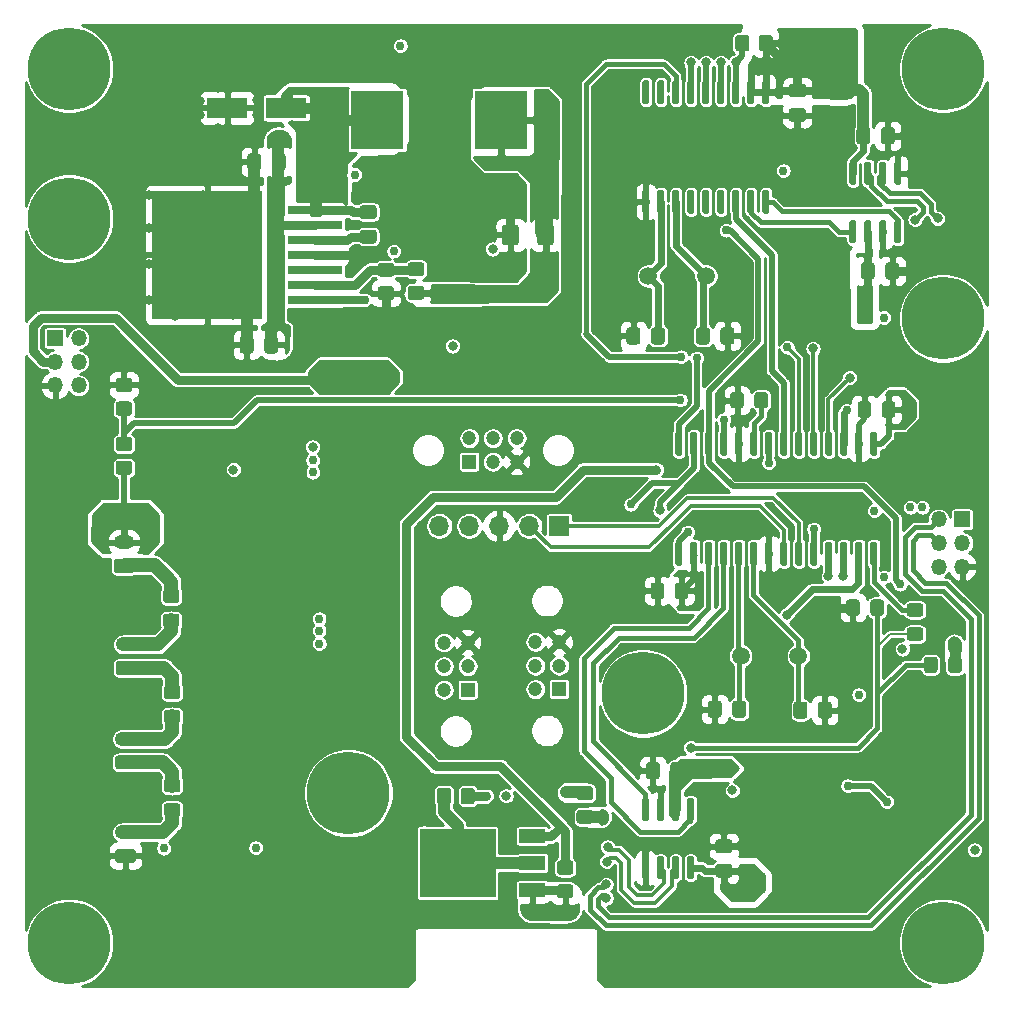
<source format=gbr>
G04 #@! TF.GenerationSoftware,KiCad,Pcbnew,(5.1.6)-1*
G04 #@! TF.CreationDate,2021-11-02T10:07:08-04:00*
G04 #@! TF.ProjectId,payload2020_papa_board,7061796c-6f61-4643-9230-32305f706170,rev?*
G04 #@! TF.SameCoordinates,Original*
G04 #@! TF.FileFunction,Copper,L4,Bot*
G04 #@! TF.FilePolarity,Positive*
%FSLAX46Y46*%
G04 Gerber Fmt 4.6, Leading zero omitted, Abs format (unit mm)*
G04 Created by KiCad (PCBNEW (5.1.6)-1) date 2021-11-02 10:07:08*
%MOMM*%
%LPD*%
G01*
G04 APERTURE LIST*
G04 #@! TA.AperFunction,ComponentPad*
%ADD10R,1.350000X1.350000*%
G04 #@! TD*
G04 #@! TA.AperFunction,ComponentPad*
%ADD11O,1.350000X1.350000*%
G04 #@! TD*
G04 #@! TA.AperFunction,ComponentPad*
%ADD12C,7.000000*%
G04 #@! TD*
G04 #@! TA.AperFunction,SMDPad,CuDef*
%ADD13R,9.400000X10.800000*%
G04 #@! TD*
G04 #@! TA.AperFunction,SMDPad,CuDef*
%ADD14R,4.600000X0.800000*%
G04 #@! TD*
G04 #@! TA.AperFunction,ComponentPad*
%ADD15C,1.500000*%
G04 #@! TD*
G04 #@! TA.AperFunction,SMDPad,CuDef*
%ADD16R,6.400000X5.800000*%
G04 #@! TD*
G04 #@! TA.AperFunction,SMDPad,CuDef*
%ADD17R,2.200000X1.200000*%
G04 #@! TD*
G04 #@! TA.AperFunction,SMDPad,CuDef*
%ADD18R,4.500000X5.000000*%
G04 #@! TD*
G04 #@! TA.AperFunction,ComponentPad*
%ADD19O,1.750000X1.200000*%
G04 #@! TD*
G04 #@! TA.AperFunction,ComponentPad*
%ADD20C,1.200000*%
G04 #@! TD*
G04 #@! TA.AperFunction,ComponentPad*
%ADD21R,1.200000X1.200000*%
G04 #@! TD*
G04 #@! TA.AperFunction,ComponentPad*
%ADD22O,1.700000X1.700000*%
G04 #@! TD*
G04 #@! TA.AperFunction,ComponentPad*
%ADD23R,1.700000X1.700000*%
G04 #@! TD*
G04 #@! TA.AperFunction,SMDPad,CuDef*
%ADD24R,3.500000X1.800000*%
G04 #@! TD*
G04 #@! TA.AperFunction,ViaPad*
%ADD25C,0.762000*%
G04 #@! TD*
G04 #@! TA.AperFunction,ViaPad*
%ADD26C,0.800000*%
G04 #@! TD*
G04 #@! TA.AperFunction,Conductor*
%ADD27C,0.500000*%
G04 #@! TD*
G04 #@! TA.AperFunction,Conductor*
%ADD28C,1.000000*%
G04 #@! TD*
G04 #@! TA.AperFunction,Conductor*
%ADD29C,0.420000*%
G04 #@! TD*
G04 #@! TA.AperFunction,Conductor*
%ADD30C,0.800000*%
G04 #@! TD*
G04 #@! TA.AperFunction,Conductor*
%ADD31C,0.203200*%
G04 #@! TD*
G04 #@! TA.AperFunction,Conductor*
%ADD32C,0.600000*%
G04 #@! TD*
G04 #@! TA.AperFunction,Conductor*
%ADD33C,0.400000*%
G04 #@! TD*
G04 #@! TA.AperFunction,Conductor*
%ADD34C,2.000000*%
G04 #@! TD*
G04 #@! TA.AperFunction,Conductor*
%ADD35C,1.200000*%
G04 #@! TD*
G04 #@! TA.AperFunction,Conductor*
%ADD36C,0.300000*%
G04 #@! TD*
G04 #@! TA.AperFunction,Conductor*
%ADD37C,0.700000*%
G04 #@! TD*
G04 #@! TA.AperFunction,Conductor*
%ADD38C,0.350000*%
G04 #@! TD*
G04 #@! TA.AperFunction,Conductor*
%ADD39C,1.500000*%
G04 #@! TD*
G04 #@! TA.AperFunction,Conductor*
%ADD40C,0.254000*%
G04 #@! TD*
G04 APERTURE END LIST*
G04 #@! TA.AperFunction,SMDPad,CuDef*
G36*
G01*
X145475400Y-86511800D02*
X145475400Y-85261800D01*
G75*
G02*
X145725400Y-85011800I250000J0D01*
G01*
X146650400Y-85011800D01*
G75*
G02*
X146900400Y-85261800I0J-250000D01*
G01*
X146900400Y-86511800D01*
G75*
G02*
X146650400Y-86761800I-250000J0D01*
G01*
X145725400Y-86761800D01*
G75*
G02*
X145475400Y-86511800I0J250000D01*
G01*
G37*
G04 #@! TD.AperFunction*
G04 #@! TA.AperFunction,SMDPad,CuDef*
G36*
G01*
X142500400Y-86511800D02*
X142500400Y-85261800D01*
G75*
G02*
X142750400Y-85011800I250000J0D01*
G01*
X143675400Y-85011800D01*
G75*
G02*
X143925400Y-85261800I0J-250000D01*
G01*
X143925400Y-86511800D01*
G75*
G02*
X143675400Y-86761800I-250000J0D01*
G01*
X142750400Y-86761800D01*
G75*
G02*
X142500400Y-86511800I0J250000D01*
G01*
G37*
G04 #@! TD.AperFunction*
G04 #@! TA.AperFunction,SMDPad,CuDef*
G36*
G01*
X174126440Y-104598560D02*
X173826440Y-104598560D01*
G75*
G02*
X173676440Y-104448560I0J150000D01*
G01*
X173676440Y-102698560D01*
G75*
G02*
X173826440Y-102548560I150000J0D01*
G01*
X174126440Y-102548560D01*
G75*
G02*
X174276440Y-102698560I0J-150000D01*
G01*
X174276440Y-104448560D01*
G75*
G02*
X174126440Y-104598560I-150000J0D01*
G01*
G37*
G04 #@! TD.AperFunction*
G04 #@! TA.AperFunction,SMDPad,CuDef*
G36*
G01*
X172856440Y-104598560D02*
X172556440Y-104598560D01*
G75*
G02*
X172406440Y-104448560I0J150000D01*
G01*
X172406440Y-102698560D01*
G75*
G02*
X172556440Y-102548560I150000J0D01*
G01*
X172856440Y-102548560D01*
G75*
G02*
X173006440Y-102698560I0J-150000D01*
G01*
X173006440Y-104448560D01*
G75*
G02*
X172856440Y-104598560I-150000J0D01*
G01*
G37*
G04 #@! TD.AperFunction*
G04 #@! TA.AperFunction,SMDPad,CuDef*
G36*
G01*
X171586440Y-104598560D02*
X171286440Y-104598560D01*
G75*
G02*
X171136440Y-104448560I0J150000D01*
G01*
X171136440Y-102698560D01*
G75*
G02*
X171286440Y-102548560I150000J0D01*
G01*
X171586440Y-102548560D01*
G75*
G02*
X171736440Y-102698560I0J-150000D01*
G01*
X171736440Y-104448560D01*
G75*
G02*
X171586440Y-104598560I-150000J0D01*
G01*
G37*
G04 #@! TD.AperFunction*
G04 #@! TA.AperFunction,SMDPad,CuDef*
G36*
G01*
X170316440Y-104598560D02*
X170016440Y-104598560D01*
G75*
G02*
X169866440Y-104448560I0J150000D01*
G01*
X169866440Y-102698560D01*
G75*
G02*
X170016440Y-102548560I150000J0D01*
G01*
X170316440Y-102548560D01*
G75*
G02*
X170466440Y-102698560I0J-150000D01*
G01*
X170466440Y-104448560D01*
G75*
G02*
X170316440Y-104598560I-150000J0D01*
G01*
G37*
G04 #@! TD.AperFunction*
G04 #@! TA.AperFunction,SMDPad,CuDef*
G36*
G01*
X169046440Y-104598560D02*
X168746440Y-104598560D01*
G75*
G02*
X168596440Y-104448560I0J150000D01*
G01*
X168596440Y-102698560D01*
G75*
G02*
X168746440Y-102548560I150000J0D01*
G01*
X169046440Y-102548560D01*
G75*
G02*
X169196440Y-102698560I0J-150000D01*
G01*
X169196440Y-104448560D01*
G75*
G02*
X169046440Y-104598560I-150000J0D01*
G01*
G37*
G04 #@! TD.AperFunction*
G04 #@! TA.AperFunction,SMDPad,CuDef*
G36*
G01*
X167776440Y-104598560D02*
X167476440Y-104598560D01*
G75*
G02*
X167326440Y-104448560I0J150000D01*
G01*
X167326440Y-102698560D01*
G75*
G02*
X167476440Y-102548560I150000J0D01*
G01*
X167776440Y-102548560D01*
G75*
G02*
X167926440Y-102698560I0J-150000D01*
G01*
X167926440Y-104448560D01*
G75*
G02*
X167776440Y-104598560I-150000J0D01*
G01*
G37*
G04 #@! TD.AperFunction*
G04 #@! TA.AperFunction,SMDPad,CuDef*
G36*
G01*
X166506440Y-104598560D02*
X166206440Y-104598560D01*
G75*
G02*
X166056440Y-104448560I0J150000D01*
G01*
X166056440Y-102698560D01*
G75*
G02*
X166206440Y-102548560I150000J0D01*
G01*
X166506440Y-102548560D01*
G75*
G02*
X166656440Y-102698560I0J-150000D01*
G01*
X166656440Y-104448560D01*
G75*
G02*
X166506440Y-104598560I-150000J0D01*
G01*
G37*
G04 #@! TD.AperFunction*
G04 #@! TA.AperFunction,SMDPad,CuDef*
G36*
G01*
X165236440Y-104598560D02*
X164936440Y-104598560D01*
G75*
G02*
X164786440Y-104448560I0J150000D01*
G01*
X164786440Y-102698560D01*
G75*
G02*
X164936440Y-102548560I150000J0D01*
G01*
X165236440Y-102548560D01*
G75*
G02*
X165386440Y-102698560I0J-150000D01*
G01*
X165386440Y-104448560D01*
G75*
G02*
X165236440Y-104598560I-150000J0D01*
G01*
G37*
G04 #@! TD.AperFunction*
G04 #@! TA.AperFunction,SMDPad,CuDef*
G36*
G01*
X163966440Y-104598560D02*
X163666440Y-104598560D01*
G75*
G02*
X163516440Y-104448560I0J150000D01*
G01*
X163516440Y-102698560D01*
G75*
G02*
X163666440Y-102548560I150000J0D01*
G01*
X163966440Y-102548560D01*
G75*
G02*
X164116440Y-102698560I0J-150000D01*
G01*
X164116440Y-104448560D01*
G75*
G02*
X163966440Y-104598560I-150000J0D01*
G01*
G37*
G04 #@! TD.AperFunction*
G04 #@! TA.AperFunction,SMDPad,CuDef*
G36*
G01*
X162696440Y-104598560D02*
X162396440Y-104598560D01*
G75*
G02*
X162246440Y-104448560I0J150000D01*
G01*
X162246440Y-102698560D01*
G75*
G02*
X162396440Y-102548560I150000J0D01*
G01*
X162696440Y-102548560D01*
G75*
G02*
X162846440Y-102698560I0J-150000D01*
G01*
X162846440Y-104448560D01*
G75*
G02*
X162696440Y-104598560I-150000J0D01*
G01*
G37*
G04 #@! TD.AperFunction*
G04 #@! TA.AperFunction,SMDPad,CuDef*
G36*
G01*
X161426440Y-104598560D02*
X161126440Y-104598560D01*
G75*
G02*
X160976440Y-104448560I0J150000D01*
G01*
X160976440Y-102698560D01*
G75*
G02*
X161126440Y-102548560I150000J0D01*
G01*
X161426440Y-102548560D01*
G75*
G02*
X161576440Y-102698560I0J-150000D01*
G01*
X161576440Y-104448560D01*
G75*
G02*
X161426440Y-104598560I-150000J0D01*
G01*
G37*
G04 #@! TD.AperFunction*
G04 #@! TA.AperFunction,SMDPad,CuDef*
G36*
G01*
X160156440Y-104598560D02*
X159856440Y-104598560D01*
G75*
G02*
X159706440Y-104448560I0J150000D01*
G01*
X159706440Y-102698560D01*
G75*
G02*
X159856440Y-102548560I150000J0D01*
G01*
X160156440Y-102548560D01*
G75*
G02*
X160306440Y-102698560I0J-150000D01*
G01*
X160306440Y-104448560D01*
G75*
G02*
X160156440Y-104598560I-150000J0D01*
G01*
G37*
G04 #@! TD.AperFunction*
G04 #@! TA.AperFunction,SMDPad,CuDef*
G36*
G01*
X158886440Y-104598560D02*
X158586440Y-104598560D01*
G75*
G02*
X158436440Y-104448560I0J150000D01*
G01*
X158436440Y-102698560D01*
G75*
G02*
X158586440Y-102548560I150000J0D01*
G01*
X158886440Y-102548560D01*
G75*
G02*
X159036440Y-102698560I0J-150000D01*
G01*
X159036440Y-104448560D01*
G75*
G02*
X158886440Y-104598560I-150000J0D01*
G01*
G37*
G04 #@! TD.AperFunction*
G04 #@! TA.AperFunction,SMDPad,CuDef*
G36*
G01*
X157616440Y-104598560D02*
X157316440Y-104598560D01*
G75*
G02*
X157166440Y-104448560I0J150000D01*
G01*
X157166440Y-102698560D01*
G75*
G02*
X157316440Y-102548560I150000J0D01*
G01*
X157616440Y-102548560D01*
G75*
G02*
X157766440Y-102698560I0J-150000D01*
G01*
X157766440Y-104448560D01*
G75*
G02*
X157616440Y-104598560I-150000J0D01*
G01*
G37*
G04 #@! TD.AperFunction*
G04 #@! TA.AperFunction,SMDPad,CuDef*
G36*
G01*
X157616440Y-113898560D02*
X157316440Y-113898560D01*
G75*
G02*
X157166440Y-113748560I0J150000D01*
G01*
X157166440Y-111998560D01*
G75*
G02*
X157316440Y-111848560I150000J0D01*
G01*
X157616440Y-111848560D01*
G75*
G02*
X157766440Y-111998560I0J-150000D01*
G01*
X157766440Y-113748560D01*
G75*
G02*
X157616440Y-113898560I-150000J0D01*
G01*
G37*
G04 #@! TD.AperFunction*
G04 #@! TA.AperFunction,SMDPad,CuDef*
G36*
G01*
X158886440Y-113898560D02*
X158586440Y-113898560D01*
G75*
G02*
X158436440Y-113748560I0J150000D01*
G01*
X158436440Y-111998560D01*
G75*
G02*
X158586440Y-111848560I150000J0D01*
G01*
X158886440Y-111848560D01*
G75*
G02*
X159036440Y-111998560I0J-150000D01*
G01*
X159036440Y-113748560D01*
G75*
G02*
X158886440Y-113898560I-150000J0D01*
G01*
G37*
G04 #@! TD.AperFunction*
G04 #@! TA.AperFunction,SMDPad,CuDef*
G36*
G01*
X160156440Y-113898560D02*
X159856440Y-113898560D01*
G75*
G02*
X159706440Y-113748560I0J150000D01*
G01*
X159706440Y-111998560D01*
G75*
G02*
X159856440Y-111848560I150000J0D01*
G01*
X160156440Y-111848560D01*
G75*
G02*
X160306440Y-111998560I0J-150000D01*
G01*
X160306440Y-113748560D01*
G75*
G02*
X160156440Y-113898560I-150000J0D01*
G01*
G37*
G04 #@! TD.AperFunction*
G04 #@! TA.AperFunction,SMDPad,CuDef*
G36*
G01*
X161426440Y-113898560D02*
X161126440Y-113898560D01*
G75*
G02*
X160976440Y-113748560I0J150000D01*
G01*
X160976440Y-111998560D01*
G75*
G02*
X161126440Y-111848560I150000J0D01*
G01*
X161426440Y-111848560D01*
G75*
G02*
X161576440Y-111998560I0J-150000D01*
G01*
X161576440Y-113748560D01*
G75*
G02*
X161426440Y-113898560I-150000J0D01*
G01*
G37*
G04 #@! TD.AperFunction*
G04 #@! TA.AperFunction,SMDPad,CuDef*
G36*
G01*
X162696440Y-113898560D02*
X162396440Y-113898560D01*
G75*
G02*
X162246440Y-113748560I0J150000D01*
G01*
X162246440Y-111998560D01*
G75*
G02*
X162396440Y-111848560I150000J0D01*
G01*
X162696440Y-111848560D01*
G75*
G02*
X162846440Y-111998560I0J-150000D01*
G01*
X162846440Y-113748560D01*
G75*
G02*
X162696440Y-113898560I-150000J0D01*
G01*
G37*
G04 #@! TD.AperFunction*
G04 #@! TA.AperFunction,SMDPad,CuDef*
G36*
G01*
X163966440Y-113898560D02*
X163666440Y-113898560D01*
G75*
G02*
X163516440Y-113748560I0J150000D01*
G01*
X163516440Y-111998560D01*
G75*
G02*
X163666440Y-111848560I150000J0D01*
G01*
X163966440Y-111848560D01*
G75*
G02*
X164116440Y-111998560I0J-150000D01*
G01*
X164116440Y-113748560D01*
G75*
G02*
X163966440Y-113898560I-150000J0D01*
G01*
G37*
G04 #@! TD.AperFunction*
G04 #@! TA.AperFunction,SMDPad,CuDef*
G36*
G01*
X165236440Y-113898560D02*
X164936440Y-113898560D01*
G75*
G02*
X164786440Y-113748560I0J150000D01*
G01*
X164786440Y-111998560D01*
G75*
G02*
X164936440Y-111848560I150000J0D01*
G01*
X165236440Y-111848560D01*
G75*
G02*
X165386440Y-111998560I0J-150000D01*
G01*
X165386440Y-113748560D01*
G75*
G02*
X165236440Y-113898560I-150000J0D01*
G01*
G37*
G04 #@! TD.AperFunction*
G04 #@! TA.AperFunction,SMDPad,CuDef*
G36*
G01*
X166506440Y-113898560D02*
X166206440Y-113898560D01*
G75*
G02*
X166056440Y-113748560I0J150000D01*
G01*
X166056440Y-111998560D01*
G75*
G02*
X166206440Y-111848560I150000J0D01*
G01*
X166506440Y-111848560D01*
G75*
G02*
X166656440Y-111998560I0J-150000D01*
G01*
X166656440Y-113748560D01*
G75*
G02*
X166506440Y-113898560I-150000J0D01*
G01*
G37*
G04 #@! TD.AperFunction*
G04 #@! TA.AperFunction,SMDPad,CuDef*
G36*
G01*
X167776440Y-113898560D02*
X167476440Y-113898560D01*
G75*
G02*
X167326440Y-113748560I0J150000D01*
G01*
X167326440Y-111998560D01*
G75*
G02*
X167476440Y-111848560I150000J0D01*
G01*
X167776440Y-111848560D01*
G75*
G02*
X167926440Y-111998560I0J-150000D01*
G01*
X167926440Y-113748560D01*
G75*
G02*
X167776440Y-113898560I-150000J0D01*
G01*
G37*
G04 #@! TD.AperFunction*
G04 #@! TA.AperFunction,SMDPad,CuDef*
G36*
G01*
X169046440Y-113898560D02*
X168746440Y-113898560D01*
G75*
G02*
X168596440Y-113748560I0J150000D01*
G01*
X168596440Y-111998560D01*
G75*
G02*
X168746440Y-111848560I150000J0D01*
G01*
X169046440Y-111848560D01*
G75*
G02*
X169196440Y-111998560I0J-150000D01*
G01*
X169196440Y-113748560D01*
G75*
G02*
X169046440Y-113898560I-150000J0D01*
G01*
G37*
G04 #@! TD.AperFunction*
G04 #@! TA.AperFunction,SMDPad,CuDef*
G36*
G01*
X170316440Y-113898560D02*
X170016440Y-113898560D01*
G75*
G02*
X169866440Y-113748560I0J150000D01*
G01*
X169866440Y-111998560D01*
G75*
G02*
X170016440Y-111848560I150000J0D01*
G01*
X170316440Y-111848560D01*
G75*
G02*
X170466440Y-111998560I0J-150000D01*
G01*
X170466440Y-113748560D01*
G75*
G02*
X170316440Y-113898560I-150000J0D01*
G01*
G37*
G04 #@! TD.AperFunction*
G04 #@! TA.AperFunction,SMDPad,CuDef*
G36*
G01*
X171586440Y-113898560D02*
X171286440Y-113898560D01*
G75*
G02*
X171136440Y-113748560I0J150000D01*
G01*
X171136440Y-111998560D01*
G75*
G02*
X171286440Y-111848560I150000J0D01*
G01*
X171586440Y-111848560D01*
G75*
G02*
X171736440Y-111998560I0J-150000D01*
G01*
X171736440Y-113748560D01*
G75*
G02*
X171586440Y-113898560I-150000J0D01*
G01*
G37*
G04 #@! TD.AperFunction*
G04 #@! TA.AperFunction,SMDPad,CuDef*
G36*
G01*
X172856440Y-113898560D02*
X172556440Y-113898560D01*
G75*
G02*
X172406440Y-113748560I0J150000D01*
G01*
X172406440Y-111998560D01*
G75*
G02*
X172556440Y-111848560I150000J0D01*
G01*
X172856440Y-111848560D01*
G75*
G02*
X173006440Y-111998560I0J-150000D01*
G01*
X173006440Y-113748560D01*
G75*
G02*
X172856440Y-113898560I-150000J0D01*
G01*
G37*
G04 #@! TD.AperFunction*
G04 #@! TA.AperFunction,SMDPad,CuDef*
G36*
G01*
X174126440Y-113898560D02*
X173826440Y-113898560D01*
G75*
G02*
X173676440Y-113748560I0J150000D01*
G01*
X173676440Y-111998560D01*
G75*
G02*
X173826440Y-111848560I150000J0D01*
G01*
X174126440Y-111848560D01*
G75*
G02*
X174276440Y-111998560I0J-150000D01*
G01*
X174276440Y-113748560D01*
G75*
G02*
X174126440Y-113898560I-150000J0D01*
G01*
G37*
G04 #@! TD.AperFunction*
G04 #@! TA.AperFunction,SMDPad,CuDef*
G36*
G01*
X177016399Y-119102800D02*
X177916401Y-119102800D01*
G75*
G02*
X178166400Y-119352799I0J-249999D01*
G01*
X178166400Y-120002801D01*
G75*
G02*
X177916401Y-120252800I-249999J0D01*
G01*
X177016399Y-120252800D01*
G75*
G02*
X176766400Y-120002801I0J249999D01*
G01*
X176766400Y-119352799D01*
G75*
G02*
X177016399Y-119102800I249999J0D01*
G01*
G37*
G04 #@! TD.AperFunction*
G04 #@! TA.AperFunction,SMDPad,CuDef*
G36*
G01*
X177016399Y-117052800D02*
X177916401Y-117052800D01*
G75*
G02*
X178166400Y-117302799I0J-249999D01*
G01*
X178166400Y-117952801D01*
G75*
G02*
X177916401Y-118202800I-249999J0D01*
G01*
X177016399Y-118202800D01*
G75*
G02*
X176766400Y-117952801I0J249999D01*
G01*
X176766400Y-117302799D01*
G75*
G02*
X177016399Y-117052800I249999J0D01*
G01*
G37*
G04 #@! TD.AperFunction*
G04 #@! TA.AperFunction,SMDPad,CuDef*
G36*
G01*
X181424680Y-121829919D02*
X181424680Y-122729921D01*
G75*
G02*
X181174681Y-122979920I-249999J0D01*
G01*
X180524679Y-122979920D01*
G75*
G02*
X180274680Y-122729921I0J249999D01*
G01*
X180274680Y-121829919D01*
G75*
G02*
X180524679Y-121579920I249999J0D01*
G01*
X181174681Y-121579920D01*
G75*
G02*
X181424680Y-121829919I0J-249999D01*
G01*
G37*
G04 #@! TD.AperFunction*
G04 #@! TA.AperFunction,SMDPad,CuDef*
G36*
G01*
X179374680Y-121829919D02*
X179374680Y-122729921D01*
G75*
G02*
X179124681Y-122979920I-249999J0D01*
G01*
X178474679Y-122979920D01*
G75*
G02*
X178224680Y-122729921I0J249999D01*
G01*
X178224680Y-121829919D01*
G75*
G02*
X178474679Y-121579920I249999J0D01*
G01*
X179124681Y-121579920D01*
G75*
G02*
X179374680Y-121829919I0J-249999D01*
G01*
G37*
G04 #@! TD.AperFunction*
G04 #@! TA.AperFunction,SMDPad,CuDef*
G36*
G01*
X173756200Y-100219599D02*
X173756200Y-101119601D01*
G75*
G02*
X173506201Y-101369600I-249999J0D01*
G01*
X172856199Y-101369600D01*
G75*
G02*
X172606200Y-101119601I0J249999D01*
G01*
X172606200Y-100219599D01*
G75*
G02*
X172856199Y-99969600I249999J0D01*
G01*
X173506201Y-99969600D01*
G75*
G02*
X173756200Y-100219599I0J-249999D01*
G01*
G37*
G04 #@! TD.AperFunction*
G04 #@! TA.AperFunction,SMDPad,CuDef*
G36*
G01*
X175806200Y-100219599D02*
X175806200Y-101119601D01*
G75*
G02*
X175556201Y-101369600I-249999J0D01*
G01*
X174906199Y-101369600D01*
G75*
G02*
X174656200Y-101119601I0J249999D01*
G01*
X174656200Y-100219599D01*
G75*
G02*
X174906199Y-99969600I249999J0D01*
G01*
X175556201Y-99969600D01*
G75*
G02*
X175806200Y-100219599I0J-249999D01*
G01*
G37*
G04 #@! TD.AperFunction*
G04 #@! TA.AperFunction,SMDPad,CuDef*
G36*
G01*
X157130200Y-116461201D02*
X157130200Y-115561199D01*
G75*
G02*
X157380199Y-115311200I249999J0D01*
G01*
X158030201Y-115311200D01*
G75*
G02*
X158280200Y-115561199I0J-249999D01*
G01*
X158280200Y-116461201D01*
G75*
G02*
X158030201Y-116711200I-249999J0D01*
G01*
X157380199Y-116711200D01*
G75*
G02*
X157130200Y-116461201I0J249999D01*
G01*
G37*
G04 #@! TD.AperFunction*
G04 #@! TA.AperFunction,SMDPad,CuDef*
G36*
G01*
X155080200Y-116461201D02*
X155080200Y-115561199D01*
G75*
G02*
X155330199Y-115311200I249999J0D01*
G01*
X155980201Y-115311200D01*
G75*
G02*
X156230200Y-115561199I0J-249999D01*
G01*
X156230200Y-116461201D01*
G75*
G02*
X155980201Y-116711200I-249999J0D01*
G01*
X155330199Y-116711200D01*
G75*
G02*
X155080200Y-116461201I0J249999D01*
G01*
G37*
G04 #@! TD.AperFunction*
G04 #@! TA.AperFunction,SMDPad,CuDef*
G36*
G01*
X162975280Y-99427119D02*
X162975280Y-100327121D01*
G75*
G02*
X162725281Y-100577120I-249999J0D01*
G01*
X162075279Y-100577120D01*
G75*
G02*
X161825280Y-100327121I0J249999D01*
G01*
X161825280Y-99427119D01*
G75*
G02*
X162075279Y-99177120I249999J0D01*
G01*
X162725281Y-99177120D01*
G75*
G02*
X162975280Y-99427119I0J-249999D01*
G01*
G37*
G04 #@! TD.AperFunction*
G04 #@! TA.AperFunction,SMDPad,CuDef*
G36*
G01*
X165025280Y-99427119D02*
X165025280Y-100327121D01*
G75*
G02*
X164775281Y-100577120I-249999J0D01*
G01*
X164125279Y-100577120D01*
G75*
G02*
X163875280Y-100327121I0J249999D01*
G01*
X163875280Y-99427119D01*
G75*
G02*
X164125279Y-99177120I249999J0D01*
G01*
X164775281Y-99177120D01*
G75*
G02*
X165025280Y-99427119I0J-249999D01*
G01*
G37*
G04 #@! TD.AperFunction*
G04 #@! TA.AperFunction,SMDPad,CuDef*
G36*
G01*
X172791000Y-116983599D02*
X172791000Y-117883601D01*
G75*
G02*
X172541001Y-118133600I-249999J0D01*
G01*
X171890999Y-118133600D01*
G75*
G02*
X171641000Y-117883601I0J249999D01*
G01*
X171641000Y-116983599D01*
G75*
G02*
X171890999Y-116733600I249999J0D01*
G01*
X172541001Y-116733600D01*
G75*
G02*
X172791000Y-116983599I0J-249999D01*
G01*
G37*
G04 #@! TD.AperFunction*
G04 #@! TA.AperFunction,SMDPad,CuDef*
G36*
G01*
X174841000Y-116983599D02*
X174841000Y-117883601D01*
G75*
G02*
X174591001Y-118133600I-249999J0D01*
G01*
X173940999Y-118133600D01*
G75*
G02*
X173691000Y-117883601I0J249999D01*
G01*
X173691000Y-116983599D01*
G75*
G02*
X173940999Y-116733600I249999J0D01*
G01*
X174591001Y-116733600D01*
G75*
G02*
X174841000Y-116983599I0J-249999D01*
G01*
G37*
G04 #@! TD.AperFunction*
D10*
X181473000Y-109966000D03*
D11*
X181473000Y-111966000D03*
X181473000Y-113966000D03*
X179473000Y-109966000D03*
X179473000Y-111966000D03*
X179473000Y-113966000D03*
X106654600Y-98628200D03*
X106654600Y-96628200D03*
X106654600Y-94628200D03*
X104654600Y-98628200D03*
X104654600Y-96628200D03*
D10*
X104654600Y-94628200D03*
G04 #@! TA.AperFunction,SMDPad,CuDef*
G36*
G01*
X110940001Y-99184000D02*
X110039999Y-99184000D01*
G75*
G02*
X109790000Y-98934001I0J249999D01*
G01*
X109790000Y-98233999D01*
G75*
G02*
X110039999Y-97984000I249999J0D01*
G01*
X110940001Y-97984000D01*
G75*
G02*
X111190000Y-98233999I0J-249999D01*
G01*
X111190000Y-98934001D01*
G75*
G02*
X110940001Y-99184000I-249999J0D01*
G01*
G37*
G04 #@! TD.AperFunction*
G04 #@! TA.AperFunction,SMDPad,CuDef*
G36*
G01*
X110940001Y-101184000D02*
X110039999Y-101184000D01*
G75*
G02*
X109790000Y-100934001I0J249999D01*
G01*
X109790000Y-100233999D01*
G75*
G02*
X110039999Y-99984000I249999J0D01*
G01*
X110940001Y-99984000D01*
G75*
G02*
X111190000Y-100233999I0J-249999D01*
G01*
X111190000Y-100934001D01*
G75*
G02*
X110940001Y-101184000I-249999J0D01*
G01*
G37*
G04 #@! TD.AperFunction*
G04 #@! TA.AperFunction,SMDPad,CuDef*
G36*
G01*
X110940001Y-104187800D02*
X110039999Y-104187800D01*
G75*
G02*
X109790000Y-103937801I0J249999D01*
G01*
X109790000Y-103237799D01*
G75*
G02*
X110039999Y-102987800I249999J0D01*
G01*
X110940001Y-102987800D01*
G75*
G02*
X111190000Y-103237799I0J-249999D01*
G01*
X111190000Y-103937801D01*
G75*
G02*
X110940001Y-104187800I-249999J0D01*
G01*
G37*
G04 #@! TD.AperFunction*
G04 #@! TA.AperFunction,SMDPad,CuDef*
G36*
G01*
X110940001Y-106187800D02*
X110039999Y-106187800D01*
G75*
G02*
X109790000Y-105937801I0J249999D01*
G01*
X109790000Y-105237799D01*
G75*
G02*
X110039999Y-104987800I249999J0D01*
G01*
X110940001Y-104987800D01*
G75*
G02*
X111190000Y-105237799I0J-249999D01*
G01*
X111190000Y-105937801D01*
G75*
G02*
X110940001Y-106187800I-249999J0D01*
G01*
G37*
G04 #@! TD.AperFunction*
G04 #@! TA.AperFunction,SMDPad,CuDef*
G36*
G01*
X138188240Y-132948259D02*
X138188240Y-133848261D01*
G75*
G02*
X137938241Y-134098260I-249999J0D01*
G01*
X137238239Y-134098260D01*
G75*
G02*
X136988240Y-133848261I0J249999D01*
G01*
X136988240Y-132948259D01*
G75*
G02*
X137238239Y-132698260I249999J0D01*
G01*
X137938241Y-132698260D01*
G75*
G02*
X138188240Y-132948259I0J-249999D01*
G01*
G37*
G04 #@! TD.AperFunction*
G04 #@! TA.AperFunction,SMDPad,CuDef*
G36*
G01*
X140188240Y-132948259D02*
X140188240Y-133848261D01*
G75*
G02*
X139938241Y-134098260I-249999J0D01*
G01*
X139238239Y-134098260D01*
G75*
G02*
X138988240Y-133848261I0J249999D01*
G01*
X138988240Y-132948259D01*
G75*
G02*
X139238239Y-132698260I249999J0D01*
G01*
X139938241Y-132698260D01*
G75*
G02*
X140188240Y-132948259I0J-249999D01*
G01*
G37*
G04 #@! TD.AperFunction*
G04 #@! TA.AperFunction,SMDPad,CuDef*
G36*
G01*
X149956941Y-133746800D02*
X149056939Y-133746800D01*
G75*
G02*
X148806940Y-133496801I0J249999D01*
G01*
X148806940Y-132796799D01*
G75*
G02*
X149056939Y-132546800I249999J0D01*
G01*
X149956941Y-132546800D01*
G75*
G02*
X150206940Y-132796799I0J-249999D01*
G01*
X150206940Y-133496801D01*
G75*
G02*
X149956941Y-133746800I-249999J0D01*
G01*
G37*
G04 #@! TD.AperFunction*
G04 #@! TA.AperFunction,SMDPad,CuDef*
G36*
G01*
X149956941Y-135746800D02*
X149056939Y-135746800D01*
G75*
G02*
X148806940Y-135496801I0J249999D01*
G01*
X148806940Y-134796799D01*
G75*
G02*
X149056939Y-134546800I249999J0D01*
G01*
X149956941Y-134546800D01*
G75*
G02*
X150206940Y-134796799I0J-249999D01*
G01*
X150206940Y-135496801D01*
G75*
G02*
X149956941Y-135746800I-249999J0D01*
G01*
G37*
G04 #@! TD.AperFunction*
D12*
X179854000Y-145818000D03*
X179854000Y-71818000D03*
X179854000Y-92948000D03*
X105854000Y-71818000D03*
X129494000Y-133138000D03*
G04 #@! TA.AperFunction,SMDPad,CuDef*
G36*
G01*
X148300001Y-140046000D02*
X147399999Y-140046000D01*
G75*
G02*
X147150000Y-139796001I0J249999D01*
G01*
X147150000Y-139095999D01*
G75*
G02*
X147399999Y-138846000I249999J0D01*
G01*
X148300001Y-138846000D01*
G75*
G02*
X148550000Y-139095999I0J-249999D01*
G01*
X148550000Y-139796001D01*
G75*
G02*
X148300001Y-140046000I-249999J0D01*
G01*
G37*
G04 #@! TD.AperFunction*
G04 #@! TA.AperFunction,SMDPad,CuDef*
G36*
G01*
X148300001Y-142046000D02*
X147399999Y-142046000D01*
G75*
G02*
X147150000Y-141796001I0J249999D01*
G01*
X147150000Y-141095999D01*
G75*
G02*
X147399999Y-140846000I249999J0D01*
G01*
X148300001Y-140846000D01*
G75*
G02*
X148550000Y-141095999I0J-249999D01*
G01*
X148550000Y-141796001D01*
G75*
G02*
X148300001Y-142046000I-249999J0D01*
G01*
G37*
G04 #@! TD.AperFunction*
X154454000Y-124698000D03*
X105854000Y-145818000D03*
X105854000Y-84498000D03*
G04 #@! TA.AperFunction,SMDPad,CuDef*
G36*
G01*
X154497900Y-133532200D02*
X154797900Y-133532200D01*
G75*
G02*
X154947900Y-133682200I0J-150000D01*
G01*
X154947900Y-135332200D01*
G75*
G02*
X154797900Y-135482200I-150000J0D01*
G01*
X154497900Y-135482200D01*
G75*
G02*
X154347900Y-135332200I0J150000D01*
G01*
X154347900Y-133682200D01*
G75*
G02*
X154497900Y-133532200I150000J0D01*
G01*
G37*
G04 #@! TD.AperFunction*
G04 #@! TA.AperFunction,SMDPad,CuDef*
G36*
G01*
X155767900Y-133532200D02*
X156067900Y-133532200D01*
G75*
G02*
X156217900Y-133682200I0J-150000D01*
G01*
X156217900Y-135332200D01*
G75*
G02*
X156067900Y-135482200I-150000J0D01*
G01*
X155767900Y-135482200D01*
G75*
G02*
X155617900Y-135332200I0J150000D01*
G01*
X155617900Y-133682200D01*
G75*
G02*
X155767900Y-133532200I150000J0D01*
G01*
G37*
G04 #@! TD.AperFunction*
G04 #@! TA.AperFunction,SMDPad,CuDef*
G36*
G01*
X157037900Y-133532200D02*
X157337900Y-133532200D01*
G75*
G02*
X157487900Y-133682200I0J-150000D01*
G01*
X157487900Y-135332200D01*
G75*
G02*
X157337900Y-135482200I-150000J0D01*
G01*
X157037900Y-135482200D01*
G75*
G02*
X156887900Y-135332200I0J150000D01*
G01*
X156887900Y-133682200D01*
G75*
G02*
X157037900Y-133532200I150000J0D01*
G01*
G37*
G04 #@! TD.AperFunction*
G04 #@! TA.AperFunction,SMDPad,CuDef*
G36*
G01*
X158307900Y-133532200D02*
X158607900Y-133532200D01*
G75*
G02*
X158757900Y-133682200I0J-150000D01*
G01*
X158757900Y-135332200D01*
G75*
G02*
X158607900Y-135482200I-150000J0D01*
G01*
X158307900Y-135482200D01*
G75*
G02*
X158157900Y-135332200I0J150000D01*
G01*
X158157900Y-133682200D01*
G75*
G02*
X158307900Y-133532200I150000J0D01*
G01*
G37*
G04 #@! TD.AperFunction*
G04 #@! TA.AperFunction,SMDPad,CuDef*
G36*
G01*
X158307900Y-138482200D02*
X158607900Y-138482200D01*
G75*
G02*
X158757900Y-138632200I0J-150000D01*
G01*
X158757900Y-140282200D01*
G75*
G02*
X158607900Y-140432200I-150000J0D01*
G01*
X158307900Y-140432200D01*
G75*
G02*
X158157900Y-140282200I0J150000D01*
G01*
X158157900Y-138632200D01*
G75*
G02*
X158307900Y-138482200I150000J0D01*
G01*
G37*
G04 #@! TD.AperFunction*
G04 #@! TA.AperFunction,SMDPad,CuDef*
G36*
G01*
X157037900Y-138482200D02*
X157337900Y-138482200D01*
G75*
G02*
X157487900Y-138632200I0J-150000D01*
G01*
X157487900Y-140282200D01*
G75*
G02*
X157337900Y-140432200I-150000J0D01*
G01*
X157037900Y-140432200D01*
G75*
G02*
X156887900Y-140282200I0J150000D01*
G01*
X156887900Y-138632200D01*
G75*
G02*
X157037900Y-138482200I150000J0D01*
G01*
G37*
G04 #@! TD.AperFunction*
G04 #@! TA.AperFunction,SMDPad,CuDef*
G36*
G01*
X155767900Y-138482200D02*
X156067900Y-138482200D01*
G75*
G02*
X156217900Y-138632200I0J-150000D01*
G01*
X156217900Y-140282200D01*
G75*
G02*
X156067900Y-140432200I-150000J0D01*
G01*
X155767900Y-140432200D01*
G75*
G02*
X155617900Y-140282200I0J150000D01*
G01*
X155617900Y-138632200D01*
G75*
G02*
X155767900Y-138482200I150000J0D01*
G01*
G37*
G04 #@! TD.AperFunction*
G04 #@! TA.AperFunction,SMDPad,CuDef*
G36*
G01*
X154497900Y-138482200D02*
X154797900Y-138482200D01*
G75*
G02*
X154947900Y-138632200I0J-150000D01*
G01*
X154947900Y-140282200D01*
G75*
G02*
X154797900Y-140432200I-150000J0D01*
G01*
X154497900Y-140432200D01*
G75*
G02*
X154347900Y-140282200I0J150000D01*
G01*
X154347900Y-138632200D01*
G75*
G02*
X154497900Y-138482200I150000J0D01*
G01*
G37*
G04 #@! TD.AperFunction*
D13*
X117525800Y-87579200D03*
D14*
X126675800Y-91389200D03*
X126675800Y-90119200D03*
X126675800Y-88849200D03*
X126675800Y-87579200D03*
X126675800Y-86309200D03*
X126675800Y-85039200D03*
X126675800Y-83769200D03*
D15*
X154886000Y-89357200D03*
X159766000Y-89357200D03*
X162709200Y-121513600D03*
X167589200Y-121513600D03*
G04 #@! TA.AperFunction,SMDPad,CuDef*
G36*
G01*
X176172000Y-81634200D02*
X175872000Y-81634200D01*
G75*
G02*
X175722000Y-81484200I0J150000D01*
G01*
X175722000Y-79834200D01*
G75*
G02*
X175872000Y-79684200I150000J0D01*
G01*
X176172000Y-79684200D01*
G75*
G02*
X176322000Y-79834200I0J-150000D01*
G01*
X176322000Y-81484200D01*
G75*
G02*
X176172000Y-81634200I-150000J0D01*
G01*
G37*
G04 #@! TD.AperFunction*
G04 #@! TA.AperFunction,SMDPad,CuDef*
G36*
G01*
X174902000Y-81634200D02*
X174602000Y-81634200D01*
G75*
G02*
X174452000Y-81484200I0J150000D01*
G01*
X174452000Y-79834200D01*
G75*
G02*
X174602000Y-79684200I150000J0D01*
G01*
X174902000Y-79684200D01*
G75*
G02*
X175052000Y-79834200I0J-150000D01*
G01*
X175052000Y-81484200D01*
G75*
G02*
X174902000Y-81634200I-150000J0D01*
G01*
G37*
G04 #@! TD.AperFunction*
G04 #@! TA.AperFunction,SMDPad,CuDef*
G36*
G01*
X173632000Y-81634200D02*
X173332000Y-81634200D01*
G75*
G02*
X173182000Y-81484200I0J150000D01*
G01*
X173182000Y-79834200D01*
G75*
G02*
X173332000Y-79684200I150000J0D01*
G01*
X173632000Y-79684200D01*
G75*
G02*
X173782000Y-79834200I0J-150000D01*
G01*
X173782000Y-81484200D01*
G75*
G02*
X173632000Y-81634200I-150000J0D01*
G01*
G37*
G04 #@! TD.AperFunction*
G04 #@! TA.AperFunction,SMDPad,CuDef*
G36*
G01*
X172362000Y-81634200D02*
X172062000Y-81634200D01*
G75*
G02*
X171912000Y-81484200I0J150000D01*
G01*
X171912000Y-79834200D01*
G75*
G02*
X172062000Y-79684200I150000J0D01*
G01*
X172362000Y-79684200D01*
G75*
G02*
X172512000Y-79834200I0J-150000D01*
G01*
X172512000Y-81484200D01*
G75*
G02*
X172362000Y-81634200I-150000J0D01*
G01*
G37*
G04 #@! TD.AperFunction*
G04 #@! TA.AperFunction,SMDPad,CuDef*
G36*
G01*
X172362000Y-86584200D02*
X172062000Y-86584200D01*
G75*
G02*
X171912000Y-86434200I0J150000D01*
G01*
X171912000Y-84784200D01*
G75*
G02*
X172062000Y-84634200I150000J0D01*
G01*
X172362000Y-84634200D01*
G75*
G02*
X172512000Y-84784200I0J-150000D01*
G01*
X172512000Y-86434200D01*
G75*
G02*
X172362000Y-86584200I-150000J0D01*
G01*
G37*
G04 #@! TD.AperFunction*
G04 #@! TA.AperFunction,SMDPad,CuDef*
G36*
G01*
X173632000Y-86584200D02*
X173332000Y-86584200D01*
G75*
G02*
X173182000Y-86434200I0J150000D01*
G01*
X173182000Y-84784200D01*
G75*
G02*
X173332000Y-84634200I150000J0D01*
G01*
X173632000Y-84634200D01*
G75*
G02*
X173782000Y-84784200I0J-150000D01*
G01*
X173782000Y-86434200D01*
G75*
G02*
X173632000Y-86584200I-150000J0D01*
G01*
G37*
G04 #@! TD.AperFunction*
G04 #@! TA.AperFunction,SMDPad,CuDef*
G36*
G01*
X174902000Y-86584200D02*
X174602000Y-86584200D01*
G75*
G02*
X174452000Y-86434200I0J150000D01*
G01*
X174452000Y-84784200D01*
G75*
G02*
X174602000Y-84634200I150000J0D01*
G01*
X174902000Y-84634200D01*
G75*
G02*
X175052000Y-84784200I0J-150000D01*
G01*
X175052000Y-86434200D01*
G75*
G02*
X174902000Y-86584200I-150000J0D01*
G01*
G37*
G04 #@! TD.AperFunction*
G04 #@! TA.AperFunction,SMDPad,CuDef*
G36*
G01*
X176172000Y-86584200D02*
X175872000Y-86584200D01*
G75*
G02*
X175722000Y-86434200I0J150000D01*
G01*
X175722000Y-84784200D01*
G75*
G02*
X175872000Y-84634200I150000J0D01*
G01*
X176172000Y-84634200D01*
G75*
G02*
X176322000Y-84784200I0J-150000D01*
G01*
X176322000Y-86434200D01*
G75*
G02*
X176172000Y-86584200I-150000J0D01*
G01*
G37*
G04 #@! TD.AperFunction*
G04 #@! TA.AperFunction,SMDPad,CuDef*
G36*
G01*
X164996000Y-74810200D02*
X164696000Y-74810200D01*
G75*
G02*
X164546000Y-74660200I0J150000D01*
G01*
X164546000Y-72910200D01*
G75*
G02*
X164696000Y-72760200I150000J0D01*
G01*
X164996000Y-72760200D01*
G75*
G02*
X165146000Y-72910200I0J-150000D01*
G01*
X165146000Y-74660200D01*
G75*
G02*
X164996000Y-74810200I-150000J0D01*
G01*
G37*
G04 #@! TD.AperFunction*
G04 #@! TA.AperFunction,SMDPad,CuDef*
G36*
G01*
X163726000Y-74810200D02*
X163426000Y-74810200D01*
G75*
G02*
X163276000Y-74660200I0J150000D01*
G01*
X163276000Y-72910200D01*
G75*
G02*
X163426000Y-72760200I150000J0D01*
G01*
X163726000Y-72760200D01*
G75*
G02*
X163876000Y-72910200I0J-150000D01*
G01*
X163876000Y-74660200D01*
G75*
G02*
X163726000Y-74810200I-150000J0D01*
G01*
G37*
G04 #@! TD.AperFunction*
G04 #@! TA.AperFunction,SMDPad,CuDef*
G36*
G01*
X162456000Y-74810200D02*
X162156000Y-74810200D01*
G75*
G02*
X162006000Y-74660200I0J150000D01*
G01*
X162006000Y-72910200D01*
G75*
G02*
X162156000Y-72760200I150000J0D01*
G01*
X162456000Y-72760200D01*
G75*
G02*
X162606000Y-72910200I0J-150000D01*
G01*
X162606000Y-74660200D01*
G75*
G02*
X162456000Y-74810200I-150000J0D01*
G01*
G37*
G04 #@! TD.AperFunction*
G04 #@! TA.AperFunction,SMDPad,CuDef*
G36*
G01*
X161186000Y-74810200D02*
X160886000Y-74810200D01*
G75*
G02*
X160736000Y-74660200I0J150000D01*
G01*
X160736000Y-72910200D01*
G75*
G02*
X160886000Y-72760200I150000J0D01*
G01*
X161186000Y-72760200D01*
G75*
G02*
X161336000Y-72910200I0J-150000D01*
G01*
X161336000Y-74660200D01*
G75*
G02*
X161186000Y-74810200I-150000J0D01*
G01*
G37*
G04 #@! TD.AperFunction*
G04 #@! TA.AperFunction,SMDPad,CuDef*
G36*
G01*
X159916000Y-74810200D02*
X159616000Y-74810200D01*
G75*
G02*
X159466000Y-74660200I0J150000D01*
G01*
X159466000Y-72910200D01*
G75*
G02*
X159616000Y-72760200I150000J0D01*
G01*
X159916000Y-72760200D01*
G75*
G02*
X160066000Y-72910200I0J-150000D01*
G01*
X160066000Y-74660200D01*
G75*
G02*
X159916000Y-74810200I-150000J0D01*
G01*
G37*
G04 #@! TD.AperFunction*
G04 #@! TA.AperFunction,SMDPad,CuDef*
G36*
G01*
X158646000Y-74810200D02*
X158346000Y-74810200D01*
G75*
G02*
X158196000Y-74660200I0J150000D01*
G01*
X158196000Y-72910200D01*
G75*
G02*
X158346000Y-72760200I150000J0D01*
G01*
X158646000Y-72760200D01*
G75*
G02*
X158796000Y-72910200I0J-150000D01*
G01*
X158796000Y-74660200D01*
G75*
G02*
X158646000Y-74810200I-150000J0D01*
G01*
G37*
G04 #@! TD.AperFunction*
G04 #@! TA.AperFunction,SMDPad,CuDef*
G36*
G01*
X157376000Y-74810200D02*
X157076000Y-74810200D01*
G75*
G02*
X156926000Y-74660200I0J150000D01*
G01*
X156926000Y-72910200D01*
G75*
G02*
X157076000Y-72760200I150000J0D01*
G01*
X157376000Y-72760200D01*
G75*
G02*
X157526000Y-72910200I0J-150000D01*
G01*
X157526000Y-74660200D01*
G75*
G02*
X157376000Y-74810200I-150000J0D01*
G01*
G37*
G04 #@! TD.AperFunction*
G04 #@! TA.AperFunction,SMDPad,CuDef*
G36*
G01*
X156106000Y-74810200D02*
X155806000Y-74810200D01*
G75*
G02*
X155656000Y-74660200I0J150000D01*
G01*
X155656000Y-72910200D01*
G75*
G02*
X155806000Y-72760200I150000J0D01*
G01*
X156106000Y-72760200D01*
G75*
G02*
X156256000Y-72910200I0J-150000D01*
G01*
X156256000Y-74660200D01*
G75*
G02*
X156106000Y-74810200I-150000J0D01*
G01*
G37*
G04 #@! TD.AperFunction*
G04 #@! TA.AperFunction,SMDPad,CuDef*
G36*
G01*
X154836000Y-74810200D02*
X154536000Y-74810200D01*
G75*
G02*
X154386000Y-74660200I0J150000D01*
G01*
X154386000Y-72910200D01*
G75*
G02*
X154536000Y-72760200I150000J0D01*
G01*
X154836000Y-72760200D01*
G75*
G02*
X154986000Y-72910200I0J-150000D01*
G01*
X154986000Y-74660200D01*
G75*
G02*
X154836000Y-74810200I-150000J0D01*
G01*
G37*
G04 #@! TD.AperFunction*
G04 #@! TA.AperFunction,SMDPad,CuDef*
G36*
G01*
X154836000Y-84110200D02*
X154536000Y-84110200D01*
G75*
G02*
X154386000Y-83960200I0J150000D01*
G01*
X154386000Y-82210200D01*
G75*
G02*
X154536000Y-82060200I150000J0D01*
G01*
X154836000Y-82060200D01*
G75*
G02*
X154986000Y-82210200I0J-150000D01*
G01*
X154986000Y-83960200D01*
G75*
G02*
X154836000Y-84110200I-150000J0D01*
G01*
G37*
G04 #@! TD.AperFunction*
G04 #@! TA.AperFunction,SMDPad,CuDef*
G36*
G01*
X156106000Y-84110200D02*
X155806000Y-84110200D01*
G75*
G02*
X155656000Y-83960200I0J150000D01*
G01*
X155656000Y-82210200D01*
G75*
G02*
X155806000Y-82060200I150000J0D01*
G01*
X156106000Y-82060200D01*
G75*
G02*
X156256000Y-82210200I0J-150000D01*
G01*
X156256000Y-83960200D01*
G75*
G02*
X156106000Y-84110200I-150000J0D01*
G01*
G37*
G04 #@! TD.AperFunction*
G04 #@! TA.AperFunction,SMDPad,CuDef*
G36*
G01*
X157376000Y-84110200D02*
X157076000Y-84110200D01*
G75*
G02*
X156926000Y-83960200I0J150000D01*
G01*
X156926000Y-82210200D01*
G75*
G02*
X157076000Y-82060200I150000J0D01*
G01*
X157376000Y-82060200D01*
G75*
G02*
X157526000Y-82210200I0J-150000D01*
G01*
X157526000Y-83960200D01*
G75*
G02*
X157376000Y-84110200I-150000J0D01*
G01*
G37*
G04 #@! TD.AperFunction*
G04 #@! TA.AperFunction,SMDPad,CuDef*
G36*
G01*
X158646000Y-84110200D02*
X158346000Y-84110200D01*
G75*
G02*
X158196000Y-83960200I0J150000D01*
G01*
X158196000Y-82210200D01*
G75*
G02*
X158346000Y-82060200I150000J0D01*
G01*
X158646000Y-82060200D01*
G75*
G02*
X158796000Y-82210200I0J-150000D01*
G01*
X158796000Y-83960200D01*
G75*
G02*
X158646000Y-84110200I-150000J0D01*
G01*
G37*
G04 #@! TD.AperFunction*
G04 #@! TA.AperFunction,SMDPad,CuDef*
G36*
G01*
X159916000Y-84110200D02*
X159616000Y-84110200D01*
G75*
G02*
X159466000Y-83960200I0J150000D01*
G01*
X159466000Y-82210200D01*
G75*
G02*
X159616000Y-82060200I150000J0D01*
G01*
X159916000Y-82060200D01*
G75*
G02*
X160066000Y-82210200I0J-150000D01*
G01*
X160066000Y-83960200D01*
G75*
G02*
X159916000Y-84110200I-150000J0D01*
G01*
G37*
G04 #@! TD.AperFunction*
G04 #@! TA.AperFunction,SMDPad,CuDef*
G36*
G01*
X161186000Y-84110200D02*
X160886000Y-84110200D01*
G75*
G02*
X160736000Y-83960200I0J150000D01*
G01*
X160736000Y-82210200D01*
G75*
G02*
X160886000Y-82060200I150000J0D01*
G01*
X161186000Y-82060200D01*
G75*
G02*
X161336000Y-82210200I0J-150000D01*
G01*
X161336000Y-83960200D01*
G75*
G02*
X161186000Y-84110200I-150000J0D01*
G01*
G37*
G04 #@! TD.AperFunction*
G04 #@! TA.AperFunction,SMDPad,CuDef*
G36*
G01*
X162456000Y-84110200D02*
X162156000Y-84110200D01*
G75*
G02*
X162006000Y-83960200I0J150000D01*
G01*
X162006000Y-82210200D01*
G75*
G02*
X162156000Y-82060200I150000J0D01*
G01*
X162456000Y-82060200D01*
G75*
G02*
X162606000Y-82210200I0J-150000D01*
G01*
X162606000Y-83960200D01*
G75*
G02*
X162456000Y-84110200I-150000J0D01*
G01*
G37*
G04 #@! TD.AperFunction*
G04 #@! TA.AperFunction,SMDPad,CuDef*
G36*
G01*
X163726000Y-84110200D02*
X163426000Y-84110200D01*
G75*
G02*
X163276000Y-83960200I0J150000D01*
G01*
X163276000Y-82210200D01*
G75*
G02*
X163426000Y-82060200I150000J0D01*
G01*
X163726000Y-82060200D01*
G75*
G02*
X163876000Y-82210200I0J-150000D01*
G01*
X163876000Y-83960200D01*
G75*
G02*
X163726000Y-84110200I-150000J0D01*
G01*
G37*
G04 #@! TD.AperFunction*
G04 #@! TA.AperFunction,SMDPad,CuDef*
G36*
G01*
X164996000Y-84110200D02*
X164696000Y-84110200D01*
G75*
G02*
X164546000Y-83960200I0J150000D01*
G01*
X164546000Y-82210200D01*
G75*
G02*
X164696000Y-82060200I150000J0D01*
G01*
X164996000Y-82060200D01*
G75*
G02*
X165146000Y-82210200I0J-150000D01*
G01*
X165146000Y-83960200D01*
G75*
G02*
X164996000Y-84110200I-150000J0D01*
G01*
G37*
G04 #@! TD.AperFunction*
G04 #@! TA.AperFunction,SMDPad,CuDef*
G36*
G01*
X163440160Y-69201879D02*
X163440160Y-70101881D01*
G75*
G02*
X163190161Y-70351880I-249999J0D01*
G01*
X162490159Y-70351880D01*
G75*
G02*
X162240160Y-70101881I0J249999D01*
G01*
X162240160Y-69201879D01*
G75*
G02*
X162490159Y-68951880I249999J0D01*
G01*
X163190161Y-68951880D01*
G75*
G02*
X163440160Y-69201879I0J-249999D01*
G01*
G37*
G04 #@! TD.AperFunction*
G04 #@! TA.AperFunction,SMDPad,CuDef*
G36*
G01*
X165440160Y-69201879D02*
X165440160Y-70101881D01*
G75*
G02*
X165190161Y-70351880I-249999J0D01*
G01*
X164490159Y-70351880D01*
G75*
G02*
X164240160Y-70101881I0J249999D01*
G01*
X164240160Y-69201879D01*
G75*
G02*
X164490159Y-68951880I249999J0D01*
G01*
X165190161Y-68951880D01*
G75*
G02*
X165440160Y-69201879I0J-249999D01*
G01*
G37*
G04 #@! TD.AperFunction*
G04 #@! TA.AperFunction,SMDPad,CuDef*
G36*
G01*
X133124361Y-89428880D02*
X132224359Y-89428880D01*
G75*
G02*
X131974360Y-89178881I0J249999D01*
G01*
X131974360Y-88478879D01*
G75*
G02*
X132224359Y-88228880I249999J0D01*
G01*
X133124361Y-88228880D01*
G75*
G02*
X133374360Y-88478879I0J-249999D01*
G01*
X133374360Y-89178881D01*
G75*
G02*
X133124361Y-89428880I-249999J0D01*
G01*
G37*
G04 #@! TD.AperFunction*
G04 #@! TA.AperFunction,SMDPad,CuDef*
G36*
G01*
X133124361Y-91428880D02*
X132224359Y-91428880D01*
G75*
G02*
X131974360Y-91178881I0J249999D01*
G01*
X131974360Y-90478879D01*
G75*
G02*
X132224359Y-90228880I249999J0D01*
G01*
X133124361Y-90228880D01*
G75*
G02*
X133374360Y-90478879I0J-249999D01*
G01*
X133374360Y-91178881D01*
G75*
G02*
X133124361Y-91428880I-249999J0D01*
G01*
G37*
G04 #@! TD.AperFunction*
G04 #@! TA.AperFunction,SMDPad,CuDef*
G36*
G01*
X135661821Y-89389760D02*
X134761819Y-89389760D01*
G75*
G02*
X134511820Y-89139761I0J249999D01*
G01*
X134511820Y-88439759D01*
G75*
G02*
X134761819Y-88189760I249999J0D01*
G01*
X135661821Y-88189760D01*
G75*
G02*
X135911820Y-88439759I0J-249999D01*
G01*
X135911820Y-89139761D01*
G75*
G02*
X135661821Y-89389760I-249999J0D01*
G01*
G37*
G04 #@! TD.AperFunction*
G04 #@! TA.AperFunction,SMDPad,CuDef*
G36*
G01*
X135661821Y-91389760D02*
X134761819Y-91389760D01*
G75*
G02*
X134511820Y-91139761I0J249999D01*
G01*
X134511820Y-90439759D01*
G75*
G02*
X134761819Y-90189760I249999J0D01*
G01*
X135661821Y-90189760D01*
G75*
G02*
X135911820Y-90439759I0J-249999D01*
G01*
X135911820Y-91139761D01*
G75*
G02*
X135661821Y-91389760I-249999J0D01*
G01*
G37*
G04 #@! TD.AperFunction*
D16*
X138743000Y-139065000D03*
D17*
X145043000Y-141345000D03*
X145043000Y-139065000D03*
X145043000Y-136785000D03*
D18*
X142427600Y-76149200D03*
X131927600Y-76149200D03*
D19*
X110622080Y-136463020D03*
G04 #@! TA.AperFunction,ComponentPad*
G36*
G01*
X111247081Y-139063020D02*
X109997079Y-139063020D01*
G75*
G02*
X109747080Y-138813021I0J249999D01*
G01*
X109747080Y-138113019D01*
G75*
G02*
X109997079Y-137863020I249999J0D01*
G01*
X111247081Y-137863020D01*
G75*
G02*
X111497080Y-138113019I0J-249999D01*
G01*
X111497080Y-138813021D01*
G75*
G02*
X111247081Y-139063020I-249999J0D01*
G01*
G37*
G04 #@! TD.AperFunction*
X110622080Y-128540760D03*
G04 #@! TA.AperFunction,ComponentPad*
G36*
G01*
X111247081Y-131140760D02*
X109997079Y-131140760D01*
G75*
G02*
X109747080Y-130890761I0J249999D01*
G01*
X109747080Y-130190759D01*
G75*
G02*
X109997079Y-129940760I249999J0D01*
G01*
X111247081Y-129940760D01*
G75*
G02*
X111497080Y-130190759I0J-249999D01*
G01*
X111497080Y-130890761D01*
G75*
G02*
X111247081Y-131140760I-249999J0D01*
G01*
G37*
G04 #@! TD.AperFunction*
X110665260Y-120549920D03*
G04 #@! TA.AperFunction,ComponentPad*
G36*
G01*
X111290261Y-123149920D02*
X110040259Y-123149920D01*
G75*
G02*
X109790260Y-122899921I0J249999D01*
G01*
X109790260Y-122199919D01*
G75*
G02*
X110040259Y-121949920I249999J0D01*
G01*
X111290261Y-121949920D01*
G75*
G02*
X111540260Y-122199919I0J-249999D01*
G01*
X111540260Y-122899921D01*
G75*
G02*
X111290261Y-123149920I-249999J0D01*
G01*
G37*
G04 #@! TD.AperFunction*
D20*
X145329400Y-124340000D03*
X145329400Y-122340000D03*
X145329400Y-120340000D03*
X147329400Y-120340000D03*
D21*
X147329400Y-124340000D03*
D20*
X147329400Y-122340000D03*
X137582400Y-124390800D03*
X137582400Y-122390800D03*
X137582400Y-120390800D03*
X139582400Y-120390800D03*
D21*
X139582400Y-124390800D03*
D20*
X139582400Y-122390800D03*
D22*
X137185400Y-110515400D03*
X139725400Y-110515400D03*
X142265400Y-110515400D03*
X144805400Y-110515400D03*
D23*
X147345400Y-110515400D03*
D20*
X139732000Y-103089200D03*
X141732000Y-103089200D03*
X143732000Y-103089200D03*
X143732000Y-105089200D03*
D21*
X139732000Y-105089200D03*
D20*
X141732000Y-105089200D03*
D19*
X110502700Y-111906300D03*
G04 #@! TA.AperFunction,ComponentPad*
G36*
G01*
X111127701Y-114506300D02*
X109877699Y-114506300D01*
G75*
G02*
X109627700Y-114256301I0J249999D01*
G01*
X109627700Y-113556299D01*
G75*
G02*
X109877699Y-113306300I249999J0D01*
G01*
X111127701Y-113306300D01*
G75*
G02*
X111377700Y-113556299I0J-249999D01*
G01*
X111377700Y-114256301D01*
G75*
G02*
X111127701Y-114506300I-249999J0D01*
G01*
G37*
G04 #@! TD.AperFunction*
G04 #@! TA.AperFunction,SMDPad,CuDef*
G36*
G01*
X114119239Y-133985420D02*
X115019241Y-133985420D01*
G75*
G02*
X115269240Y-134235419I0J-249999D01*
G01*
X115269240Y-134885421D01*
G75*
G02*
X115019241Y-135135420I-249999J0D01*
G01*
X114119239Y-135135420D01*
G75*
G02*
X113869240Y-134885421I0J249999D01*
G01*
X113869240Y-134235419D01*
G75*
G02*
X114119239Y-133985420I249999J0D01*
G01*
G37*
G04 #@! TD.AperFunction*
G04 #@! TA.AperFunction,SMDPad,CuDef*
G36*
G01*
X114119239Y-131935420D02*
X115019241Y-131935420D01*
G75*
G02*
X115269240Y-132185419I0J-249999D01*
G01*
X115269240Y-132835421D01*
G75*
G02*
X115019241Y-133085420I-249999J0D01*
G01*
X114119239Y-133085420D01*
G75*
G02*
X113869240Y-132835421I0J249999D01*
G01*
X113869240Y-132185419D01*
G75*
G02*
X114119239Y-131935420I249999J0D01*
G01*
G37*
G04 #@! TD.AperFunction*
G04 #@! TA.AperFunction,SMDPad,CuDef*
G36*
G01*
X114119239Y-126077020D02*
X115019241Y-126077020D01*
G75*
G02*
X115269240Y-126327019I0J-249999D01*
G01*
X115269240Y-126977021D01*
G75*
G02*
X115019241Y-127227020I-249999J0D01*
G01*
X114119239Y-127227020D01*
G75*
G02*
X113869240Y-126977021I0J249999D01*
G01*
X113869240Y-126327019D01*
G75*
G02*
X114119239Y-126077020I249999J0D01*
G01*
G37*
G04 #@! TD.AperFunction*
G04 #@! TA.AperFunction,SMDPad,CuDef*
G36*
G01*
X114119239Y-124027020D02*
X115019241Y-124027020D01*
G75*
G02*
X115269240Y-124277019I0J-249999D01*
G01*
X115269240Y-124927021D01*
G75*
G02*
X115019241Y-125177020I-249999J0D01*
G01*
X114119239Y-125177020D01*
G75*
G02*
X113869240Y-124927021I0J249999D01*
G01*
X113869240Y-124277019D01*
G75*
G02*
X114119239Y-124027020I249999J0D01*
G01*
G37*
G04 #@! TD.AperFunction*
G04 #@! TA.AperFunction,SMDPad,CuDef*
G36*
G01*
X114043039Y-117946480D02*
X114943041Y-117946480D01*
G75*
G02*
X115193040Y-118196479I0J-249999D01*
G01*
X115193040Y-118846481D01*
G75*
G02*
X114943041Y-119096480I-249999J0D01*
G01*
X114043039Y-119096480D01*
G75*
G02*
X113793040Y-118846481I0J249999D01*
G01*
X113793040Y-118196479D01*
G75*
G02*
X114043039Y-117946480I249999J0D01*
G01*
G37*
G04 #@! TD.AperFunction*
G04 #@! TA.AperFunction,SMDPad,CuDef*
G36*
G01*
X114043039Y-115896480D02*
X114943041Y-115896480D01*
G75*
G02*
X115193040Y-116146479I0J-249999D01*
G01*
X115193040Y-116796481D01*
G75*
G02*
X114943041Y-117046480I-249999J0D01*
G01*
X114043039Y-117046480D01*
G75*
G02*
X113793040Y-116796481I0J249999D01*
G01*
X113793040Y-116146479D01*
G75*
G02*
X114043039Y-115896480I249999J0D01*
G01*
G37*
G04 #@! TD.AperFunction*
D24*
X119227600Y-75133200D03*
X124227600Y-75133200D03*
G04 #@! TA.AperFunction,SMDPad,CuDef*
G36*
G01*
X174583600Y-77962780D02*
X174583600Y-77012780D01*
G75*
G02*
X174833600Y-76762780I250000J0D01*
G01*
X175508600Y-76762780D01*
G75*
G02*
X175758600Y-77012780I0J-250000D01*
G01*
X175758600Y-77962780D01*
G75*
G02*
X175508600Y-78212780I-250000J0D01*
G01*
X174833600Y-78212780D01*
G75*
G02*
X174583600Y-77962780I0J250000D01*
G01*
G37*
G04 #@! TD.AperFunction*
G04 #@! TA.AperFunction,SMDPad,CuDef*
G36*
G01*
X172508600Y-77962780D02*
X172508600Y-77012780D01*
G75*
G02*
X172758600Y-76762780I250000J0D01*
G01*
X173433600Y-76762780D01*
G75*
G02*
X173683600Y-77012780I0J-250000D01*
G01*
X173683600Y-77962780D01*
G75*
G02*
X173433600Y-78212780I-250000J0D01*
G01*
X172758600Y-78212780D01*
G75*
G02*
X172508600Y-77962780I0J250000D01*
G01*
G37*
G04 #@! TD.AperFunction*
G04 #@! TA.AperFunction,SMDPad,CuDef*
G36*
G01*
X174948500Y-89409800D02*
X174948500Y-88459800D01*
G75*
G02*
X175198500Y-88209800I250000J0D01*
G01*
X175873500Y-88209800D01*
G75*
G02*
X176123500Y-88459800I0J-250000D01*
G01*
X176123500Y-89409800D01*
G75*
G02*
X175873500Y-89659800I-250000J0D01*
G01*
X175198500Y-89659800D01*
G75*
G02*
X174948500Y-89409800I0J250000D01*
G01*
G37*
G04 #@! TD.AperFunction*
G04 #@! TA.AperFunction,SMDPad,CuDef*
G36*
G01*
X172873500Y-89409800D02*
X172873500Y-88459800D01*
G75*
G02*
X173123500Y-88209800I250000J0D01*
G01*
X173798500Y-88209800D01*
G75*
G02*
X174048500Y-88459800I0J-250000D01*
G01*
X174048500Y-89409800D01*
G75*
G02*
X173798500Y-89659800I-250000J0D01*
G01*
X173123500Y-89659800D01*
G75*
G02*
X172873500Y-89409800I0J250000D01*
G01*
G37*
G04 #@! TD.AperFunction*
G04 #@! TA.AperFunction,SMDPad,CuDef*
G36*
G01*
X161754840Y-138230100D02*
X160804840Y-138230100D01*
G75*
G02*
X160554840Y-137980100I0J250000D01*
G01*
X160554840Y-137305100D01*
G75*
G02*
X160804840Y-137055100I250000J0D01*
G01*
X161754840Y-137055100D01*
G75*
G02*
X162004840Y-137305100I0J-250000D01*
G01*
X162004840Y-137980100D01*
G75*
G02*
X161754840Y-138230100I-250000J0D01*
G01*
G37*
G04 #@! TD.AperFunction*
G04 #@! TA.AperFunction,SMDPad,CuDef*
G36*
G01*
X161754840Y-140305100D02*
X160804840Y-140305100D01*
G75*
G02*
X160554840Y-140055100I0J250000D01*
G01*
X160554840Y-139380100D01*
G75*
G02*
X160804840Y-139130100I250000J0D01*
G01*
X161754840Y-139130100D01*
G75*
G02*
X162004840Y-139380100I0J-250000D01*
G01*
X162004840Y-140055100D01*
G75*
G02*
X161754840Y-140305100I-250000J0D01*
G01*
G37*
G04 #@! TD.AperFunction*
G04 #@! TA.AperFunction,SMDPad,CuDef*
G36*
G01*
X155865500Y-130766800D02*
X155865500Y-131716800D01*
G75*
G02*
X155615500Y-131966800I-250000J0D01*
G01*
X154940500Y-131966800D01*
G75*
G02*
X154690500Y-131716800I0J250000D01*
G01*
X154690500Y-130766800D01*
G75*
G02*
X154940500Y-130516800I250000J0D01*
G01*
X155615500Y-130516800D01*
G75*
G02*
X155865500Y-130766800I0J-250000D01*
G01*
G37*
G04 #@! TD.AperFunction*
G04 #@! TA.AperFunction,SMDPad,CuDef*
G36*
G01*
X157940500Y-130766800D02*
X157940500Y-131716800D01*
G75*
G02*
X157690500Y-131966800I-250000J0D01*
G01*
X157015500Y-131966800D01*
G75*
G02*
X156765500Y-131716800I0J250000D01*
G01*
X156765500Y-130766800D01*
G75*
G02*
X157015500Y-130516800I250000J0D01*
G01*
X157690500Y-130516800D01*
G75*
G02*
X157940500Y-130766800I0J-250000D01*
G01*
G37*
G04 #@! TD.AperFunction*
G04 #@! TA.AperFunction,SMDPad,CuDef*
G36*
G01*
X167035460Y-75144960D02*
X167985460Y-75144960D01*
G75*
G02*
X168235460Y-75394960I0J-250000D01*
G01*
X168235460Y-76069960D01*
G75*
G02*
X167985460Y-76319960I-250000J0D01*
G01*
X167035460Y-76319960D01*
G75*
G02*
X166785460Y-76069960I0J250000D01*
G01*
X166785460Y-75394960D01*
G75*
G02*
X167035460Y-75144960I250000J0D01*
G01*
G37*
G04 #@! TD.AperFunction*
G04 #@! TA.AperFunction,SMDPad,CuDef*
G36*
G01*
X167035460Y-73069960D02*
X167985460Y-73069960D01*
G75*
G02*
X168235460Y-73319960I0J-250000D01*
G01*
X168235460Y-73994960D01*
G75*
G02*
X167985460Y-74244960I-250000J0D01*
G01*
X167035460Y-74244960D01*
G75*
G02*
X166785460Y-73994960I0J250000D01*
G01*
X166785460Y-73319960D01*
G75*
G02*
X167035460Y-73069960I250000J0D01*
G01*
G37*
G04 #@! TD.AperFunction*
G04 #@! TA.AperFunction,SMDPad,CuDef*
G36*
G01*
X161097900Y-125559800D02*
X161097900Y-126509800D01*
G75*
G02*
X160847900Y-126759800I-250000J0D01*
G01*
X160172900Y-126759800D01*
G75*
G02*
X159922900Y-126509800I0J250000D01*
G01*
X159922900Y-125559800D01*
G75*
G02*
X160172900Y-125309800I250000J0D01*
G01*
X160847900Y-125309800D01*
G75*
G02*
X161097900Y-125559800I0J-250000D01*
G01*
G37*
G04 #@! TD.AperFunction*
G04 #@! TA.AperFunction,SMDPad,CuDef*
G36*
G01*
X163172900Y-125559800D02*
X163172900Y-126509800D01*
G75*
G02*
X162922900Y-126759800I-250000J0D01*
G01*
X162247900Y-126759800D01*
G75*
G02*
X161997900Y-126509800I0J250000D01*
G01*
X161997900Y-125559800D01*
G75*
G02*
X162247900Y-125309800I250000J0D01*
G01*
X162922900Y-125309800D01*
G75*
G02*
X163172900Y-125559800I0J-250000D01*
G01*
G37*
G04 #@! TD.AperFunction*
G04 #@! TA.AperFunction,SMDPad,CuDef*
G36*
G01*
X169254500Y-126586000D02*
X169254500Y-125636000D01*
G75*
G02*
X169504500Y-125386000I250000J0D01*
G01*
X170179500Y-125386000D01*
G75*
G02*
X170429500Y-125636000I0J-250000D01*
G01*
X170429500Y-126586000D01*
G75*
G02*
X170179500Y-126836000I-250000J0D01*
G01*
X169504500Y-126836000D01*
G75*
G02*
X169254500Y-126586000I0J250000D01*
G01*
G37*
G04 #@! TD.AperFunction*
G04 #@! TA.AperFunction,SMDPad,CuDef*
G36*
G01*
X167179500Y-126586000D02*
X167179500Y-125636000D01*
G75*
G02*
X167429500Y-125386000I250000J0D01*
G01*
X168104500Y-125386000D01*
G75*
G02*
X168354500Y-125636000I0J-250000D01*
G01*
X168354500Y-126586000D01*
G75*
G02*
X168104500Y-126836000I-250000J0D01*
G01*
X167429500Y-126836000D01*
G75*
G02*
X167179500Y-126586000I0J250000D01*
G01*
G37*
G04 #@! TD.AperFunction*
G04 #@! TA.AperFunction,SMDPad,CuDef*
G36*
G01*
X130690600Y-85437040D02*
X131640600Y-85437040D01*
G75*
G02*
X131890600Y-85687040I0J-250000D01*
G01*
X131890600Y-86362040D01*
G75*
G02*
X131640600Y-86612040I-250000J0D01*
G01*
X130690600Y-86612040D01*
G75*
G02*
X130440600Y-86362040I0J250000D01*
G01*
X130440600Y-85687040D01*
G75*
G02*
X130690600Y-85437040I250000J0D01*
G01*
G37*
G04 #@! TD.AperFunction*
G04 #@! TA.AperFunction,SMDPad,CuDef*
G36*
G01*
X130690600Y-83362040D02*
X131640600Y-83362040D01*
G75*
G02*
X131890600Y-83612040I0J-250000D01*
G01*
X131890600Y-84287040D01*
G75*
G02*
X131640600Y-84537040I-250000J0D01*
G01*
X130690600Y-84537040D01*
G75*
G02*
X130440600Y-84287040I0J250000D01*
G01*
X130440600Y-83612040D01*
G75*
G02*
X130690600Y-83362040I250000J0D01*
G01*
G37*
G04 #@! TD.AperFunction*
G04 #@! TA.AperFunction,SMDPad,CuDef*
G36*
G01*
X122101100Y-79230200D02*
X122101100Y-80180200D01*
G75*
G02*
X121851100Y-80430200I-250000J0D01*
G01*
X121176100Y-80430200D01*
G75*
G02*
X120926100Y-80180200I0J250000D01*
G01*
X120926100Y-79230200D01*
G75*
G02*
X121176100Y-78980200I250000J0D01*
G01*
X121851100Y-78980200D01*
G75*
G02*
X122101100Y-79230200I0J-250000D01*
G01*
G37*
G04 #@! TD.AperFunction*
G04 #@! TA.AperFunction,SMDPad,CuDef*
G36*
G01*
X124176100Y-79230200D02*
X124176100Y-80180200D01*
G75*
G02*
X123926100Y-80430200I-250000J0D01*
G01*
X123251100Y-80430200D01*
G75*
G02*
X123001100Y-80180200I0J250000D01*
G01*
X123001100Y-79230200D01*
G75*
G02*
X123251100Y-78980200I250000J0D01*
G01*
X123926100Y-78980200D01*
G75*
G02*
X124176100Y-79230200I0J-250000D01*
G01*
G37*
G04 #@! TD.AperFunction*
G04 #@! TA.AperFunction,SMDPad,CuDef*
G36*
G01*
X121466100Y-94724200D02*
X121466100Y-95674200D01*
G75*
G02*
X121216100Y-95924200I-250000J0D01*
G01*
X120541100Y-95924200D01*
G75*
G02*
X120291100Y-95674200I0J250000D01*
G01*
X120291100Y-94724200D01*
G75*
G02*
X120541100Y-94474200I250000J0D01*
G01*
X121216100Y-94474200D01*
G75*
G02*
X121466100Y-94724200I0J-250000D01*
G01*
G37*
G04 #@! TD.AperFunction*
G04 #@! TA.AperFunction,SMDPad,CuDef*
G36*
G01*
X123541100Y-94724200D02*
X123541100Y-95674200D01*
G75*
G02*
X123291100Y-95924200I-250000J0D01*
G01*
X122616100Y-95924200D01*
G75*
G02*
X122366100Y-95674200I0J250000D01*
G01*
X122366100Y-94724200D01*
G75*
G02*
X122616100Y-94474200I250000J0D01*
G01*
X123291100Y-94474200D01*
G75*
G02*
X123541100Y-94724200I0J-250000D01*
G01*
G37*
G04 #@! TD.AperFunction*
G04 #@! TA.AperFunction,SMDPad,CuDef*
G36*
G01*
X154214500Y-93962200D02*
X154214500Y-94912200D01*
G75*
G02*
X153964500Y-95162200I-250000J0D01*
G01*
X153289500Y-95162200D01*
G75*
G02*
X153039500Y-94912200I0J250000D01*
G01*
X153039500Y-93962200D01*
G75*
G02*
X153289500Y-93712200I250000J0D01*
G01*
X153964500Y-93712200D01*
G75*
G02*
X154214500Y-93962200I0J-250000D01*
G01*
G37*
G04 #@! TD.AperFunction*
G04 #@! TA.AperFunction,SMDPad,CuDef*
G36*
G01*
X156289500Y-93962200D02*
X156289500Y-94912200D01*
G75*
G02*
X156039500Y-95162200I-250000J0D01*
G01*
X155364500Y-95162200D01*
G75*
G02*
X155114500Y-94912200I0J250000D01*
G01*
X155114500Y-93962200D01*
G75*
G02*
X155364500Y-93712200I250000J0D01*
G01*
X156039500Y-93712200D01*
G75*
G02*
X156289500Y-93962200I0J-250000D01*
G01*
G37*
G04 #@! TD.AperFunction*
G04 #@! TA.AperFunction,SMDPad,CuDef*
G36*
G01*
X160999500Y-94912200D02*
X160999500Y-93962200D01*
G75*
G02*
X161249500Y-93712200I250000J0D01*
G01*
X161924500Y-93712200D01*
G75*
G02*
X162174500Y-93962200I0J-250000D01*
G01*
X162174500Y-94912200D01*
G75*
G02*
X161924500Y-95162200I-250000J0D01*
G01*
X161249500Y-95162200D01*
G75*
G02*
X160999500Y-94912200I0J250000D01*
G01*
G37*
G04 #@! TD.AperFunction*
G04 #@! TA.AperFunction,SMDPad,CuDef*
G36*
G01*
X158924500Y-94912200D02*
X158924500Y-93962200D01*
G75*
G02*
X159174500Y-93712200I250000J0D01*
G01*
X159849500Y-93712200D01*
G75*
G02*
X160099500Y-93962200I0J-250000D01*
G01*
X160099500Y-94912200D01*
G75*
G02*
X159849500Y-95162200I-250000J0D01*
G01*
X159174500Y-95162200D01*
G75*
G02*
X158924500Y-94912200I0J250000D01*
G01*
G37*
G04 #@! TD.AperFunction*
D25*
X171421200Y-124012200D03*
X171421200Y-122945400D03*
X171421200Y-126095000D03*
X171421200Y-125028200D03*
X181142640Y-123954540D03*
X170553380Y-91447620D03*
X168391840Y-82677000D03*
X167507920Y-77436980D03*
X114815620Y-121041160D03*
X119989600Y-121114820D03*
X144406620Y-71549260D03*
X139649200Y-70637400D03*
X132664200Y-92430600D03*
X129659380Y-94307660D03*
X112014000Y-141762480D03*
X110622080Y-138463020D03*
D26*
X171775120Y-142234920D03*
X171747180Y-145752820D03*
X177263200Y-88934800D03*
X176319180Y-105549700D03*
X153543000Y-130429000D03*
X162407600Y-98145600D03*
X117195600Y-82499200D03*
X117195600Y-88341200D03*
X117195600Y-91389200D03*
X117195600Y-85293200D03*
X112623600Y-88341200D03*
X112623600Y-91389200D03*
X114780060Y-92717620D03*
X112623600Y-85293200D03*
X114780060Y-89814400D03*
X114780060Y-86807040D03*
X121767600Y-82499200D03*
X121767600Y-85293200D03*
X119692420Y-86799420D03*
X121767600Y-88341200D03*
X119705120Y-89814400D03*
X121767600Y-91389200D03*
X119717820Y-92689680D03*
X116916200Y-77978000D03*
X119964200Y-77952600D03*
X115316000Y-78003400D03*
X113792000Y-78003400D03*
X118465600Y-77978000D03*
X121462800Y-77952600D03*
X116916200Y-76835000D03*
X115316000Y-76860400D03*
X113792000Y-76860400D03*
X118465600Y-76835000D03*
X115316000Y-75717400D03*
X113792000Y-75717400D03*
X116916200Y-75692000D03*
X115316000Y-74574400D03*
X113792000Y-74574400D03*
X116916200Y-74549000D03*
X115316000Y-73431400D03*
X113792000Y-73431400D03*
X116916200Y-73406000D03*
X118465600Y-73406000D03*
X115316000Y-72288400D03*
X119964200Y-72237600D03*
X118465600Y-72263000D03*
X113792000Y-72288400D03*
X116916200Y-72263000D03*
X121462800Y-72237600D03*
X122510960Y-112069120D03*
X121515280Y-112069120D03*
X122475400Y-110570520D03*
X121525440Y-110570520D03*
X123393200Y-110550960D03*
X123393200Y-112074960D03*
X113535460Y-140195300D03*
X169440000Y-117840000D03*
X114866420Y-105186480D03*
X117568980Y-112090200D03*
X117599460Y-110495080D03*
X129997200Y-87579200D03*
X143205200Y-84175600D03*
D25*
X163288980Y-94462600D03*
D26*
X112623600Y-82499200D03*
X114802920Y-83893660D03*
X119717820Y-83893660D03*
D25*
X151274780Y-94322900D03*
X138404600Y-68935600D03*
X122479000Y-114973000D03*
X176502060Y-77467460D03*
X110490000Y-96926400D03*
X154679742Y-85458517D03*
X153742800Y-116011200D03*
X159076800Y-126526800D03*
X159076800Y-125460000D03*
X159076800Y-124444000D03*
X159076800Y-123377200D03*
D26*
X164576760Y-132765800D03*
X162687000Y-148818600D03*
X158115000Y-148844000D03*
D25*
X165122000Y-110778800D03*
X152676000Y-85429600D03*
X153565000Y-85429600D03*
X160296000Y-85505800D03*
X159127600Y-85531200D03*
D26*
X121738800Y-75752200D03*
X121738800Y-74447400D03*
X158470600Y-129286000D03*
D25*
X166319200Y-80441800D03*
D26*
X126474220Y-103835200D03*
D25*
X126466600Y-104952800D03*
X113101120Y-111404400D03*
X113101120Y-110230920D03*
X109819440Y-108950760D03*
X111246920Y-108950760D03*
X121637200Y-137773920D03*
X113873280Y-137815320D03*
X130048000Y-80772000D03*
X124175520Y-77685900D03*
X126492000Y-105968800D03*
X122992800Y-77673200D03*
X163850320Y-141371320D03*
D26*
X173250000Y-92862400D03*
X180797200Y-120294400D03*
X147921980Y-143131540D03*
X161889440Y-131069080D03*
D25*
X151071580Y-135130540D03*
X169397680Y-73593960D03*
X167523160Y-71833740D03*
X171693840Y-73593960D03*
X176755200Y-100669600D03*
X159051400Y-117230400D03*
X172691200Y-124799600D03*
D26*
X182519320Y-137947400D03*
D25*
X133324600Y-87249000D03*
X174019990Y-109246810D03*
X174875600Y-114842800D03*
D26*
X162001200Y-132918200D03*
X141716760Y-87071200D03*
D25*
X174824800Y-92877640D03*
X141183360Y-133377940D03*
D26*
X161036000Y-71259700D03*
D25*
X176196400Y-115452400D03*
X161464400Y-85480400D03*
D26*
X155571600Y-105749600D03*
D25*
X171675200Y-100720400D03*
D26*
X168830400Y-95488000D03*
D25*
X166646000Y-95386400D03*
D26*
X171929200Y-97977200D03*
D25*
X175069500Y-133878320D03*
X171775120Y-132527040D03*
X158213200Y-111032800D03*
D26*
X159771080Y-71267320D03*
D25*
X161261200Y-101533200D03*
D26*
X155876400Y-109204000D03*
X158493460Y-71282560D03*
D25*
X153387200Y-108696000D03*
D26*
X162306000Y-71252080D03*
D25*
X158975200Y-96300800D03*
D26*
X166595200Y-118043200D03*
X142839440Y-133372860D03*
X171378880Y-114772440D03*
X138333480Y-95283020D03*
X170134280Y-114792760D03*
X119761000Y-105763060D03*
D25*
X130860800Y-91389200D03*
X157654400Y-96199200D03*
X165071200Y-105187040D03*
D26*
X179374800Y-84480400D03*
X177469800Y-84582000D03*
X151434800Y-137693400D03*
X151323040Y-142031720D03*
X151358600Y-138938000D03*
X151323040Y-140858240D03*
D25*
X168881200Y-110778800D03*
X157603600Y-99856800D03*
X127011840Y-119399560D03*
X127016920Y-120501920D03*
X127011840Y-118383560D03*
D26*
X176405540Y-120934480D03*
X145999200Y-76144120D03*
X146050000Y-84439760D03*
D25*
X147888960Y-133070600D03*
X132638800Y-98196400D03*
X146055080Y-73888600D03*
X146977100Y-74973180D03*
X146977100Y-76144120D03*
X146050000Y-87924640D03*
X133883400Y-69875400D03*
X178076000Y-108950000D03*
X177060000Y-108950000D03*
X126441200Y-98145600D03*
X146034760Y-74978260D03*
D27*
X121513600Y-82245200D02*
X121767600Y-82499200D01*
D28*
X121513600Y-79705200D02*
X121513600Y-82245200D01*
D27*
X120878600Y-92913200D02*
X120624600Y-92659200D01*
D28*
X120878600Y-95199200D02*
X120878600Y-92913200D01*
D29*
X165049200Y-113614200D02*
X165049200Y-112991300D01*
D30*
X126675800Y-87579200D02*
X129997200Y-87579200D01*
D29*
X130205402Y-87579200D02*
X129997200Y-87579200D01*
X162509200Y-99923600D02*
X162560000Y-99872800D01*
X154355800Y-131241800D02*
X153543000Y-130429000D01*
X155278000Y-131241800D02*
X154355800Y-131241800D01*
D30*
X129997200Y-87579200D02*
X129997200Y-87579200D01*
X143205200Y-84175600D02*
X143205200Y-86029800D01*
D31*
X132674360Y-92407740D02*
X132679440Y-92412820D01*
D30*
X132674360Y-90828880D02*
X132674360Y-92407740D01*
D31*
X167507920Y-75735000D02*
X167510460Y-75732460D01*
D32*
X167507920Y-77436980D02*
X167507920Y-75735000D01*
X175171100Y-77487780D02*
X175171100Y-77487780D01*
D31*
X175181260Y-77477620D02*
X175171100Y-77487780D01*
X176481740Y-77487780D02*
X176502060Y-77467460D01*
D32*
X175171100Y-77487780D02*
X176481740Y-77487780D01*
X154647900Y-139457200D02*
X154647900Y-138214100D01*
X161279840Y-137642600D02*
X162422840Y-137642600D01*
X164576760Y-135488680D02*
X164576760Y-132765800D01*
X162422840Y-137642600D02*
X164576760Y-135488680D01*
D31*
X162386100Y-98167100D02*
X162407600Y-98145600D01*
X162386100Y-99847400D02*
X162386100Y-98167100D01*
D27*
X110490000Y-96926400D02*
X110490000Y-98584000D01*
D29*
X165049200Y-112991300D02*
X165049200Y-112991300D01*
D31*
X165086440Y-115304520D02*
X165091520Y-115309600D01*
D27*
X154686000Y-83085200D02*
X154686000Y-85452259D01*
D31*
X154686000Y-85452259D02*
X154679742Y-85458517D01*
D27*
X173181200Y-100669600D02*
X173181200Y-101500400D01*
X172706440Y-101975160D02*
X172706440Y-103573560D01*
X173181200Y-101500400D02*
X172706440Y-101975160D01*
X155655200Y-116011200D02*
X153742800Y-116011200D01*
D30*
X175536000Y-88934800D02*
X177263200Y-88934800D01*
X172165200Y-117382800D02*
X172216000Y-117433600D01*
X169846400Y-117433600D02*
X169440000Y-117840000D01*
X172216000Y-117433600D02*
X169846400Y-117433600D01*
D31*
X165122000Y-112838000D02*
X165086440Y-112873560D01*
D27*
X165122000Y-110778800D02*
X165122000Y-112838000D01*
D32*
X159512000Y-94437200D02*
X159512000Y-89611200D01*
D29*
X157099000Y-83212200D02*
X157226000Y-83085200D01*
D32*
X157226000Y-86817200D02*
X159766000Y-89357200D01*
X157226000Y-83085200D02*
X157226000Y-86817200D01*
X154886000Y-89357200D02*
X155956000Y-88287200D01*
X155956000Y-88287200D02*
X155956000Y-83085200D01*
X155702000Y-90173200D02*
X154886000Y-89357200D01*
X155702000Y-94437200D02*
X155702000Y-90173200D01*
D33*
X172643800Y-129286000D02*
X158470600Y-129286000D01*
D29*
X158470600Y-129286000D02*
X158470600Y-129286000D01*
D33*
X174261600Y-127668200D02*
X172643800Y-129286000D01*
D29*
X174261600Y-124858600D02*
X174261600Y-124696400D01*
D33*
X174261600Y-124858600D02*
X174261600Y-127668200D01*
X176682400Y-122275600D02*
X178790600Y-122275600D01*
X174261600Y-124696400D02*
X176682400Y-122275600D01*
X174261600Y-121251800D02*
X174261600Y-124858600D01*
D31*
X174261600Y-120756600D02*
X174261600Y-120384400D01*
D33*
X174261600Y-117322600D02*
X174261600Y-120756600D01*
X174261600Y-120756600D02*
X174261600Y-121251800D01*
D31*
X177471880Y-119246400D02*
X177476560Y-119251080D01*
X175340400Y-119677800D02*
X174261600Y-120756600D01*
X177466400Y-119677800D02*
X175340400Y-119677800D01*
D27*
X123588600Y-84752000D02*
X123588600Y-79705200D01*
X123875800Y-85039200D02*
X123588600Y-84752000D01*
D30*
X126675800Y-85039200D02*
X123875800Y-85039200D01*
D27*
X123588600Y-84752000D02*
X123588600Y-84193200D01*
X123588600Y-79705200D02*
X123588600Y-79705200D01*
D28*
X122953600Y-95199200D02*
X122953600Y-93924300D01*
X123571000Y-93306900D02*
X123571000Y-81694020D01*
X122953600Y-93924300D02*
X123571000Y-93306900D01*
X123571000Y-81694020D02*
X123571000Y-77647800D01*
X123571000Y-83435998D02*
X123571000Y-81694020D01*
X123571000Y-77647800D02*
X123571000Y-77647800D01*
D31*
X110502700Y-105600500D02*
X110490000Y-105587800D01*
D27*
X110502700Y-111906300D02*
X110502700Y-105600500D01*
D31*
X130880940Y-86309200D02*
X131165600Y-86024540D01*
D30*
X126675800Y-86309200D02*
X129402840Y-86309200D01*
X129687500Y-86024540D02*
X131165600Y-86024540D01*
X129402840Y-86309200D02*
X129687500Y-86024540D01*
D29*
X132562600Y-76784200D02*
X131165600Y-76784200D01*
D34*
X130911600Y-75133200D02*
X131927600Y-76149200D01*
D30*
X129862580Y-83949540D02*
X129682240Y-83769200D01*
X131165600Y-83949540D02*
X129862580Y-83949540D01*
X129682240Y-83769200D02*
X126675800Y-83769200D01*
D29*
X163779200Y-113588800D02*
X163779200Y-112991300D01*
X167589200Y-121513600D02*
X167589200Y-120218200D01*
X163779200Y-116408200D02*
X163779200Y-115366800D01*
X167589200Y-120218200D02*
X163779200Y-116408200D01*
X163779200Y-112991300D02*
X163779200Y-115366800D01*
X167589200Y-125933200D02*
X167767000Y-126111000D01*
X167589200Y-121513600D02*
X167589200Y-125933200D01*
X162509200Y-121313600D02*
X162709200Y-121513600D01*
X162509200Y-112991300D02*
X162509200Y-121313600D01*
X162585400Y-121637400D02*
X162709200Y-121513600D01*
X162585400Y-126034800D02*
X162585400Y-121637400D01*
D28*
X157187900Y-131406900D02*
X157353000Y-131241800D01*
X157187900Y-134507200D02*
X157187900Y-131406900D01*
D32*
X180797200Y-120294400D02*
X180797200Y-122269000D01*
D31*
X145047160Y-141340840D02*
X145043000Y-141345000D01*
D30*
X147947380Y-141340840D02*
X145047160Y-141340840D01*
D31*
X151055320Y-135146800D02*
X151071580Y-135130540D01*
D28*
X149506940Y-135146800D02*
X151055320Y-135146800D01*
X171693840Y-73593960D02*
X172747940Y-73593960D01*
X173096100Y-73942120D02*
X173096100Y-77487780D01*
X172747940Y-73593960D02*
X173096100Y-73942120D01*
D32*
X172212000Y-80659200D02*
X172212000Y-79646780D01*
X173096100Y-78762680D02*
X173096100Y-77487780D01*
X172212000Y-79646780D02*
X173096100Y-78762680D01*
X158457900Y-139457200D02*
X159408900Y-139457200D01*
X159669300Y-139717600D02*
X161279840Y-139717600D01*
X159408900Y-139457200D02*
X159669300Y-139717600D01*
X161279840Y-139717600D02*
X161279840Y-140677900D01*
X162087560Y-141485620D02*
X163769040Y-141485620D01*
X161279840Y-140677900D02*
X162087560Y-141485620D01*
X173482000Y-85609200D02*
X173482000Y-88331040D01*
D27*
X173976440Y-103573560D02*
X174562440Y-103573560D01*
X175231200Y-102904800D02*
X175231200Y-100669600D01*
X174562440Y-103573560D02*
X175231200Y-102904800D01*
X175231200Y-100669600D02*
X175231200Y-100669600D01*
D31*
X157705200Y-116011200D02*
X157705200Y-115401600D01*
D27*
X158736440Y-114979960D02*
X157705200Y-116011200D01*
X158736440Y-112873560D02*
X158736440Y-114979960D01*
D31*
X164840160Y-69651880D02*
X164840160Y-69684160D01*
D30*
X166989740Y-71833740D02*
X167523160Y-71833740D01*
X164840160Y-69684160D02*
X166989740Y-71833740D01*
D31*
X167510460Y-71846440D02*
X167523160Y-71833740D01*
D30*
X167510460Y-73657460D02*
X167510460Y-71846440D01*
D35*
X113384080Y-120549920D02*
X110665260Y-120549920D01*
X114493040Y-119440960D02*
X113384080Y-120549920D01*
X114493040Y-119440960D02*
X114493040Y-118521480D01*
X110550960Y-113819940D02*
X113083340Y-113819940D01*
X114493040Y-115229640D02*
X114493040Y-116471480D01*
X113083340Y-113819940D02*
X114493040Y-115229640D01*
X110622080Y-128540760D02*
X113988600Y-128540760D01*
X114569240Y-127960120D02*
X114569240Y-126652020D01*
X113988600Y-128540760D02*
X114569240Y-127960120D01*
X110665260Y-122549920D02*
X113289080Y-122549920D01*
X113289080Y-122549920D02*
X113898680Y-122549920D01*
X114569240Y-123220480D02*
X114569240Y-124602020D01*
X113898680Y-122549920D02*
X114569240Y-123220480D01*
X110622080Y-136463020D02*
X112666640Y-136463020D01*
X112666640Y-136463020D02*
X113803180Y-136463020D01*
X114569240Y-135696960D02*
X114569240Y-134560420D01*
X113803180Y-136463020D02*
X114569240Y-135696960D01*
X110622080Y-130540760D02*
X112599580Y-130540760D01*
X114569240Y-132510420D02*
X114569240Y-131323080D01*
X113786920Y-130540760D02*
X112599580Y-130540760D01*
X114569240Y-131323080D02*
X113786920Y-130540760D01*
D31*
X166326820Y-112998920D02*
X166319200Y-112991300D01*
X166306500Y-113004000D02*
X166319200Y-112991300D01*
D36*
X166356440Y-112873560D02*
X166356440Y-110844840D01*
X165838279Y-110326679D02*
X166138000Y-110626400D01*
X166356440Y-110844840D02*
X166138000Y-110626400D01*
X164309200Y-108797600D02*
X165838279Y-110326679D01*
X156938121Y-110326679D02*
X154936600Y-112328200D01*
X146618200Y-112328200D02*
X144805400Y-110515400D01*
X154936600Y-112328200D02*
X146618200Y-112328200D01*
X158467200Y-108797600D02*
X156938121Y-110326679D01*
X164309200Y-108797600D02*
X158467200Y-108797600D01*
D29*
X167589200Y-112991300D02*
X167589200Y-113461800D01*
D36*
X167626440Y-110336840D02*
X167626440Y-111296960D01*
X165477600Y-108137200D02*
X158192880Y-108137200D01*
X158192880Y-108137200D02*
X156572360Y-109757720D01*
X167626440Y-111296960D02*
X167626440Y-112873560D01*
X167626440Y-110286040D02*
X165477600Y-108137200D01*
D31*
X167626440Y-110336840D02*
X167626440Y-110286040D01*
D36*
X155814680Y-110515400D02*
X156572360Y-109757720D01*
X147345400Y-110515400D02*
X155814680Y-110515400D01*
D31*
X141163040Y-133398260D02*
X141183360Y-133377940D01*
D30*
X139588240Y-133398260D02*
X141163040Y-133398260D01*
D27*
X161036000Y-71259700D02*
X161036000Y-73785200D01*
X160006440Y-103573560D02*
X160006440Y-104598560D01*
X160006440Y-103573560D02*
X160006440Y-99079560D01*
X160006440Y-99079560D02*
X164207600Y-94878400D01*
X164207600Y-94878400D02*
X164207600Y-87918800D01*
X164207600Y-87918800D02*
X161769200Y-85480400D01*
X161769200Y-85480400D02*
X161464400Y-85480400D01*
X160006440Y-103573560D02*
X160006440Y-105155240D01*
X160006440Y-105155240D02*
X162023200Y-107172000D01*
X162023200Y-107172000D02*
X173148400Y-107172000D01*
X175840800Y-109864400D02*
X175840800Y-112150400D01*
X173148400Y-107172000D02*
X175840800Y-109864400D01*
X175840800Y-115096800D02*
X176196400Y-115452400D01*
X175840800Y-112150400D02*
X175840800Y-115096800D01*
D30*
X136880600Y-130886200D02*
X142367000Y-130886200D01*
X134391400Y-111658400D02*
X134391400Y-128397000D01*
X134391400Y-128397000D02*
X136880600Y-130886200D01*
D31*
X147850000Y-136382000D02*
X147856400Y-136375600D01*
D30*
X147850000Y-139446000D02*
X147850000Y-136382000D01*
X146685000Y-136785000D02*
X147475400Y-135994600D01*
X145043000Y-136785000D02*
X146685000Y-136785000D01*
X147475400Y-135994600D02*
X147856400Y-136375600D01*
X142367000Y-130886200D02*
X147475400Y-135994600D01*
D32*
X171436440Y-100959160D02*
X171675200Y-100720400D01*
X171436440Y-103573560D02*
X171436440Y-100959160D01*
D30*
X155571600Y-105749600D02*
X149399400Y-105749600D01*
X149399400Y-105749600D02*
X147062600Y-108086400D01*
X134391400Y-111658400D02*
X134391400Y-110369000D01*
X136674000Y-108086400D02*
X147062600Y-108086400D01*
X134391400Y-110369000D02*
X136674000Y-108086400D01*
D36*
X168859200Y-103391300D02*
X168859200Y-97177860D01*
X168859200Y-95516800D02*
X168830400Y-95488000D01*
X168859200Y-97177860D02*
X168859200Y-95516800D01*
X167626440Y-96366840D02*
X166646000Y-95386400D01*
X167626440Y-103573560D02*
X167626440Y-96366840D01*
X170129200Y-99777200D02*
X170129200Y-100139600D01*
X171929200Y-97977200D02*
X170129200Y-99777200D01*
X170129200Y-103391300D02*
X170129200Y-100139600D01*
D31*
X135172700Y-88828880D02*
X135211820Y-88789760D01*
D30*
X132674360Y-88828880D02*
X135172700Y-88828880D01*
X126675800Y-90119200D02*
X130025140Y-90119200D01*
X131315460Y-88828880D02*
X132674360Y-88828880D01*
X130025140Y-90119200D02*
X131315460Y-88828880D01*
D27*
X173718220Y-132527040D02*
X175069500Y-133878320D01*
X171775120Y-132527040D02*
X173718220Y-132527040D01*
D29*
X157403800Y-112965900D02*
X157429200Y-112991300D01*
D27*
X157466440Y-111779560D02*
X158213200Y-111032800D01*
X157466440Y-112873560D02*
X157466440Y-111779560D01*
D31*
X159755840Y-73775040D02*
X159766000Y-73785200D01*
X159771080Y-73780120D02*
X159766000Y-73785200D01*
D27*
X159771080Y-71267320D02*
X159771080Y-73780120D01*
X161276440Y-103573560D02*
X161276440Y-101548440D01*
D31*
X161276440Y-101548440D02*
X161261200Y-101533200D01*
D29*
X158496000Y-73785200D02*
X158496000Y-73279000D01*
D27*
X158496000Y-71285100D02*
X158493460Y-71282560D01*
X158496000Y-73785200D02*
X158496000Y-71285100D01*
X153387200Y-108696000D02*
X155216000Y-106867200D01*
X155216000Y-106867200D02*
X157502000Y-106867200D01*
X158736440Y-105632760D02*
X158736440Y-103573560D01*
X157502000Y-106867200D02*
X158736440Y-105632760D01*
X155876400Y-108492800D02*
X157502000Y-106867200D01*
X155876400Y-109204000D02*
X155876400Y-108492800D01*
X157412020Y-103408480D02*
X157429200Y-103391300D01*
D29*
X162311080Y-73780120D02*
X162306000Y-73785200D01*
D27*
X162306000Y-73785200D02*
X162306000Y-71252080D01*
X162840160Y-70717920D02*
X162306000Y-71252080D01*
X162840160Y-69651880D02*
X162840160Y-70717920D01*
X158975200Y-96300800D02*
X158975200Y-100364800D01*
X157466440Y-101873560D02*
X157466440Y-103573560D01*
X158975200Y-100364800D02*
X157466440Y-101873560D01*
D32*
X172669200Y-112991300D02*
X172669200Y-114754660D01*
X172669200Y-114754660D02*
X172669200Y-115366800D01*
X172669200Y-115366800D02*
X172135800Y-115900200D01*
X168738200Y-115900200D02*
X172135800Y-115900200D01*
X166595200Y-118043200D02*
X168738200Y-115900200D01*
X171378880Y-113011620D02*
X171399200Y-112991300D01*
X171378880Y-114772440D02*
X171378880Y-113011620D01*
D29*
X126802800Y-91262200D02*
X126675800Y-91389200D01*
D37*
X129717800Y-91389200D02*
X126675800Y-91389200D01*
X130860800Y-91389200D02*
X129717800Y-91389200D01*
D32*
X170134280Y-112996380D02*
X170129200Y-112991300D01*
X170134280Y-114792760D02*
X170134280Y-112996380D01*
D29*
X157099000Y-73912200D02*
X157226000Y-73785200D01*
X157226000Y-73785200D02*
X157226000Y-72415400D01*
X157226000Y-72415400D02*
X156210000Y-71399400D01*
X156210000Y-71399400D02*
X155254824Y-71399400D01*
X149621240Y-77032984D02*
X149621240Y-94269560D01*
X149621240Y-77032984D02*
X149621240Y-73085960D01*
X151307800Y-71399400D02*
X155254824Y-71399400D01*
X149621240Y-73085960D02*
X151307800Y-71399400D01*
D27*
X165112700Y-102984300D02*
X165112700Y-103899300D01*
X149621240Y-94269560D02*
X151550880Y-96199200D01*
X151550880Y-96199200D02*
X157654400Y-96199200D01*
D31*
X165071200Y-103588800D02*
X165086440Y-103573560D01*
D27*
X165071200Y-105187040D02*
X165071200Y-103588800D01*
X162306000Y-83085200D02*
X162306000Y-84544000D01*
X162306000Y-84544000D02*
X165376000Y-87614000D01*
X165376000Y-87614000D02*
X165376000Y-97418400D01*
X166356440Y-98398840D02*
X166356440Y-103573560D01*
X165376000Y-97418400D02*
X166356440Y-98398840D01*
D29*
X163576000Y-83085200D02*
X163576000Y-83845400D01*
X163576000Y-83085200D02*
X163576000Y-83997800D01*
X163576000Y-83997800D02*
X164388800Y-84810600D01*
X164388800Y-84810600D02*
X170205400Y-84810600D01*
X171004000Y-85609200D02*
X172212000Y-85609200D01*
X170205400Y-84810600D02*
X171004000Y-85609200D01*
X176022000Y-85609200D02*
X176022000Y-84634200D01*
X176022000Y-84634200D02*
X175258600Y-83870800D01*
X175258600Y-83870800D02*
X166192200Y-83870800D01*
X165406600Y-83085200D02*
X164846000Y-83085200D01*
X166192200Y-83870800D02*
X165406600Y-83085200D01*
X151688800Y-133908800D02*
X151688800Y-131851400D01*
X151688800Y-131851400D02*
X149428200Y-129590800D01*
X158457900Y-135369300D02*
X157429200Y-136398000D01*
X149428200Y-121843800D02*
X149428200Y-129590800D01*
X154178000Y-136398000D02*
X151688800Y-133908800D01*
X157429200Y-136398000D02*
X154178000Y-136398000D01*
X158457900Y-134507200D02*
X158457900Y-135369300D01*
X158457900Y-135482200D02*
X158457900Y-134507200D01*
X159969200Y-112991300D02*
X159969200Y-114884200D01*
D31*
X149428200Y-121843800D02*
X149428200Y-121697400D01*
D29*
X149428200Y-121697400D02*
X151964800Y-119160800D01*
X151964800Y-119160800D02*
X158314800Y-119160800D01*
X159969200Y-117506400D02*
X159969200Y-114884200D01*
X158314800Y-119160800D02*
X159969200Y-117506400D01*
X154647900Y-133184900D02*
X150215600Y-128752600D01*
X150215600Y-128092200D02*
X150215600Y-122123200D01*
X150215600Y-128752600D02*
X150215600Y-128092200D01*
X154647900Y-134507200D02*
X154647900Y-133184900D01*
X161239200Y-112991300D02*
X161239200Y-116027200D01*
X161239200Y-116027200D02*
X161239200Y-117455600D01*
X161239200Y-117455600D02*
X158721200Y-119973600D01*
X152365200Y-119973600D02*
X150215600Y-122123200D01*
X158721200Y-119973600D02*
X152365200Y-119973600D01*
X178808100Y-83262138D02*
X178808100Y-83913700D01*
X174452000Y-80959200D02*
X174452000Y-81471438D01*
X178808100Y-83913700D02*
X179374800Y-84480400D01*
X174452000Y-81471438D02*
X175347962Y-82367400D01*
X175347962Y-82367400D02*
X177913362Y-82367400D01*
X177913362Y-82367400D02*
X178808100Y-83262138D01*
X174752000Y-80659200D02*
X174452000Y-80959200D01*
X173782000Y-80959200D02*
X173782000Y-81748962D01*
X173782000Y-81748962D02*
X175070438Y-83037400D01*
X177635838Y-83037400D02*
X178138100Y-83539662D01*
X178138100Y-83539662D02*
X178138100Y-83913700D01*
X178138100Y-83913700D02*
X177469800Y-84582000D01*
X173482000Y-80659200D02*
X173782000Y-80959200D01*
X175070438Y-83037400D02*
X177635838Y-83037400D01*
D38*
X155917900Y-139457200D02*
X156217900Y-139757200D01*
X153268400Y-138787031D02*
X152423969Y-137942600D01*
X156217900Y-139757200D02*
X156217900Y-140742338D01*
X156217900Y-140742338D02*
X155207638Y-141752600D01*
X155207638Y-141752600D02*
X153961162Y-141752600D01*
X153268400Y-141059838D02*
X153268400Y-138787031D01*
X153961162Y-141752600D02*
X153268400Y-141059838D01*
X151684000Y-137942600D02*
X151434800Y-137693400D01*
X152423969Y-137942600D02*
X151684000Y-137942600D01*
D29*
X182186000Y-134973238D02*
X173492238Y-143667000D01*
X173492238Y-143667000D02*
X151544762Y-143667000D01*
X182186000Y-118359762D02*
X182186000Y-134973238D01*
X179842238Y-116016000D02*
X182186000Y-118359762D01*
X178064238Y-116016000D02*
X179842238Y-116016000D01*
X176598000Y-114549762D02*
X178064238Y-116016000D01*
X151544762Y-143667000D02*
X150598000Y-142720238D01*
X178808000Y-110631000D02*
X177445238Y-110631000D01*
X179473000Y-109966000D02*
X178808000Y-110631000D01*
X176598000Y-111478238D02*
X176598000Y-114549762D01*
X177445238Y-110631000D02*
X176598000Y-111478238D01*
X150598000Y-142108762D02*
X150926782Y-141779980D01*
X150598000Y-142720238D02*
X150598000Y-142108762D01*
X150926782Y-141779980D02*
X151071300Y-141779980D01*
X151071300Y-141779980D02*
X151323040Y-142031720D01*
D38*
X153683638Y-142422600D02*
X152598400Y-141337362D01*
X156887900Y-141019862D02*
X155485162Y-142422600D01*
X156887900Y-139757200D02*
X156887900Y-141019862D01*
X152598400Y-141337362D02*
X152598400Y-139064555D01*
X151684000Y-138612600D02*
X151358600Y-138938000D01*
X155485162Y-142422600D02*
X153683638Y-142422600D01*
X157187900Y-139457200D02*
X156887900Y-139757200D01*
X152146445Y-138612600D02*
X151684000Y-138612600D01*
X152598400Y-139064555D02*
X152146445Y-138612600D01*
D29*
X151071300Y-141109980D02*
X151323040Y-140858240D01*
X149928000Y-141831238D02*
X150649258Y-141109980D01*
X149928000Y-142997762D02*
X149928000Y-141831238D01*
X182856000Y-118082238D02*
X182856000Y-135250762D01*
X182856000Y-135250762D02*
X173769762Y-144337000D01*
X179473000Y-111966000D02*
X178808000Y-111301000D01*
X178808000Y-111301000D02*
X177722762Y-111301000D01*
X177722762Y-111301000D02*
X177268000Y-111755762D01*
X177268000Y-111755762D02*
X177268000Y-114272238D01*
X177268000Y-114272238D02*
X178341762Y-115346000D01*
X150649258Y-141109980D02*
X151071300Y-141109980D01*
X178341762Y-115346000D02*
X180119762Y-115346000D01*
X180119762Y-115346000D02*
X182856000Y-118082238D01*
X173769762Y-144337000D02*
X151267238Y-144337000D01*
X151267238Y-144337000D02*
X149928000Y-142997762D01*
X137414000Y-137736000D02*
X138743000Y-139065000D01*
D28*
X145043000Y-139065000D02*
X138743000Y-139065000D01*
D31*
X135874760Y-136196760D02*
X135890000Y-136212000D01*
D28*
X138743000Y-139065000D02*
X138743000Y-135888040D01*
X137588240Y-134733280D02*
X137588240Y-133398260D01*
X138743000Y-135888040D02*
X137588240Y-134733280D01*
D27*
X110490000Y-101777800D02*
X110490000Y-100584000D01*
X110490000Y-102308760D02*
X110490000Y-101777800D01*
X168896440Y-112873560D02*
X168896440Y-110794040D01*
D31*
X168896440Y-110794040D02*
X168881200Y-110778800D01*
D27*
X157603600Y-99856800D02*
X121760840Y-99856800D01*
X110490000Y-102622000D02*
X110490000Y-102308760D01*
X110490000Y-103587800D02*
X110490000Y-102622000D01*
X110490000Y-102622000D02*
X111313780Y-101798220D01*
X121760840Y-99856800D02*
X119819420Y-101798220D01*
X111313780Y-101798220D02*
X119819420Y-101798220D01*
X163842700Y-103899300D02*
X163842700Y-103208624D01*
D29*
X163816440Y-103573560D02*
X163816440Y-101827840D01*
X164450280Y-101194000D02*
X164450280Y-99877120D01*
X163816440Y-101827840D02*
X164450280Y-101194000D01*
D31*
X177476560Y-117201080D02*
X177416760Y-117201080D01*
D33*
X173976440Y-115264440D02*
X173976440Y-112873560D01*
X175913080Y-117201080D02*
X173976440Y-115264440D01*
X176339800Y-117627800D02*
X175913080Y-117201080D01*
X177466400Y-117627800D02*
X176339800Y-117627800D01*
D39*
X146024600Y-85674200D02*
X146024600Y-83972400D01*
X146024600Y-82524600D02*
X146024600Y-82524600D01*
X146024600Y-83972400D02*
X146024600Y-82524600D01*
X146024600Y-80746600D02*
X146024600Y-79746200D01*
X146024600Y-80746600D02*
X146024600Y-80746600D01*
X146024600Y-82524600D02*
X146024600Y-80746600D01*
D28*
X147888960Y-133070600D02*
X149430740Y-133070600D01*
D30*
X103664000Y-96628200D02*
X104654600Y-96628200D01*
X102768400Y-95732600D02*
X103664000Y-96628200D01*
X102768400Y-93573600D02*
X102768400Y-95732600D01*
X103454200Y-92887800D02*
X102768400Y-93573600D01*
X109778800Y-92887800D02*
X103454200Y-92887800D01*
X115036600Y-98145600D02*
X109778800Y-92887800D01*
X126441200Y-98145600D02*
X126441200Y-98145600D01*
X126441200Y-98145600D02*
X115036600Y-98145600D01*
D40*
G36*
X123856742Y-77086045D02*
G01*
X124020343Y-77135655D01*
X124171127Y-77216218D01*
X124303307Y-77324643D01*
X124411800Y-77456758D01*
X124492447Y-77607505D01*
X124542146Y-77771079D01*
X124559607Y-77947441D01*
X124559893Y-78473708D01*
X124530594Y-78449663D01*
X124420280Y-78390698D01*
X124300582Y-78354388D01*
X124176100Y-78342128D01*
X123874350Y-78345200D01*
X123715600Y-78503950D01*
X123715600Y-79578200D01*
X123735600Y-79578200D01*
X123735600Y-79832200D01*
X123715600Y-79832200D01*
X123715600Y-80906450D01*
X123874350Y-81065200D01*
X124176100Y-81068272D01*
X124300582Y-81056012D01*
X124420280Y-81019702D01*
X124530594Y-80960737D01*
X124561233Y-80935593D01*
X124561420Y-81280254D01*
X124544668Y-81364686D01*
X124503957Y-81425658D01*
X124443006Y-81466402D01*
X124346324Y-81485640D01*
X124224822Y-81509808D01*
X124200997Y-81517035D01*
X124179040Y-81528772D01*
X124076036Y-81597598D01*
X124056791Y-81613392D01*
X124040998Y-81632636D01*
X123972172Y-81735640D01*
X123960436Y-81757596D01*
X123953208Y-81781422D01*
X123929040Y-81902924D01*
X123926600Y-81927700D01*
X123926600Y-84186386D01*
X123924615Y-84188015D01*
X123845263Y-84284706D01*
X123786298Y-84395020D01*
X123749988Y-84514718D01*
X123737728Y-84639200D01*
X123740800Y-84753450D01*
X123899550Y-84912200D01*
X123926600Y-84912200D01*
X123926600Y-85166200D01*
X123899550Y-85166200D01*
X123740800Y-85324950D01*
X123737728Y-85439200D01*
X123749988Y-85563682D01*
X123786298Y-85683380D01*
X123845263Y-85793694D01*
X123924615Y-85890385D01*
X123926600Y-85892014D01*
X123926600Y-93164640D01*
X123929002Y-93189223D01*
X123948468Y-93287884D01*
X123955658Y-93311720D01*
X123967143Y-93333368D01*
X124022624Y-93417241D01*
X124038329Y-93436559D01*
X124057175Y-93452222D01*
X124140356Y-93508737D01*
X124162221Y-93520642D01*
X124185604Y-93527973D01*
X124283878Y-93548630D01*
X124357283Y-93564145D01*
X124398396Y-93592281D01*
X124425650Y-93633986D01*
X124437276Y-93695444D01*
X124423236Y-95263860D01*
X124404428Y-95439413D01*
X124353728Y-95602008D01*
X124272400Y-95751655D01*
X124178753Y-95864350D01*
X124176100Y-95484950D01*
X124017350Y-95326200D01*
X123080600Y-95326200D01*
X123080600Y-95346200D01*
X122826600Y-95346200D01*
X122826600Y-95326200D01*
X122806600Y-95326200D01*
X122806600Y-95072200D01*
X122826600Y-95072200D01*
X122826600Y-93997950D01*
X123080600Y-93997950D01*
X123080600Y-95072200D01*
X124017350Y-95072200D01*
X124176100Y-94913450D01*
X124179172Y-94474200D01*
X124166912Y-94349718D01*
X124130602Y-94230020D01*
X124071637Y-94119706D01*
X123992285Y-94023015D01*
X123895594Y-93943663D01*
X123785280Y-93884698D01*
X123665582Y-93848388D01*
X123541100Y-93836128D01*
X123239350Y-93839200D01*
X123080600Y-93997950D01*
X122826600Y-93997950D01*
X122667850Y-93839200D01*
X122366100Y-93836128D01*
X122241618Y-93848388D01*
X122144517Y-93877843D01*
X122146210Y-93688763D01*
X122158757Y-93628166D01*
X122186324Y-93587406D01*
X122227330Y-93560205D01*
X122300237Y-93545787D01*
X122300378Y-93545759D01*
X122397574Y-93526424D01*
X122421399Y-93519197D01*
X122443360Y-93507457D01*
X122525755Y-93452395D01*
X122544999Y-93436600D01*
X122560795Y-93417350D01*
X122615844Y-93334946D01*
X122627577Y-93312988D01*
X122634803Y-93289159D01*
X122654124Y-93191960D01*
X122656561Y-93167180D01*
X122654680Y-80965053D01*
X122756920Y-81019702D01*
X122876618Y-81056012D01*
X123001100Y-81068272D01*
X123302850Y-81065200D01*
X123461600Y-80906450D01*
X123461600Y-79832200D01*
X123441600Y-79832200D01*
X123441600Y-79578200D01*
X123461600Y-79578200D01*
X123461600Y-78503950D01*
X123302850Y-78345200D01*
X123001100Y-78342128D01*
X122876618Y-78354388D01*
X122756920Y-78390698D01*
X122654292Y-78445555D01*
X122654215Y-77948052D01*
X122671569Y-77771601D01*
X122721196Y-77607926D01*
X122801805Y-77457080D01*
X122910298Y-77324857D01*
X123042500Y-77216347D01*
X123193337Y-77135713D01*
X123357004Y-77086060D01*
X123533450Y-77068680D01*
X123680366Y-77068680D01*
X123856742Y-77086045D01*
G37*
X123856742Y-77086045D02*
X124020343Y-77135655D01*
X124171127Y-77216218D01*
X124303307Y-77324643D01*
X124411800Y-77456758D01*
X124492447Y-77607505D01*
X124542146Y-77771079D01*
X124559607Y-77947441D01*
X124559893Y-78473708D01*
X124530594Y-78449663D01*
X124420280Y-78390698D01*
X124300582Y-78354388D01*
X124176100Y-78342128D01*
X123874350Y-78345200D01*
X123715600Y-78503950D01*
X123715600Y-79578200D01*
X123735600Y-79578200D01*
X123735600Y-79832200D01*
X123715600Y-79832200D01*
X123715600Y-80906450D01*
X123874350Y-81065200D01*
X124176100Y-81068272D01*
X124300582Y-81056012D01*
X124420280Y-81019702D01*
X124530594Y-80960737D01*
X124561233Y-80935593D01*
X124561420Y-81280254D01*
X124544668Y-81364686D01*
X124503957Y-81425658D01*
X124443006Y-81466402D01*
X124346324Y-81485640D01*
X124224822Y-81509808D01*
X124200997Y-81517035D01*
X124179040Y-81528772D01*
X124076036Y-81597598D01*
X124056791Y-81613392D01*
X124040998Y-81632636D01*
X123972172Y-81735640D01*
X123960436Y-81757596D01*
X123953208Y-81781422D01*
X123929040Y-81902924D01*
X123926600Y-81927700D01*
X123926600Y-84186386D01*
X123924615Y-84188015D01*
X123845263Y-84284706D01*
X123786298Y-84395020D01*
X123749988Y-84514718D01*
X123737728Y-84639200D01*
X123740800Y-84753450D01*
X123899550Y-84912200D01*
X123926600Y-84912200D01*
X123926600Y-85166200D01*
X123899550Y-85166200D01*
X123740800Y-85324950D01*
X123737728Y-85439200D01*
X123749988Y-85563682D01*
X123786298Y-85683380D01*
X123845263Y-85793694D01*
X123924615Y-85890385D01*
X123926600Y-85892014D01*
X123926600Y-93164640D01*
X123929002Y-93189223D01*
X123948468Y-93287884D01*
X123955658Y-93311720D01*
X123967143Y-93333368D01*
X124022624Y-93417241D01*
X124038329Y-93436559D01*
X124057175Y-93452222D01*
X124140356Y-93508737D01*
X124162221Y-93520642D01*
X124185604Y-93527973D01*
X124283878Y-93548630D01*
X124357283Y-93564145D01*
X124398396Y-93592281D01*
X124425650Y-93633986D01*
X124437276Y-93695444D01*
X124423236Y-95263860D01*
X124404428Y-95439413D01*
X124353728Y-95602008D01*
X124272400Y-95751655D01*
X124178753Y-95864350D01*
X124176100Y-95484950D01*
X124017350Y-95326200D01*
X123080600Y-95326200D01*
X123080600Y-95346200D01*
X122826600Y-95346200D01*
X122826600Y-95326200D01*
X122806600Y-95326200D01*
X122806600Y-95072200D01*
X122826600Y-95072200D01*
X122826600Y-93997950D01*
X123080600Y-93997950D01*
X123080600Y-95072200D01*
X124017350Y-95072200D01*
X124176100Y-94913450D01*
X124179172Y-94474200D01*
X124166912Y-94349718D01*
X124130602Y-94230020D01*
X124071637Y-94119706D01*
X123992285Y-94023015D01*
X123895594Y-93943663D01*
X123785280Y-93884698D01*
X123665582Y-93848388D01*
X123541100Y-93836128D01*
X123239350Y-93839200D01*
X123080600Y-93997950D01*
X122826600Y-93997950D01*
X122667850Y-93839200D01*
X122366100Y-93836128D01*
X122241618Y-93848388D01*
X122144517Y-93877843D01*
X122146210Y-93688763D01*
X122158757Y-93628166D01*
X122186324Y-93587406D01*
X122227330Y-93560205D01*
X122300237Y-93545787D01*
X122300378Y-93545759D01*
X122397574Y-93526424D01*
X122421399Y-93519197D01*
X122443360Y-93507457D01*
X122525755Y-93452395D01*
X122544999Y-93436600D01*
X122560795Y-93417350D01*
X122615844Y-93334946D01*
X122627577Y-93312988D01*
X122634803Y-93289159D01*
X122654124Y-93191960D01*
X122656561Y-93167180D01*
X122654680Y-80965053D01*
X122756920Y-81019702D01*
X122876618Y-81056012D01*
X123001100Y-81068272D01*
X123302850Y-81065200D01*
X123461600Y-80906450D01*
X123461600Y-79832200D01*
X123441600Y-79832200D01*
X123441600Y-79578200D01*
X123461600Y-79578200D01*
X123461600Y-78503950D01*
X123302850Y-78345200D01*
X123001100Y-78342128D01*
X122876618Y-78354388D01*
X122756920Y-78390698D01*
X122654292Y-78445555D01*
X122654215Y-77948052D01*
X122671569Y-77771601D01*
X122721196Y-77607926D01*
X122801805Y-77457080D01*
X122910298Y-77324857D01*
X123042500Y-77216347D01*
X123193337Y-77135713D01*
X123357004Y-77086060D01*
X123533450Y-77068680D01*
X123680366Y-77068680D01*
X123856742Y-77086045D01*
G36*
X173699476Y-85832200D02*
G01*
X173655000Y-85832200D01*
X173655000Y-87060450D01*
X173708264Y-87113714D01*
X173712320Y-87705230D01*
X173684000Y-87733550D01*
X173684000Y-88711800D01*
X173704000Y-88711800D01*
X173704000Y-89157800D01*
X173684000Y-89157800D01*
X173684000Y-90136050D01*
X173729300Y-90181350D01*
X173750322Y-93246867D01*
X172622521Y-93251014D01*
X172600853Y-90234086D01*
X172629320Y-90249302D01*
X172749018Y-90285612D01*
X172873500Y-90297872D01*
X173079250Y-90294800D01*
X173238000Y-90136050D01*
X173238000Y-89157800D01*
X173218000Y-89157800D01*
X173218000Y-88711800D01*
X173238000Y-88711800D01*
X173238000Y-87733550D01*
X173079250Y-87574800D01*
X172873500Y-87571728D01*
X172749018Y-87583988D01*
X172629320Y-87620298D01*
X172582262Y-87645452D01*
X172581166Y-87492869D01*
X173210599Y-87490757D01*
X173235367Y-87488234D01*
X173259167Y-87480927D01*
X173281084Y-87469117D01*
X173300276Y-87453259D01*
X173316006Y-87433961D01*
X173327668Y-87411965D01*
X173334815Y-87388116D01*
X173337173Y-87364002D01*
X173340422Y-85675928D01*
X173698404Y-85675928D01*
X173699476Y-85832200D01*
G37*
X173699476Y-85832200D02*
X173655000Y-85832200D01*
X173655000Y-87060450D01*
X173708264Y-87113714D01*
X173712320Y-87705230D01*
X173684000Y-87733550D01*
X173684000Y-88711800D01*
X173704000Y-88711800D01*
X173704000Y-89157800D01*
X173684000Y-89157800D01*
X173684000Y-90136050D01*
X173729300Y-90181350D01*
X173750322Y-93246867D01*
X172622521Y-93251014D01*
X172600853Y-90234086D01*
X172629320Y-90249302D01*
X172749018Y-90285612D01*
X172873500Y-90297872D01*
X173079250Y-90294800D01*
X173238000Y-90136050D01*
X173238000Y-89157800D01*
X173218000Y-89157800D01*
X173218000Y-88711800D01*
X173238000Y-88711800D01*
X173238000Y-87733550D01*
X173079250Y-87574800D01*
X172873500Y-87571728D01*
X172749018Y-87583988D01*
X172629320Y-87620298D01*
X172582262Y-87645452D01*
X172581166Y-87492869D01*
X173210599Y-87490757D01*
X173235367Y-87488234D01*
X173259167Y-87480927D01*
X173281084Y-87469117D01*
X173300276Y-87453259D01*
X173316006Y-87433961D01*
X173327668Y-87411965D01*
X173334815Y-87388116D01*
X173337173Y-87364002D01*
X173340422Y-85675928D01*
X173698404Y-85675928D01*
X173699476Y-85832200D01*
G36*
X172423980Y-68485518D02*
G01*
X172473128Y-68649633D01*
X172489848Y-68826432D01*
X172471361Y-73382735D01*
X172453224Y-73559317D01*
X172402789Y-73722957D01*
X172321361Y-73873594D01*
X172212072Y-74005429D01*
X172079143Y-74113369D01*
X171927688Y-74193264D01*
X171763537Y-74242037D01*
X171586788Y-74258381D01*
X168865457Y-74241807D01*
X168862460Y-73987210D01*
X168705710Y-73830460D01*
X167683460Y-73830460D01*
X167683460Y-73850460D01*
X167337460Y-73850460D01*
X167337460Y-73830460D01*
X166315210Y-73830460D01*
X166158460Y-73987210D01*
X166155657Y-74225303D01*
X165958285Y-74224101D01*
X165952609Y-74222122D01*
X165927023Y-74212861D01*
X165902895Y-74206723D01*
X165887601Y-74205336D01*
X165773378Y-74201914D01*
X165773000Y-74114950D01*
X165616250Y-73958200D01*
X165019000Y-73958200D01*
X165019000Y-73978200D01*
X164673000Y-73978200D01*
X164673000Y-73958200D01*
X163749000Y-73958200D01*
X163749000Y-73970668D01*
X163657292Y-73893170D01*
X163552536Y-73762903D01*
X163474548Y-73615047D01*
X163426193Y-73455034D01*
X163408623Y-73282631D01*
X163403052Y-72289950D01*
X163749000Y-72289950D01*
X163749000Y-73612200D01*
X164673000Y-73612200D01*
X164673000Y-72289950D01*
X165019000Y-72289950D01*
X165019000Y-73612200D01*
X165616250Y-73612200D01*
X165773000Y-73455450D01*
X165774677Y-73069960D01*
X166155426Y-73069960D01*
X166158460Y-73327710D01*
X166315210Y-73484460D01*
X167337460Y-73484460D01*
X167337460Y-72599710D01*
X167683460Y-72599710D01*
X167683460Y-73484460D01*
X168705710Y-73484460D01*
X168862460Y-73327710D01*
X168865494Y-73069960D01*
X168853388Y-72947046D01*
X168817536Y-72828856D01*
X168759314Y-72719932D01*
X168680961Y-72624459D01*
X168585488Y-72546106D01*
X168476564Y-72487884D01*
X168358374Y-72452032D01*
X168235460Y-72439926D01*
X167840210Y-72442960D01*
X167683460Y-72599710D01*
X167337460Y-72599710D01*
X167180710Y-72442960D01*
X166785460Y-72439926D01*
X166662546Y-72452032D01*
X166544356Y-72487884D01*
X166435432Y-72546106D01*
X166339959Y-72624459D01*
X166261606Y-72719932D01*
X166203384Y-72828856D01*
X166167532Y-72947046D01*
X166155426Y-73069960D01*
X165774677Y-73069960D01*
X165775995Y-72767201D01*
X165765256Y-72644161D01*
X165730719Y-72525580D01*
X165673711Y-72416015D01*
X165596424Y-72319677D01*
X165501828Y-72240268D01*
X165393557Y-72180840D01*
X165275773Y-72143676D01*
X165175750Y-72133200D01*
X165019000Y-72289950D01*
X164673000Y-72289950D01*
X164516250Y-72133200D01*
X164416227Y-72143676D01*
X164298443Y-72180840D01*
X164211000Y-72228836D01*
X164123557Y-72180840D01*
X164005773Y-72143676D01*
X163905750Y-72133200D01*
X163749000Y-72289950D01*
X163403052Y-72289950D01*
X163398121Y-71411537D01*
X163435204Y-71374454D01*
X163468977Y-71346737D01*
X163579571Y-71211979D01*
X163661749Y-71058233D01*
X163712355Y-70891410D01*
X163720366Y-70810068D01*
X163770981Y-70768530D01*
X163794659Y-70797381D01*
X163890132Y-70875734D01*
X163999056Y-70933956D01*
X164117246Y-70969808D01*
X164240160Y-70981914D01*
X164510410Y-70978880D01*
X164667160Y-70822130D01*
X164667160Y-69824880D01*
X165013160Y-69824880D01*
X165013160Y-70822130D01*
X165169910Y-70978880D01*
X165440160Y-70981914D01*
X165563074Y-70969808D01*
X165681264Y-70933956D01*
X165790188Y-70875734D01*
X165885661Y-70797381D01*
X165964014Y-70701908D01*
X166022236Y-70592984D01*
X166058088Y-70474794D01*
X166070194Y-70351880D01*
X166067160Y-69981630D01*
X165910410Y-69824880D01*
X165013160Y-69824880D01*
X164667160Y-69824880D01*
X164647160Y-69824880D01*
X164647160Y-69478880D01*
X164667160Y-69478880D01*
X164667160Y-69458880D01*
X165013160Y-69458880D01*
X165013160Y-69478880D01*
X165910410Y-69478880D01*
X166067160Y-69322130D01*
X166070194Y-68951880D01*
X166058088Y-68828966D01*
X166022236Y-68710776D01*
X165964014Y-68601852D01*
X165885661Y-68506379D01*
X165851081Y-68478000D01*
X172419993Y-68478000D01*
X172423980Y-68485518D01*
G37*
X172423980Y-68485518D02*
X172473128Y-68649633D01*
X172489848Y-68826432D01*
X172471361Y-73382735D01*
X172453224Y-73559317D01*
X172402789Y-73722957D01*
X172321361Y-73873594D01*
X172212072Y-74005429D01*
X172079143Y-74113369D01*
X171927688Y-74193264D01*
X171763537Y-74242037D01*
X171586788Y-74258381D01*
X168865457Y-74241807D01*
X168862460Y-73987210D01*
X168705710Y-73830460D01*
X167683460Y-73830460D01*
X167683460Y-73850460D01*
X167337460Y-73850460D01*
X167337460Y-73830460D01*
X166315210Y-73830460D01*
X166158460Y-73987210D01*
X166155657Y-74225303D01*
X165958285Y-74224101D01*
X165952609Y-74222122D01*
X165927023Y-74212861D01*
X165902895Y-74206723D01*
X165887601Y-74205336D01*
X165773378Y-74201914D01*
X165773000Y-74114950D01*
X165616250Y-73958200D01*
X165019000Y-73958200D01*
X165019000Y-73978200D01*
X164673000Y-73978200D01*
X164673000Y-73958200D01*
X163749000Y-73958200D01*
X163749000Y-73970668D01*
X163657292Y-73893170D01*
X163552536Y-73762903D01*
X163474548Y-73615047D01*
X163426193Y-73455034D01*
X163408623Y-73282631D01*
X163403052Y-72289950D01*
X163749000Y-72289950D01*
X163749000Y-73612200D01*
X164673000Y-73612200D01*
X164673000Y-72289950D01*
X165019000Y-72289950D01*
X165019000Y-73612200D01*
X165616250Y-73612200D01*
X165773000Y-73455450D01*
X165774677Y-73069960D01*
X166155426Y-73069960D01*
X166158460Y-73327710D01*
X166315210Y-73484460D01*
X167337460Y-73484460D01*
X167337460Y-72599710D01*
X167683460Y-72599710D01*
X167683460Y-73484460D01*
X168705710Y-73484460D01*
X168862460Y-73327710D01*
X168865494Y-73069960D01*
X168853388Y-72947046D01*
X168817536Y-72828856D01*
X168759314Y-72719932D01*
X168680961Y-72624459D01*
X168585488Y-72546106D01*
X168476564Y-72487884D01*
X168358374Y-72452032D01*
X168235460Y-72439926D01*
X167840210Y-72442960D01*
X167683460Y-72599710D01*
X167337460Y-72599710D01*
X167180710Y-72442960D01*
X166785460Y-72439926D01*
X166662546Y-72452032D01*
X166544356Y-72487884D01*
X166435432Y-72546106D01*
X166339959Y-72624459D01*
X166261606Y-72719932D01*
X166203384Y-72828856D01*
X166167532Y-72947046D01*
X166155426Y-73069960D01*
X165774677Y-73069960D01*
X165775995Y-72767201D01*
X165765256Y-72644161D01*
X165730719Y-72525580D01*
X165673711Y-72416015D01*
X165596424Y-72319677D01*
X165501828Y-72240268D01*
X165393557Y-72180840D01*
X165275773Y-72143676D01*
X165175750Y-72133200D01*
X165019000Y-72289950D01*
X164673000Y-72289950D01*
X164516250Y-72133200D01*
X164416227Y-72143676D01*
X164298443Y-72180840D01*
X164211000Y-72228836D01*
X164123557Y-72180840D01*
X164005773Y-72143676D01*
X163905750Y-72133200D01*
X163749000Y-72289950D01*
X163403052Y-72289950D01*
X163398121Y-71411537D01*
X163435204Y-71374454D01*
X163468977Y-71346737D01*
X163579571Y-71211979D01*
X163661749Y-71058233D01*
X163712355Y-70891410D01*
X163720366Y-70810068D01*
X163770981Y-70768530D01*
X163794659Y-70797381D01*
X163890132Y-70875734D01*
X163999056Y-70933956D01*
X164117246Y-70969808D01*
X164240160Y-70981914D01*
X164510410Y-70978880D01*
X164667160Y-70822130D01*
X164667160Y-69824880D01*
X165013160Y-69824880D01*
X165013160Y-70822130D01*
X165169910Y-70978880D01*
X165440160Y-70981914D01*
X165563074Y-70969808D01*
X165681264Y-70933956D01*
X165790188Y-70875734D01*
X165885661Y-70797381D01*
X165964014Y-70701908D01*
X166022236Y-70592984D01*
X166058088Y-70474794D01*
X166070194Y-70351880D01*
X166067160Y-69981630D01*
X165910410Y-69824880D01*
X165013160Y-69824880D01*
X164667160Y-69824880D01*
X164647160Y-69824880D01*
X164647160Y-69478880D01*
X164667160Y-69478880D01*
X164667160Y-69458880D01*
X165013160Y-69458880D01*
X165013160Y-69478880D01*
X165910410Y-69478880D01*
X166067160Y-69322130D01*
X166070194Y-68951880D01*
X166058088Y-68828966D01*
X166022236Y-68710776D01*
X165964014Y-68601852D01*
X165885661Y-68506379D01*
X165851081Y-68478000D01*
X172419993Y-68478000D01*
X172423980Y-68485518D01*
G36*
X145170000Y-141218000D02*
G01*
X146572750Y-141218000D01*
X146673750Y-141319000D01*
X147723000Y-141319000D01*
X147723000Y-141299000D01*
X147977000Y-141299000D01*
X147977000Y-141319000D01*
X147997000Y-141319000D01*
X147997000Y-141573000D01*
X147977000Y-141573000D01*
X147977000Y-142522250D01*
X148135750Y-142681000D01*
X148550000Y-142684072D01*
X148674482Y-142671812D01*
X148794180Y-142635502D01*
X148904494Y-142576537D01*
X148950425Y-142538843D01*
X148951549Y-142927432D01*
X148934443Y-143105137D01*
X148884596Y-143269959D01*
X148803339Y-143421790D01*
X148693846Y-143554696D01*
X148560379Y-143663504D01*
X148408133Y-143743979D01*
X148243053Y-143792978D01*
X148065268Y-143809169D01*
X145015208Y-143784659D01*
X144840740Y-143766239D01*
X144679038Y-143716312D01*
X144530015Y-143636101D01*
X144399287Y-143528630D01*
X144291763Y-143397934D01*
X144211502Y-143248948D01*
X144161513Y-143087257D01*
X144143031Y-142912804D01*
X144140255Y-142582328D01*
X144757250Y-142580000D01*
X144916000Y-142421250D01*
X144916000Y-141472000D01*
X145170000Y-141472000D01*
X145170000Y-142421250D01*
X145328750Y-142580000D01*
X146143000Y-142583072D01*
X146267482Y-142570812D01*
X146387180Y-142534502D01*
X146497494Y-142475537D01*
X146594185Y-142396185D01*
X146608098Y-142379232D01*
X146619463Y-142400494D01*
X146698815Y-142497185D01*
X146795506Y-142576537D01*
X146905820Y-142635502D01*
X147025518Y-142671812D01*
X147150000Y-142684072D01*
X147564250Y-142681000D01*
X147723000Y-142522250D01*
X147723000Y-141573000D01*
X146720250Y-141573000D01*
X146619250Y-141472000D01*
X145170000Y-141472000D01*
X144916000Y-141472000D01*
X144896000Y-141472000D01*
X144896000Y-141218000D01*
X144916000Y-141218000D01*
X144916000Y-141198000D01*
X145170000Y-141198000D01*
X145170000Y-141218000D01*
G37*
X145170000Y-141218000D02*
X146572750Y-141218000D01*
X146673750Y-141319000D01*
X147723000Y-141319000D01*
X147723000Y-141299000D01*
X147977000Y-141299000D01*
X147977000Y-141319000D01*
X147997000Y-141319000D01*
X147997000Y-141573000D01*
X147977000Y-141573000D01*
X147977000Y-142522250D01*
X148135750Y-142681000D01*
X148550000Y-142684072D01*
X148674482Y-142671812D01*
X148794180Y-142635502D01*
X148904494Y-142576537D01*
X148950425Y-142538843D01*
X148951549Y-142927432D01*
X148934443Y-143105137D01*
X148884596Y-143269959D01*
X148803339Y-143421790D01*
X148693846Y-143554696D01*
X148560379Y-143663504D01*
X148408133Y-143743979D01*
X148243053Y-143792978D01*
X148065268Y-143809169D01*
X145015208Y-143784659D01*
X144840740Y-143766239D01*
X144679038Y-143716312D01*
X144530015Y-143636101D01*
X144399287Y-143528630D01*
X144291763Y-143397934D01*
X144211502Y-143248948D01*
X144161513Y-143087257D01*
X144143031Y-142912804D01*
X144140255Y-142582328D01*
X144757250Y-142580000D01*
X144916000Y-142421250D01*
X144916000Y-141472000D01*
X145170000Y-141472000D01*
X145170000Y-142421250D01*
X145328750Y-142580000D01*
X146143000Y-142583072D01*
X146267482Y-142570812D01*
X146387180Y-142534502D01*
X146497494Y-142475537D01*
X146594185Y-142396185D01*
X146608098Y-142379232D01*
X146619463Y-142400494D01*
X146698815Y-142497185D01*
X146795506Y-142576537D01*
X146905820Y-142635502D01*
X147025518Y-142671812D01*
X147150000Y-142684072D01*
X147564250Y-142681000D01*
X147723000Y-142522250D01*
X147723000Y-141573000D01*
X146720250Y-141573000D01*
X146619250Y-141472000D01*
X145170000Y-141472000D01*
X144916000Y-141472000D01*
X144896000Y-141472000D01*
X144896000Y-141218000D01*
X144916000Y-141218000D01*
X144916000Y-141198000D01*
X145170000Y-141198000D01*
X145170000Y-141218000D01*
G36*
X162482220Y-131051526D02*
G01*
X161808453Y-131728686D01*
X158606349Y-131744777D01*
X158581585Y-131747341D01*
X158557797Y-131754688D01*
X158535900Y-131766534D01*
X158517917Y-131781246D01*
X157496658Y-132786045D01*
X157480708Y-132805161D01*
X157468794Y-132827022D01*
X157461374Y-132850786D01*
X157458757Y-132873872D01*
X157414422Y-134957595D01*
X157085551Y-135279545D01*
X156765400Y-134959394D01*
X156765400Y-131303806D01*
X157691006Y-130378200D01*
X161808894Y-130378200D01*
X162482220Y-131051526D01*
G37*
X162482220Y-131051526D02*
X161808453Y-131728686D01*
X158606349Y-131744777D01*
X158581585Y-131747341D01*
X158557797Y-131754688D01*
X158535900Y-131766534D01*
X158517917Y-131781246D01*
X157496658Y-132786045D01*
X157480708Y-132805161D01*
X157468794Y-132827022D01*
X157461374Y-132850786D01*
X157458757Y-132873872D01*
X157414422Y-134957595D01*
X157085551Y-135279545D01*
X156765400Y-134959394D01*
X156765400Y-131303806D01*
X157691006Y-130378200D01*
X161808894Y-130378200D01*
X162482220Y-131051526D01*
G36*
X112480258Y-108678058D02*
G01*
X113406535Y-109604605D01*
X113407845Y-111847794D01*
X112483110Y-112770267D01*
X111663440Y-112767780D01*
X111740778Y-112689774D01*
X111875121Y-112486833D01*
X111967291Y-112261582D01*
X111971162Y-112223909D01*
X111846431Y-112033300D01*
X110629700Y-112033300D01*
X110629700Y-112053300D01*
X110375700Y-112053300D01*
X110375700Y-112033300D01*
X109158969Y-112033300D01*
X109034238Y-112223909D01*
X109038109Y-112261582D01*
X109130279Y-112486833D01*
X109264622Y-112689774D01*
X109334955Y-112760715D01*
X108729033Y-112758876D01*
X107816239Y-111831431D01*
X107819367Y-111588691D01*
X109034238Y-111588691D01*
X109158969Y-111779300D01*
X110375700Y-111779300D01*
X110375700Y-110671300D01*
X110629700Y-110671300D01*
X110629700Y-111779300D01*
X111846431Y-111779300D01*
X111971162Y-111588691D01*
X111967291Y-111551018D01*
X111875121Y-111325767D01*
X111740778Y-111122826D01*
X111569425Y-110949993D01*
X111367646Y-110813910D01*
X111143196Y-110719807D01*
X110904700Y-110671300D01*
X110629700Y-110671300D01*
X110375700Y-110671300D01*
X110100700Y-110671300D01*
X109862204Y-110719807D01*
X109637754Y-110813910D01*
X109435975Y-110949993D01*
X109264622Y-111122826D01*
X109130279Y-111325767D01*
X109038109Y-111551018D01*
X109034238Y-111588691D01*
X107819367Y-111588691D01*
X107844990Y-109600608D01*
X108783607Y-108674822D01*
X112480258Y-108678058D01*
G37*
X112480258Y-108678058D02*
X113406535Y-109604605D01*
X113407845Y-111847794D01*
X112483110Y-112770267D01*
X111663440Y-112767780D01*
X111740778Y-112689774D01*
X111875121Y-112486833D01*
X111967291Y-112261582D01*
X111971162Y-112223909D01*
X111846431Y-112033300D01*
X110629700Y-112033300D01*
X110629700Y-112053300D01*
X110375700Y-112053300D01*
X110375700Y-112033300D01*
X109158969Y-112033300D01*
X109034238Y-112223909D01*
X109038109Y-112261582D01*
X109130279Y-112486833D01*
X109264622Y-112689774D01*
X109334955Y-112760715D01*
X108729033Y-112758876D01*
X107816239Y-111831431D01*
X107819367Y-111588691D01*
X109034238Y-111588691D01*
X109158969Y-111779300D01*
X110375700Y-111779300D01*
X110375700Y-110671300D01*
X110629700Y-110671300D01*
X110629700Y-111779300D01*
X111846431Y-111779300D01*
X111971162Y-111588691D01*
X111967291Y-111551018D01*
X111875121Y-111325767D01*
X111740778Y-111122826D01*
X111569425Y-110949993D01*
X111367646Y-110813910D01*
X111143196Y-110719807D01*
X110904700Y-110671300D01*
X110629700Y-110671300D01*
X110375700Y-110671300D01*
X110100700Y-110671300D01*
X109862204Y-110719807D01*
X109637754Y-110813910D01*
X109435975Y-110949993D01*
X109264622Y-111122826D01*
X109130279Y-111325767D01*
X109038109Y-111551018D01*
X109034238Y-111588691D01*
X107819367Y-111588691D01*
X107844990Y-109600608D01*
X108783607Y-108674822D01*
X112480258Y-108678058D01*
G36*
X129404394Y-73466650D02*
G01*
X129374030Y-73523457D01*
X129355332Y-73585097D01*
X129349018Y-73649200D01*
X129350600Y-75694450D01*
X129432350Y-75776200D01*
X131554600Y-75776200D01*
X131554600Y-75756200D01*
X132300600Y-75756200D01*
X132300600Y-75776200D01*
X132320600Y-75776200D01*
X132320600Y-76522200D01*
X132300600Y-76522200D01*
X132300600Y-76542200D01*
X131554600Y-76542200D01*
X131554600Y-76522200D01*
X129432350Y-76522200D01*
X129350600Y-76603950D01*
X129349018Y-78649200D01*
X129355332Y-78713303D01*
X129374030Y-78774943D01*
X129404394Y-78831750D01*
X129445257Y-78881543D01*
X129495050Y-78922406D01*
X129551857Y-78952770D01*
X129613497Y-78971468D01*
X129677600Y-78977782D01*
X130114496Y-78977397D01*
X129353229Y-79733630D01*
X129337371Y-79752823D01*
X129325562Y-79774740D01*
X129318256Y-79798540D01*
X129315744Y-79822022D01*
X129307316Y-80448763D01*
X129271051Y-80536315D01*
X129240000Y-80692419D01*
X129240000Y-80851581D01*
X129271051Y-81007685D01*
X129298896Y-81074909D01*
X129269971Y-83225872D01*
X129249006Y-83186650D01*
X129208143Y-83136857D01*
X129158350Y-83095994D01*
X129101543Y-83065630D01*
X129039903Y-83046932D01*
X128975800Y-83040618D01*
X127130550Y-83042200D01*
X127048800Y-83123950D01*
X127048800Y-83496200D01*
X127068800Y-83496200D01*
X127068800Y-84042200D01*
X127048800Y-84042200D01*
X127048800Y-84162200D01*
X126302800Y-84162200D01*
X126302800Y-84042200D01*
X126282800Y-84042200D01*
X126282800Y-83496200D01*
X126302800Y-83496200D01*
X126302800Y-83123950D01*
X126221050Y-83042200D01*
X125127927Y-83041263D01*
X125155947Y-77143020D01*
X125153624Y-77118233D01*
X125146510Y-77094374D01*
X125134879Y-77072362D01*
X125119615Y-77053488D01*
X124439615Y-76360200D01*
X124600602Y-76360200D01*
X124600602Y-76278452D01*
X124682350Y-76360200D01*
X125977600Y-76361782D01*
X126041703Y-76355468D01*
X126103343Y-76336770D01*
X126160150Y-76306406D01*
X126209943Y-76265543D01*
X126250806Y-76215750D01*
X126281170Y-76158943D01*
X126299868Y-76097303D01*
X126306182Y-76033200D01*
X126304600Y-75587950D01*
X126222850Y-75506200D01*
X124600600Y-75506200D01*
X124600600Y-75526200D01*
X123854600Y-75526200D01*
X123854600Y-75506200D01*
X123834600Y-75506200D01*
X123834600Y-74760200D01*
X123854600Y-74760200D01*
X123854600Y-74063246D01*
X123929896Y-73987950D01*
X124600600Y-73987950D01*
X124600600Y-74760200D01*
X126222850Y-74760200D01*
X126304600Y-74678450D01*
X126306182Y-74233200D01*
X126299868Y-74169097D01*
X126281170Y-74107457D01*
X126250806Y-74050650D01*
X126209943Y-74000857D01*
X126160150Y-73959994D01*
X126103343Y-73929630D01*
X126041703Y-73910932D01*
X125977600Y-73904618D01*
X124682350Y-73906200D01*
X124600600Y-73987950D01*
X123929896Y-73987950D01*
X124476286Y-73441560D01*
X129424984Y-73441560D01*
X129404394Y-73466650D01*
G37*
X129404394Y-73466650D02*
X129374030Y-73523457D01*
X129355332Y-73585097D01*
X129349018Y-73649200D01*
X129350600Y-75694450D01*
X129432350Y-75776200D01*
X131554600Y-75776200D01*
X131554600Y-75756200D01*
X132300600Y-75756200D01*
X132300600Y-75776200D01*
X132320600Y-75776200D01*
X132320600Y-76522200D01*
X132300600Y-76522200D01*
X132300600Y-76542200D01*
X131554600Y-76542200D01*
X131554600Y-76522200D01*
X129432350Y-76522200D01*
X129350600Y-76603950D01*
X129349018Y-78649200D01*
X129355332Y-78713303D01*
X129374030Y-78774943D01*
X129404394Y-78831750D01*
X129445257Y-78881543D01*
X129495050Y-78922406D01*
X129551857Y-78952770D01*
X129613497Y-78971468D01*
X129677600Y-78977782D01*
X130114496Y-78977397D01*
X129353229Y-79733630D01*
X129337371Y-79752823D01*
X129325562Y-79774740D01*
X129318256Y-79798540D01*
X129315744Y-79822022D01*
X129307316Y-80448763D01*
X129271051Y-80536315D01*
X129240000Y-80692419D01*
X129240000Y-80851581D01*
X129271051Y-81007685D01*
X129298896Y-81074909D01*
X129269971Y-83225872D01*
X129249006Y-83186650D01*
X129208143Y-83136857D01*
X129158350Y-83095994D01*
X129101543Y-83065630D01*
X129039903Y-83046932D01*
X128975800Y-83040618D01*
X127130550Y-83042200D01*
X127048800Y-83123950D01*
X127048800Y-83496200D01*
X127068800Y-83496200D01*
X127068800Y-84042200D01*
X127048800Y-84042200D01*
X127048800Y-84162200D01*
X126302800Y-84162200D01*
X126302800Y-84042200D01*
X126282800Y-84042200D01*
X126282800Y-83496200D01*
X126302800Y-83496200D01*
X126302800Y-83123950D01*
X126221050Y-83042200D01*
X125127927Y-83041263D01*
X125155947Y-77143020D01*
X125153624Y-77118233D01*
X125146510Y-77094374D01*
X125134879Y-77072362D01*
X125119615Y-77053488D01*
X124439615Y-76360200D01*
X124600602Y-76360200D01*
X124600602Y-76278452D01*
X124682350Y-76360200D01*
X125977600Y-76361782D01*
X126041703Y-76355468D01*
X126103343Y-76336770D01*
X126160150Y-76306406D01*
X126209943Y-76265543D01*
X126250806Y-76215750D01*
X126281170Y-76158943D01*
X126299868Y-76097303D01*
X126306182Y-76033200D01*
X126304600Y-75587950D01*
X126222850Y-75506200D01*
X124600600Y-75506200D01*
X124600600Y-75526200D01*
X123854600Y-75526200D01*
X123854600Y-75506200D01*
X123834600Y-75506200D01*
X123834600Y-74760200D01*
X123854600Y-74760200D01*
X123854600Y-74063246D01*
X123929896Y-73987950D01*
X124600600Y-73987950D01*
X124600600Y-74760200D01*
X126222850Y-74760200D01*
X126304600Y-74678450D01*
X126306182Y-74233200D01*
X126299868Y-74169097D01*
X126281170Y-74107457D01*
X126250806Y-74050650D01*
X126209943Y-74000857D01*
X126160150Y-73959994D01*
X126103343Y-73929630D01*
X126041703Y-73910932D01*
X125977600Y-73904618D01*
X124682350Y-73906200D01*
X124600600Y-73987950D01*
X123929896Y-73987950D01*
X124476286Y-73441560D01*
X129424984Y-73441560D01*
X129404394Y-73466650D01*
G36*
X164657739Y-140114818D02*
G01*
X164654531Y-141303900D01*
X163726423Y-142227094D01*
X161938354Y-142222428D01*
X161030175Y-141295893D01*
X161038036Y-140844154D01*
X161106840Y-140775350D01*
X161106840Y-140061295D01*
X161280531Y-139890600D01*
X161452840Y-139890600D01*
X161452840Y-140775350D01*
X161609590Y-140932100D01*
X162004840Y-140935134D01*
X162127754Y-140923028D01*
X162245944Y-140887176D01*
X162354868Y-140828954D01*
X162450341Y-140750601D01*
X162528694Y-140655128D01*
X162586916Y-140546204D01*
X162622768Y-140428014D01*
X162634874Y-140305100D01*
X162631840Y-140047350D01*
X162475090Y-139890600D01*
X161452840Y-139890600D01*
X161280531Y-139890600D01*
X161632605Y-139544600D01*
X162475090Y-139544600D01*
X162631840Y-139387850D01*
X162634175Y-139189460D01*
X163734874Y-139189460D01*
X164657739Y-140114818D01*
G37*
X164657739Y-140114818D02*
X164654531Y-141303900D01*
X163726423Y-142227094D01*
X161938354Y-142222428D01*
X161030175Y-141295893D01*
X161038036Y-140844154D01*
X161106840Y-140775350D01*
X161106840Y-140061295D01*
X161280531Y-139890600D01*
X161452840Y-139890600D01*
X161452840Y-140775350D01*
X161609590Y-140932100D01*
X162004840Y-140935134D01*
X162127754Y-140923028D01*
X162245944Y-140887176D01*
X162354868Y-140828954D01*
X162450341Y-140750601D01*
X162528694Y-140655128D01*
X162586916Y-140546204D01*
X162622768Y-140428014D01*
X162634874Y-140305100D01*
X162631840Y-140047350D01*
X162475090Y-139890600D01*
X161452840Y-139890600D01*
X161280531Y-139890600D01*
X161632605Y-139544600D01*
X162475090Y-139544600D01*
X162631840Y-139387850D01*
X162634175Y-139189460D01*
X163734874Y-139189460D01*
X164657739Y-140114818D01*
G36*
X180900664Y-120010861D02*
G01*
X181015081Y-120058328D01*
X181113392Y-120133688D01*
X181188949Y-120231844D01*
X181236647Y-120346163D01*
X181254381Y-120477204D01*
X181256832Y-121069518D01*
X181222680Y-121103670D01*
X181222680Y-121895549D01*
X181196446Y-121959395D01*
X181122183Y-122056574D01*
X181025237Y-122131133D01*
X180912254Y-122177964D01*
X180790919Y-122193861D01*
X180668761Y-122177721D01*
X180554827Y-122130629D01*
X180456868Y-122055769D01*
X180456680Y-122055526D01*
X180456680Y-121906920D01*
X180476680Y-121906920D01*
X180476680Y-121103670D01*
X180317930Y-120944920D01*
X180311140Y-120944438D01*
X180308217Y-120473418D01*
X180324620Y-120343289D01*
X180371113Y-120229722D01*
X180445554Y-120132157D01*
X180542809Y-120057321D01*
X180656189Y-120010363D01*
X180777957Y-119994507D01*
X180900664Y-120010861D01*
G37*
X180900664Y-120010861D02*
X181015081Y-120058328D01*
X181113392Y-120133688D01*
X181188949Y-120231844D01*
X181236647Y-120346163D01*
X181254381Y-120477204D01*
X181256832Y-121069518D01*
X181222680Y-121103670D01*
X181222680Y-121895549D01*
X181196446Y-121959395D01*
X181122183Y-122056574D01*
X181025237Y-122131133D01*
X180912254Y-122177964D01*
X180790919Y-122193861D01*
X180668761Y-122177721D01*
X180554827Y-122130629D01*
X180456868Y-122055769D01*
X180456680Y-122055526D01*
X180456680Y-121906920D01*
X180476680Y-121906920D01*
X180476680Y-121103670D01*
X180317930Y-120944920D01*
X180311140Y-120944438D01*
X180308217Y-120473418D01*
X180324620Y-120343289D01*
X180371113Y-120229722D01*
X180445554Y-120132157D01*
X180542809Y-120057321D01*
X180656189Y-120010363D01*
X180777957Y-119994507D01*
X180900664Y-120010861D01*
G36*
X150986872Y-134588048D02*
G01*
X151108255Y-134630572D01*
X151217031Y-134699190D01*
X151307686Y-134790425D01*
X151375612Y-134899636D01*
X151417361Y-135021282D01*
X151430825Y-135149277D01*
X151415311Y-135278329D01*
X151371602Y-135400833D01*
X151301875Y-135510632D01*
X151209584Y-135602285D01*
X151099302Y-135671250D01*
X150976496Y-135714108D01*
X150844214Y-135729079D01*
X150841940Y-135678550D01*
X150683190Y-135519800D01*
X149879940Y-135519800D01*
X149879940Y-135539800D01*
X149648582Y-135539800D01*
X149621856Y-135512936D01*
X149553808Y-135403758D01*
X149511890Y-135282129D01*
X149498216Y-135154138D01*
X149513484Y-135025276D01*
X149556926Y-134902926D01*
X149626378Y-134793232D01*
X149665990Y-134753800D01*
X149879940Y-134753800D01*
X149879940Y-134773800D01*
X150683190Y-134773800D01*
X150841940Y-134615050D01*
X150843833Y-134572994D01*
X150851881Y-134572980D01*
X150986872Y-134588048D01*
G37*
X150986872Y-134588048D02*
X151108255Y-134630572D01*
X151217031Y-134699190D01*
X151307686Y-134790425D01*
X151375612Y-134899636D01*
X151417361Y-135021282D01*
X151430825Y-135149277D01*
X151415311Y-135278329D01*
X151371602Y-135400833D01*
X151301875Y-135510632D01*
X151209584Y-135602285D01*
X151099302Y-135671250D01*
X150976496Y-135714108D01*
X150844214Y-135729079D01*
X150841940Y-135678550D01*
X150683190Y-135519800D01*
X149879940Y-135519800D01*
X149879940Y-135539800D01*
X149648582Y-135539800D01*
X149621856Y-135512936D01*
X149553808Y-135403758D01*
X149511890Y-135282129D01*
X149498216Y-135154138D01*
X149513484Y-135025276D01*
X149556926Y-134902926D01*
X149626378Y-134793232D01*
X149665990Y-134753800D01*
X149879940Y-134753800D01*
X149879940Y-134773800D01*
X150683190Y-134773800D01*
X150841940Y-134615050D01*
X150843833Y-134572994D01*
X150851881Y-134572980D01*
X150986872Y-134588048D01*
G36*
X162770116Y-68130149D02*
G01*
X162722716Y-68245848D01*
X162666371Y-68434515D01*
X162642561Y-68557254D01*
X162636701Y-68620083D01*
X162490159Y-68620083D01*
X162376656Y-68631262D01*
X162267515Y-68664370D01*
X162166930Y-68718133D01*
X162078767Y-68790487D01*
X162006413Y-68878650D01*
X161952650Y-68979235D01*
X161919542Y-69088376D01*
X161908363Y-69201879D01*
X161908363Y-70101881D01*
X161919542Y-70215384D01*
X161952650Y-70324525D01*
X162006413Y-70425110D01*
X162078767Y-70513273D01*
X162117509Y-70545068D01*
X162093009Y-70549941D01*
X161960121Y-70604985D01*
X161840525Y-70684897D01*
X161738817Y-70786605D01*
X161668454Y-70891910D01*
X161603183Y-70794225D01*
X161501475Y-70692517D01*
X161381879Y-70612605D01*
X161248991Y-70557561D01*
X161107918Y-70529500D01*
X160964082Y-70529500D01*
X160823009Y-70557561D01*
X160690121Y-70612605D01*
X160570525Y-70692517D01*
X160468817Y-70794225D01*
X160400994Y-70895728D01*
X160338263Y-70801845D01*
X160236555Y-70700137D01*
X160116959Y-70620225D01*
X159984071Y-70565181D01*
X159842998Y-70537120D01*
X159699162Y-70537120D01*
X159558089Y-70565181D01*
X159425201Y-70620225D01*
X159305605Y-70700137D01*
X159203897Y-70801845D01*
X159127178Y-70916662D01*
X159060643Y-70817085D01*
X158958935Y-70715377D01*
X158839339Y-70635465D01*
X158706451Y-70580421D01*
X158565378Y-70552360D01*
X158421542Y-70552360D01*
X158280469Y-70580421D01*
X158147581Y-70635465D01*
X158027985Y-70715377D01*
X157926277Y-70817085D01*
X157846365Y-70936681D01*
X157791321Y-71069569D01*
X157763260Y-71210642D01*
X157763260Y-71354478D01*
X157791321Y-71495551D01*
X157846365Y-71628439D01*
X157915801Y-71732356D01*
X157915800Y-72697906D01*
X157900878Y-72725824D01*
X157873461Y-72816206D01*
X157864203Y-72910200D01*
X157864203Y-74660200D01*
X157873461Y-74754194D01*
X157900878Y-74844576D01*
X157945400Y-74927872D01*
X158005318Y-75000882D01*
X158078328Y-75060800D01*
X158161624Y-75105322D01*
X158252006Y-75132739D01*
X158346000Y-75141997D01*
X158646000Y-75141997D01*
X158739994Y-75132739D01*
X158830376Y-75105322D01*
X158913672Y-75060800D01*
X158986682Y-75000882D01*
X159046600Y-74927872D01*
X159091122Y-74844576D01*
X159118539Y-74754194D01*
X159127797Y-74660200D01*
X159127797Y-72910200D01*
X159118539Y-72816206D01*
X159091122Y-72725824D01*
X159076200Y-72697907D01*
X159076200Y-71724752D01*
X159137362Y-71633218D01*
X159190880Y-71713314D01*
X159190881Y-72688401D01*
X159170878Y-72725824D01*
X159143461Y-72816206D01*
X159134203Y-72910200D01*
X159134203Y-74660200D01*
X159143461Y-74754194D01*
X159170878Y-74844576D01*
X159215400Y-74927872D01*
X159275318Y-75000882D01*
X159348328Y-75060800D01*
X159431624Y-75105322D01*
X159522006Y-75132739D01*
X159616000Y-75141997D01*
X159916000Y-75141997D01*
X160009994Y-75132739D01*
X160100376Y-75105322D01*
X160183672Y-75060800D01*
X160256682Y-75000882D01*
X160316600Y-74927872D01*
X160361122Y-74844576D01*
X160388539Y-74754194D01*
X160397797Y-74660200D01*
X160397797Y-72910200D01*
X160388539Y-72816206D01*
X160361122Y-72725824D01*
X160351280Y-72707411D01*
X160351280Y-71713314D01*
X160406086Y-71631292D01*
X160455800Y-71705694D01*
X160455801Y-72697905D01*
X160440878Y-72725824D01*
X160413461Y-72816206D01*
X160404203Y-72910200D01*
X160404203Y-74660200D01*
X160413461Y-74754194D01*
X160440878Y-74844576D01*
X160485400Y-74927872D01*
X160545318Y-75000882D01*
X160618328Y-75060800D01*
X160701624Y-75105322D01*
X160792006Y-75132739D01*
X160886000Y-75141997D01*
X161186000Y-75141997D01*
X161279994Y-75132739D01*
X161370376Y-75105322D01*
X161453672Y-75060800D01*
X161526682Y-75000882D01*
X161586600Y-74927872D01*
X161631122Y-74844576D01*
X161658539Y-74754194D01*
X161667797Y-74660200D01*
X161667797Y-72910200D01*
X161658539Y-72816206D01*
X161631122Y-72725824D01*
X161616200Y-72697907D01*
X161616200Y-71705694D01*
X161673546Y-71619870D01*
X161725801Y-71698075D01*
X161725800Y-72697906D01*
X161710878Y-72725824D01*
X161683461Y-72816206D01*
X161674203Y-72910200D01*
X161674203Y-74660200D01*
X161683461Y-74754194D01*
X161710878Y-74844576D01*
X161755400Y-74927872D01*
X161815318Y-75000882D01*
X161888328Y-75060800D01*
X161971624Y-75105322D01*
X162062006Y-75132739D01*
X162156000Y-75141997D01*
X162456000Y-75141997D01*
X162549994Y-75132739D01*
X162640376Y-75105322D01*
X162723672Y-75060800D01*
X162796682Y-75000882D01*
X162856600Y-74927872D01*
X162901122Y-74844576D01*
X162928539Y-74754194D01*
X162937797Y-74660200D01*
X162937797Y-74210711D01*
X162944203Y-74220461D01*
X162944203Y-74660200D01*
X162953461Y-74754194D01*
X162980878Y-74844576D01*
X163025400Y-74927872D01*
X163085318Y-75000882D01*
X163158328Y-75060800D01*
X163241624Y-75105322D01*
X163332006Y-75132739D01*
X163426000Y-75141997D01*
X163726000Y-75141997D01*
X163819994Y-75132739D01*
X163910376Y-75105322D01*
X163993672Y-75060800D01*
X164066682Y-75000882D01*
X164126600Y-74927872D01*
X164136741Y-74908900D01*
X164171962Y-74913358D01*
X164232683Y-74918099D01*
X164291112Y-74919849D01*
X164295400Y-74927872D01*
X164355318Y-75000882D01*
X164428328Y-75060800D01*
X164511624Y-75105322D01*
X164602006Y-75132739D01*
X164696000Y-75141997D01*
X164996000Y-75141997D01*
X165089994Y-75132739D01*
X165180376Y-75105322D01*
X165263672Y-75060800D01*
X165336682Y-75000882D01*
X165376499Y-74952366D01*
X165777439Y-74964377D01*
X165808739Y-74973003D01*
X165932545Y-74985958D01*
X166169681Y-74987402D01*
X166159648Y-75020478D01*
X166147388Y-75144960D01*
X166150460Y-75446710D01*
X166309210Y-75605460D01*
X167383460Y-75605460D01*
X167383460Y-75585460D01*
X167637460Y-75585460D01*
X167637460Y-75605460D01*
X168711710Y-75605460D01*
X168870460Y-75446710D01*
X168873532Y-75144960D01*
X168861272Y-75020478D01*
X168856202Y-75003765D01*
X171588386Y-75020405D01*
X171650723Y-75017719D01*
X171846176Y-74999645D01*
X171968564Y-74976043D01*
X172156722Y-74920137D01*
X172265900Y-74875626D01*
X172265901Y-76706300D01*
X172221090Y-76790136D01*
X172187982Y-76899277D01*
X172176803Y-77012780D01*
X172176803Y-77962780D01*
X172187982Y-78076283D01*
X172221090Y-78185424D01*
X172274853Y-78286009D01*
X172347207Y-78374173D01*
X172435371Y-78446527D01*
X172465900Y-78462845D01*
X172465900Y-78501643D01*
X171788276Y-79179268D01*
X171764226Y-79199005D01*
X171728278Y-79242809D01*
X171685473Y-79294967D01*
X171626954Y-79404447D01*
X171590920Y-79523240D01*
X171578751Y-79646780D01*
X171581801Y-79677743D01*
X171581801Y-79817978D01*
X171580203Y-79834200D01*
X171580203Y-81484200D01*
X171589461Y-81578194D01*
X171616878Y-81668576D01*
X171661400Y-81751872D01*
X171721318Y-81824882D01*
X171794328Y-81884800D01*
X171877624Y-81929322D01*
X171968006Y-81956739D01*
X172062000Y-81965997D01*
X172362000Y-81965997D01*
X172455994Y-81956739D01*
X172546376Y-81929322D01*
X172629672Y-81884800D01*
X172702682Y-81824882D01*
X172762600Y-81751872D01*
X172807122Y-81668576D01*
X172834539Y-81578194D01*
X172843797Y-81484200D01*
X172843797Y-79906219D01*
X172850203Y-79899813D01*
X172850203Y-81484200D01*
X172859461Y-81578194D01*
X172886878Y-81668576D01*
X172931400Y-81751872D01*
X172991318Y-81824882D01*
X173064328Y-81884800D01*
X173147624Y-81929322D01*
X173238006Y-81956739D01*
X173282897Y-81961161D01*
X173294877Y-81983573D01*
X173330668Y-82050533D01*
X173398174Y-82132789D01*
X173418785Y-82149704D01*
X174599680Y-83330600D01*
X166415958Y-83330600D01*
X165807347Y-82721990D01*
X165790427Y-82701373D01*
X165708171Y-82633867D01*
X165614326Y-82583706D01*
X165512498Y-82552817D01*
X165477797Y-82549399D01*
X165477797Y-82210200D01*
X165468539Y-82116206D01*
X165441122Y-82025824D01*
X165396600Y-81942528D01*
X165336682Y-81869518D01*
X165263672Y-81809600D01*
X165180376Y-81765078D01*
X165089994Y-81737661D01*
X164996000Y-81728403D01*
X164696000Y-81728403D01*
X164602006Y-81737661D01*
X164511624Y-81765078D01*
X164428328Y-81809600D01*
X164355318Y-81869518D01*
X164295400Y-81942528D01*
X164250878Y-82025824D01*
X164223461Y-82116206D01*
X164214203Y-82210200D01*
X164214203Y-83872046D01*
X164207797Y-83865640D01*
X164207797Y-82210200D01*
X164198539Y-82116206D01*
X164171122Y-82025824D01*
X164126600Y-81942528D01*
X164066682Y-81869518D01*
X163993672Y-81809600D01*
X163910376Y-81765078D01*
X163819994Y-81737661D01*
X163726000Y-81728403D01*
X163426000Y-81728403D01*
X163332006Y-81737661D01*
X163241624Y-81765078D01*
X163158328Y-81809600D01*
X163085318Y-81869518D01*
X163025400Y-81942528D01*
X162980878Y-82025824D01*
X162953461Y-82116206D01*
X162944203Y-82210200D01*
X162944203Y-83960200D01*
X162953461Y-84054194D01*
X162980878Y-84144576D01*
X163025400Y-84227872D01*
X163085318Y-84300882D01*
X163158328Y-84360800D01*
X163188174Y-84376753D01*
X163192174Y-84381627D01*
X163212785Y-84398542D01*
X163988057Y-85173815D01*
X164004973Y-85194427D01*
X164087229Y-85261933D01*
X164167626Y-85304906D01*
X164181074Y-85312094D01*
X164282902Y-85342983D01*
X164388800Y-85353413D01*
X164415330Y-85350800D01*
X169981643Y-85350800D01*
X170603257Y-85972415D01*
X170620173Y-85993027D01*
X170702429Y-86060533D01*
X170796205Y-86110657D01*
X170796274Y-86110694D01*
X170898102Y-86141583D01*
X171004000Y-86152013D01*
X171030530Y-86149400D01*
X171580203Y-86149400D01*
X171580203Y-86434200D01*
X171589461Y-86528194D01*
X171616878Y-86618576D01*
X171661400Y-86701872D01*
X171721318Y-86774882D01*
X171794328Y-86834800D01*
X171877624Y-86879322D01*
X171968006Y-86906739D01*
X172012335Y-86911105D01*
X172001027Y-86920522D01*
X171922750Y-87017312D01*
X171864859Y-87127514D01*
X171829581Y-87246892D01*
X171818269Y-87370859D01*
X171861449Y-93383039D01*
X171874094Y-93504649D01*
X171910667Y-93623637D01*
X171969750Y-93733204D01*
X172049074Y-93829139D01*
X172145589Y-93907755D01*
X172255587Y-93966031D01*
X172374841Y-94001728D01*
X172498768Y-94013474D01*
X173880528Y-94008394D01*
X174006343Y-93995332D01*
X174125214Y-93958381D01*
X174234592Y-93898950D01*
X174330274Y-93819321D01*
X174408583Y-93722556D01*
X174466509Y-93612373D01*
X174496384Y-93511403D01*
X174617351Y-93561509D01*
X174754753Y-93588840D01*
X174894847Y-93588840D01*
X175032249Y-93561509D01*
X175161679Y-93507897D01*
X175278163Y-93430065D01*
X175377225Y-93331003D01*
X175455057Y-93214519D01*
X175508669Y-93085089D01*
X175536000Y-92947687D01*
X175536000Y-92807593D01*
X175508669Y-92670191D01*
X175455057Y-92540761D01*
X175377225Y-92424277D01*
X175278163Y-92325215D01*
X175161679Y-92247383D01*
X175032249Y-92193771D01*
X174894847Y-92166440D01*
X174754753Y-92166440D01*
X174617351Y-92193771D01*
X174505436Y-92240128D01*
X174490781Y-90103023D01*
X174497315Y-90110985D01*
X174594006Y-90190337D01*
X174704320Y-90249302D01*
X174824018Y-90285612D01*
X174948500Y-90297872D01*
X175250250Y-90294800D01*
X175409000Y-90136050D01*
X175409000Y-89061800D01*
X175663000Y-89061800D01*
X175663000Y-90136050D01*
X175821750Y-90294800D01*
X176123500Y-90297872D01*
X176247982Y-90285612D01*
X176367680Y-90249302D01*
X176477994Y-90190337D01*
X176574685Y-90110985D01*
X176654037Y-90014294D01*
X176713002Y-89903980D01*
X176749312Y-89784282D01*
X176761572Y-89659800D01*
X176758500Y-89220550D01*
X176599750Y-89061800D01*
X175663000Y-89061800D01*
X175409000Y-89061800D01*
X175389000Y-89061800D01*
X175389000Y-88807800D01*
X175409000Y-88807800D01*
X175409000Y-87733550D01*
X175663000Y-87733550D01*
X175663000Y-88807800D01*
X176599750Y-88807800D01*
X176758500Y-88649050D01*
X176761572Y-88209800D01*
X176749312Y-88085318D01*
X176713002Y-87965620D01*
X176654037Y-87855306D01*
X176574685Y-87758615D01*
X176477994Y-87679263D01*
X176367680Y-87620298D01*
X176247982Y-87583988D01*
X176123500Y-87571728D01*
X175821750Y-87574800D01*
X175663000Y-87733550D01*
X175409000Y-87733550D01*
X175250250Y-87574800D01*
X174948500Y-87571728D01*
X174824018Y-87583988D01*
X174704320Y-87620298D01*
X174594006Y-87679263D01*
X174497315Y-87758615D01*
X174474891Y-87785938D01*
X174470973Y-87214477D01*
X174625000Y-87060450D01*
X174625000Y-85736200D01*
X174605000Y-85736200D01*
X174605000Y-85482200D01*
X174625000Y-85482200D01*
X174625000Y-85462200D01*
X174879000Y-85462200D01*
X174879000Y-85482200D01*
X174899000Y-85482200D01*
X174899000Y-85736200D01*
X174879000Y-85736200D01*
X174879000Y-87060450D01*
X175037750Y-87219200D01*
X175052000Y-87222272D01*
X175176482Y-87210012D01*
X175296180Y-87173702D01*
X175406494Y-87114737D01*
X175503185Y-87035385D01*
X175582537Y-86938694D01*
X175630572Y-86848828D01*
X175687624Y-86879322D01*
X175778006Y-86906739D01*
X175872000Y-86915997D01*
X176172000Y-86915997D01*
X176265994Y-86906739D01*
X176356376Y-86879322D01*
X176439672Y-86834800D01*
X176512682Y-86774882D01*
X176572600Y-86701872D01*
X176617122Y-86618576D01*
X176644539Y-86528194D01*
X176653797Y-86434200D01*
X176653797Y-84784200D01*
X176644539Y-84690206D01*
X176617122Y-84599824D01*
X176572600Y-84516528D01*
X176538036Y-84474411D01*
X176523494Y-84426474D01*
X176473333Y-84332629D01*
X176464718Y-84322132D01*
X176405827Y-84250373D01*
X176385215Y-84233457D01*
X175729357Y-83577600D01*
X177412081Y-83577600D01*
X177561161Y-83726681D01*
X177436042Y-83851800D01*
X177397882Y-83851800D01*
X177256809Y-83879861D01*
X177123921Y-83934905D01*
X177004325Y-84014817D01*
X176902617Y-84116525D01*
X176822705Y-84236121D01*
X176767661Y-84369009D01*
X176739600Y-84510082D01*
X176739600Y-84653918D01*
X176767661Y-84794991D01*
X176822705Y-84927879D01*
X176902617Y-85047475D01*
X177004325Y-85149183D01*
X177123921Y-85229095D01*
X177256809Y-85284139D01*
X177397882Y-85312200D01*
X177541718Y-85312200D01*
X177682791Y-85284139D01*
X177815679Y-85229095D01*
X177935275Y-85149183D01*
X178036983Y-85047475D01*
X178116895Y-84927879D01*
X178171939Y-84794991D01*
X178200000Y-84653918D01*
X178200000Y-84615758D01*
X178473100Y-84342658D01*
X178644600Y-84514157D01*
X178644600Y-84552318D01*
X178672661Y-84693391D01*
X178727705Y-84826279D01*
X178807617Y-84945875D01*
X178909325Y-85047583D01*
X179028921Y-85127495D01*
X179161809Y-85182539D01*
X179302882Y-85210600D01*
X179446718Y-85210600D01*
X179587791Y-85182539D01*
X179720679Y-85127495D01*
X179840275Y-85047583D01*
X179941983Y-84945875D01*
X180021895Y-84826279D01*
X180076939Y-84693391D01*
X180105000Y-84552318D01*
X180105000Y-84408482D01*
X180076939Y-84267409D01*
X180021895Y-84134521D01*
X179941983Y-84014925D01*
X179840275Y-83913217D01*
X179720679Y-83833305D01*
X179587791Y-83778261D01*
X179446718Y-83750200D01*
X179408557Y-83750200D01*
X179348300Y-83689943D01*
X179348300Y-83288668D01*
X179350913Y-83262138D01*
X179340483Y-83156240D01*
X179309594Y-83054412D01*
X179259433Y-82960567D01*
X179257490Y-82958200D01*
X179191927Y-82878311D01*
X179171315Y-82861395D01*
X178314109Y-82004190D01*
X178297189Y-81983573D01*
X178214933Y-81916067D01*
X178121088Y-81865906D01*
X178019260Y-81835017D01*
X177939892Y-81827200D01*
X177913362Y-81824587D01*
X177886832Y-81827200D01*
X176927027Y-81827200D01*
X176947812Y-81758682D01*
X176960072Y-81634200D01*
X176957000Y-80944950D01*
X176798250Y-80786200D01*
X176149000Y-80786200D01*
X176149000Y-80806200D01*
X175895000Y-80806200D01*
X175895000Y-80786200D01*
X175875000Y-80786200D01*
X175875000Y-80532200D01*
X175895000Y-80532200D01*
X175895000Y-79207950D01*
X176149000Y-79207950D01*
X176149000Y-80532200D01*
X176798250Y-80532200D01*
X176957000Y-80373450D01*
X176960072Y-79684200D01*
X176947812Y-79559718D01*
X176911502Y-79440020D01*
X176852537Y-79329706D01*
X176773185Y-79233015D01*
X176676494Y-79153663D01*
X176566180Y-79094698D01*
X176446482Y-79058388D01*
X176322000Y-79046128D01*
X176307750Y-79049200D01*
X176149000Y-79207950D01*
X175895000Y-79207950D01*
X175736250Y-79049200D01*
X175722000Y-79046128D01*
X175597518Y-79058388D01*
X175477820Y-79094698D01*
X175367506Y-79153663D01*
X175270815Y-79233015D01*
X175191463Y-79329706D01*
X175143428Y-79419572D01*
X175086376Y-79389078D01*
X174995994Y-79361661D01*
X174902000Y-79352403D01*
X174602000Y-79352403D01*
X174508006Y-79361661D01*
X174417624Y-79389078D01*
X174334328Y-79433600D01*
X174261318Y-79493518D01*
X174201400Y-79566528D01*
X174156878Y-79649824D01*
X174129461Y-79740206D01*
X174120203Y-79834200D01*
X174120203Y-80527040D01*
X174117000Y-80530243D01*
X174113797Y-80527040D01*
X174113797Y-79834200D01*
X174104539Y-79740206D01*
X174077122Y-79649824D01*
X174032600Y-79566528D01*
X173972682Y-79493518D01*
X173899672Y-79433600D01*
X173816376Y-79389078D01*
X173725994Y-79361661D01*
X173632000Y-79352403D01*
X173397614Y-79352403D01*
X173519826Y-79230191D01*
X173543875Y-79210455D01*
X173607116Y-79133395D01*
X173622627Y-79114495D01*
X173659170Y-79046128D01*
X173681146Y-79005014D01*
X173717181Y-78886221D01*
X173726300Y-78793636D01*
X173726300Y-78793635D01*
X173729349Y-78762681D01*
X173726300Y-78731727D01*
X173726300Y-78462845D01*
X173756829Y-78446527D01*
X173844993Y-78374173D01*
X173917347Y-78286009D01*
X173947233Y-78230095D01*
X173957788Y-78337262D01*
X173994098Y-78456960D01*
X174053063Y-78567274D01*
X174132415Y-78663965D01*
X174229106Y-78743317D01*
X174339420Y-78802282D01*
X174459118Y-78838592D01*
X174583600Y-78850852D01*
X174885350Y-78847780D01*
X175044100Y-78689030D01*
X175044100Y-77614780D01*
X175298100Y-77614780D01*
X175298100Y-78689030D01*
X175456850Y-78847780D01*
X175758600Y-78850852D01*
X175883082Y-78838592D01*
X176002780Y-78802282D01*
X176113094Y-78743317D01*
X176209785Y-78663965D01*
X176289137Y-78567274D01*
X176348102Y-78456960D01*
X176384412Y-78337262D01*
X176396672Y-78212780D01*
X176393600Y-77773530D01*
X176234850Y-77614780D01*
X175298100Y-77614780D01*
X175044100Y-77614780D01*
X175024100Y-77614780D01*
X175024100Y-77360780D01*
X175044100Y-77360780D01*
X175044100Y-76286530D01*
X175298100Y-76286530D01*
X175298100Y-77360780D01*
X176234850Y-77360780D01*
X176393600Y-77202030D01*
X176396672Y-76762780D01*
X176384412Y-76638298D01*
X176348102Y-76518600D01*
X176289137Y-76408286D01*
X176209785Y-76311595D01*
X176113094Y-76232243D01*
X176002780Y-76173278D01*
X175883082Y-76136968D01*
X175758600Y-76124708D01*
X175456850Y-76127780D01*
X175298100Y-76286530D01*
X175044100Y-76286530D01*
X174885350Y-76127780D01*
X174583600Y-76124708D01*
X174459118Y-76136968D01*
X174339420Y-76173278D01*
X174229106Y-76232243D01*
X174132415Y-76311595D01*
X174053063Y-76408286D01*
X173994098Y-76518600D01*
X173957788Y-76638298D01*
X173947233Y-76745465D01*
X173926300Y-76706301D01*
X173926300Y-73982896D01*
X173930316Y-73942120D01*
X173922698Y-73864767D01*
X173914287Y-73779373D01*
X173866815Y-73622879D01*
X173789725Y-73478654D01*
X173685980Y-73352240D01*
X173654302Y-73326243D01*
X173363815Y-73035755D01*
X173337820Y-73004080D01*
X173235246Y-72919900D01*
X173251867Y-68823273D01*
X173249051Y-68760913D01*
X173230563Y-68565415D01*
X173206692Y-68443026D01*
X173150356Y-68254910D01*
X173103028Y-68139548D01*
X173097964Y-68130000D01*
X178761869Y-68130000D01*
X178736772Y-68134992D01*
X178039720Y-68423721D01*
X177412390Y-68842889D01*
X176878889Y-69376390D01*
X176459721Y-70003720D01*
X176170992Y-70700772D01*
X176023800Y-71440758D01*
X176023800Y-72195242D01*
X176170992Y-72935228D01*
X176459721Y-73632280D01*
X176878889Y-74259610D01*
X177412390Y-74793111D01*
X178039720Y-75212279D01*
X178736772Y-75501008D01*
X179476758Y-75648200D01*
X180231242Y-75648200D01*
X180971228Y-75501008D01*
X181668280Y-75212279D01*
X182295610Y-74793111D01*
X182829111Y-74259610D01*
X183248279Y-73632280D01*
X183537008Y-72935228D01*
X183542000Y-72910131D01*
X183542000Y-91855870D01*
X183537008Y-91830772D01*
X183248279Y-91133720D01*
X182829111Y-90506390D01*
X182295610Y-89972889D01*
X181668280Y-89553721D01*
X180971228Y-89264992D01*
X180231242Y-89117800D01*
X179476758Y-89117800D01*
X178736772Y-89264992D01*
X178039720Y-89553721D01*
X177412390Y-89972889D01*
X176878889Y-90506390D01*
X176459721Y-91133720D01*
X176170992Y-91830772D01*
X176023800Y-92570758D01*
X176023800Y-93325242D01*
X176170992Y-94065228D01*
X176459721Y-94762280D01*
X176878889Y-95389610D01*
X177412390Y-95923111D01*
X178039720Y-96342279D01*
X178736772Y-96631008D01*
X179476758Y-96778200D01*
X180231242Y-96778200D01*
X180971228Y-96631008D01*
X181668280Y-96342279D01*
X182295610Y-95923111D01*
X182829111Y-95389610D01*
X183248279Y-94762280D01*
X183537008Y-94065228D01*
X183542000Y-94040130D01*
X183542001Y-144725873D01*
X183537008Y-144700772D01*
X183248279Y-144003720D01*
X182829111Y-143376390D01*
X182295610Y-142842889D01*
X181668280Y-142423721D01*
X180971228Y-142134992D01*
X180231242Y-141987800D01*
X179476758Y-141987800D01*
X178736772Y-142134992D01*
X178039720Y-142423721D01*
X177412390Y-142842889D01*
X176878889Y-143376390D01*
X176459721Y-144003720D01*
X176170992Y-144700772D01*
X176023800Y-145440758D01*
X176023800Y-146195242D01*
X176170992Y-146935228D01*
X176459721Y-147632280D01*
X176878889Y-148259610D01*
X177412390Y-148793111D01*
X178039720Y-149212279D01*
X178736772Y-149501008D01*
X178761869Y-149506000D01*
X151244406Y-149506000D01*
X150666000Y-148927594D01*
X150666000Y-144833321D01*
X150667509Y-144818000D01*
X150661485Y-144756837D01*
X150643645Y-144698025D01*
X150614673Y-144643824D01*
X150575684Y-144596316D01*
X150528176Y-144557327D01*
X150473975Y-144528355D01*
X150415163Y-144510515D01*
X150369321Y-144506000D01*
X150354000Y-144504491D01*
X150338679Y-144506000D01*
X135369321Y-144506000D01*
X135354000Y-144504491D01*
X135338679Y-144506000D01*
X135292837Y-144510515D01*
X135234025Y-144528355D01*
X135179824Y-144557327D01*
X135132316Y-144596316D01*
X135093327Y-144643824D01*
X135064355Y-144698025D01*
X135046515Y-144756837D01*
X135040491Y-144818000D01*
X135042000Y-144833321D01*
X135042001Y-148944193D01*
X134480194Y-149506000D01*
X106946131Y-149506000D01*
X106971228Y-149501008D01*
X107668280Y-149212279D01*
X108295610Y-148793111D01*
X108829111Y-148259610D01*
X109248279Y-147632280D01*
X109537008Y-146935228D01*
X109684200Y-146195242D01*
X109684200Y-145440758D01*
X109537008Y-144700772D01*
X109248279Y-144003720D01*
X108829111Y-143376390D01*
X108295610Y-142842889D01*
X107668280Y-142423721D01*
X106971228Y-142134992D01*
X106231242Y-141987800D01*
X105476758Y-141987800D01*
X104736772Y-142134992D01*
X104039720Y-142423721D01*
X103412390Y-142842889D01*
X102878889Y-143376390D01*
X102459721Y-144003720D01*
X102170992Y-144700772D01*
X102166000Y-144725869D01*
X102166000Y-139063020D01*
X109109008Y-139063020D01*
X109121268Y-139187502D01*
X109157578Y-139307200D01*
X109216543Y-139417514D01*
X109295895Y-139514205D01*
X109392586Y-139593557D01*
X109502900Y-139652522D01*
X109622598Y-139688832D01*
X109747080Y-139701092D01*
X110336330Y-139698020D01*
X110495080Y-139539270D01*
X110495080Y-138590020D01*
X110749080Y-138590020D01*
X110749080Y-139539270D01*
X110907830Y-139698020D01*
X111497080Y-139701092D01*
X111621562Y-139688832D01*
X111741260Y-139652522D01*
X111851574Y-139593557D01*
X111948265Y-139514205D01*
X112027617Y-139417514D01*
X112086582Y-139307200D01*
X112122892Y-139187502D01*
X112135152Y-139063020D01*
X112132080Y-138748770D01*
X111973330Y-138590020D01*
X110749080Y-138590020D01*
X110495080Y-138590020D01*
X109270830Y-138590020D01*
X109112080Y-138748770D01*
X109109008Y-139063020D01*
X102166000Y-139063020D01*
X102166000Y-137863020D01*
X109109008Y-137863020D01*
X109112080Y-138177270D01*
X109270830Y-138336020D01*
X110495080Y-138336020D01*
X110495080Y-138316020D01*
X110749080Y-138316020D01*
X110749080Y-138336020D01*
X111973330Y-138336020D01*
X112132080Y-138177270D01*
X112135152Y-137863020D01*
X112122892Y-137738538D01*
X112086582Y-137618840D01*
X112027617Y-137508526D01*
X111948265Y-137411835D01*
X111925582Y-137393220D01*
X113299966Y-137393220D01*
X113243023Y-137478441D01*
X113189411Y-137607871D01*
X113162080Y-137745273D01*
X113162080Y-137885367D01*
X113189411Y-138022769D01*
X113243023Y-138152199D01*
X113320855Y-138268683D01*
X113419917Y-138367745D01*
X113536401Y-138445577D01*
X113665831Y-138499189D01*
X113803233Y-138526520D01*
X113943327Y-138526520D01*
X114080729Y-138499189D01*
X114210159Y-138445577D01*
X114326643Y-138367745D01*
X114425705Y-138268683D01*
X114503537Y-138152199D01*
X114557149Y-138022769D01*
X114584480Y-137885367D01*
X114584480Y-137745273D01*
X114576246Y-137703873D01*
X120926000Y-137703873D01*
X120926000Y-137843967D01*
X120953331Y-137981369D01*
X121006943Y-138110799D01*
X121084775Y-138227283D01*
X121183837Y-138326345D01*
X121300321Y-138404177D01*
X121429751Y-138457789D01*
X121567153Y-138485120D01*
X121707247Y-138485120D01*
X121844649Y-138457789D01*
X121974079Y-138404177D01*
X122090563Y-138326345D01*
X122189625Y-138227283D01*
X122267457Y-138110799D01*
X122321069Y-137981369D01*
X122348400Y-137843967D01*
X122348400Y-137703873D01*
X122321069Y-137566471D01*
X122267457Y-137437041D01*
X122189625Y-137320557D01*
X122090563Y-137221495D01*
X121974079Y-137143663D01*
X121844649Y-137090051D01*
X121707247Y-137062720D01*
X121567153Y-137062720D01*
X121429751Y-137090051D01*
X121300321Y-137143663D01*
X121183837Y-137221495D01*
X121084775Y-137320557D01*
X121006943Y-137437041D01*
X120953331Y-137566471D01*
X120926000Y-137703873D01*
X114576246Y-137703873D01*
X114557149Y-137607871D01*
X114503537Y-137478441D01*
X114425705Y-137361957D01*
X114326643Y-137262895D01*
X114305914Y-137249045D01*
X114322471Y-137240195D01*
X114464113Y-137123953D01*
X114493246Y-137088454D01*
X115194685Y-136387017D01*
X115230173Y-136357893D01*
X115346415Y-136216251D01*
X115432790Y-136054654D01*
X115485980Y-135879311D01*
X115499440Y-135742649D01*
X115499440Y-135742648D01*
X115503940Y-135696961D01*
X115499440Y-135651274D01*
X115499440Y-135212972D01*
X115502987Y-135208650D01*
X115556750Y-135108065D01*
X115589858Y-134998924D01*
X115601037Y-134885421D01*
X115601037Y-134235419D01*
X115589858Y-134121916D01*
X115556750Y-134012775D01*
X115502987Y-133912190D01*
X115430633Y-133824027D01*
X115342470Y-133751673D01*
X115241885Y-133697910D01*
X115132744Y-133664802D01*
X115019241Y-133653623D01*
X114784369Y-133653623D01*
X114751591Y-133643680D01*
X114569240Y-133625720D01*
X114386890Y-133643680D01*
X114354112Y-133653623D01*
X114119239Y-133653623D01*
X114005736Y-133664802D01*
X113896595Y-133697910D01*
X113796010Y-133751673D01*
X113707847Y-133824027D01*
X113635493Y-133912190D01*
X113581730Y-134012775D01*
X113548622Y-134121916D01*
X113537443Y-134235419D01*
X113537443Y-134885421D01*
X113548622Y-134998924D01*
X113581730Y-135108065D01*
X113635493Y-135208650D01*
X113639040Y-135212973D01*
X113639040Y-135311658D01*
X113417879Y-135532820D01*
X110301391Y-135532820D01*
X110164729Y-135546280D01*
X109989386Y-135599470D01*
X109827789Y-135685845D01*
X109686147Y-135802087D01*
X109569905Y-135943729D01*
X109483530Y-136105326D01*
X109430340Y-136280669D01*
X109412380Y-136463020D01*
X109430340Y-136645371D01*
X109483530Y-136820714D01*
X109569905Y-136982311D01*
X109686147Y-137123953D01*
X109809608Y-137225274D01*
X109747080Y-137224948D01*
X109622598Y-137237208D01*
X109502900Y-137273518D01*
X109392586Y-137332483D01*
X109295895Y-137411835D01*
X109216543Y-137508526D01*
X109157578Y-137618840D01*
X109121268Y-137738538D01*
X109109008Y-137863020D01*
X102166000Y-137863020D01*
X102166000Y-130190759D01*
X109415283Y-130190759D01*
X109415283Y-130890761D01*
X109426462Y-131004264D01*
X109459570Y-131113405D01*
X109513333Y-131213990D01*
X109585687Y-131302153D01*
X109673850Y-131374507D01*
X109774435Y-131428270D01*
X109883576Y-131461378D01*
X109997079Y-131472557D01*
X111247081Y-131472557D01*
X111263296Y-131470960D01*
X113401619Y-131470960D01*
X113639041Y-131708382D01*
X113639041Y-131857867D01*
X113635493Y-131862190D01*
X113581730Y-131962775D01*
X113548622Y-132071916D01*
X113537443Y-132185419D01*
X113537443Y-132835421D01*
X113548622Y-132948924D01*
X113581730Y-133058065D01*
X113635493Y-133158650D01*
X113707847Y-133246813D01*
X113796010Y-133319167D01*
X113896595Y-133372930D01*
X114005736Y-133406038D01*
X114119239Y-133417217D01*
X114354111Y-133417217D01*
X114386889Y-133427160D01*
X114569240Y-133445120D01*
X114751590Y-133427160D01*
X114784368Y-133417217D01*
X115019241Y-133417217D01*
X115132744Y-133406038D01*
X115241885Y-133372930D01*
X115342470Y-133319167D01*
X115430633Y-133246813D01*
X115502987Y-133158650D01*
X115556750Y-133058065D01*
X115589858Y-132948924D01*
X115601037Y-132835421D01*
X115601037Y-132760758D01*
X125663800Y-132760758D01*
X125663800Y-133515242D01*
X125810992Y-134255228D01*
X126099721Y-134952280D01*
X126518889Y-135579610D01*
X127052390Y-136113111D01*
X127679720Y-136532279D01*
X128376772Y-136821008D01*
X129116758Y-136968200D01*
X129871242Y-136968200D01*
X130611228Y-136821008D01*
X131308280Y-136532279D01*
X131857952Y-136165000D01*
X135211203Y-136165000D01*
X135211203Y-141965000D01*
X135217578Y-142029730D01*
X135236460Y-142091973D01*
X135267121Y-142149337D01*
X135308384Y-142199616D01*
X135358663Y-142240879D01*
X135416027Y-142271540D01*
X135478270Y-142290422D01*
X135543000Y-142296797D01*
X141943000Y-142296797D01*
X142007730Y-142290422D01*
X142069973Y-142271540D01*
X142127337Y-142240879D01*
X142177616Y-142199616D01*
X142218879Y-142149337D01*
X142249540Y-142091973D01*
X142268422Y-142029730D01*
X142274797Y-141965000D01*
X142274797Y-139895200D01*
X143704760Y-139895200D01*
X143708384Y-139899616D01*
X143758663Y-139940879D01*
X143816027Y-139971540D01*
X143878270Y-139990422D01*
X143943000Y-139996797D01*
X146143000Y-139996797D01*
X146207730Y-139990422D01*
X146269973Y-139971540D01*
X146327337Y-139940879D01*
X146377616Y-139899616D01*
X146418879Y-139849337D01*
X146449540Y-139791973D01*
X146468422Y-139729730D01*
X146474797Y-139665000D01*
X146474797Y-138465000D01*
X146468422Y-138400270D01*
X146449540Y-138338027D01*
X146418879Y-138280663D01*
X146377616Y-138230384D01*
X146327337Y-138189121D01*
X146269973Y-138158460D01*
X146207730Y-138139578D01*
X146143000Y-138133203D01*
X143943000Y-138133203D01*
X143878270Y-138139578D01*
X143816027Y-138158460D01*
X143758663Y-138189121D01*
X143708384Y-138230384D01*
X143704760Y-138234800D01*
X142274797Y-138234800D01*
X142274797Y-136165000D01*
X142268422Y-136100270D01*
X142249540Y-136038027D01*
X142218879Y-135980663D01*
X142177616Y-135930384D01*
X142127337Y-135889121D01*
X142069973Y-135858460D01*
X142007730Y-135839578D01*
X141943000Y-135833203D01*
X139571815Y-135833203D01*
X139561187Y-135725293D01*
X139513715Y-135568799D01*
X139436625Y-135424574D01*
X139332880Y-135298160D01*
X139301205Y-135272165D01*
X138418440Y-134389400D01*
X138418440Y-134175812D01*
X138421987Y-134171490D01*
X138475750Y-134070905D01*
X138508858Y-133961764D01*
X138520037Y-133848261D01*
X138520037Y-132948259D01*
X138656443Y-132948259D01*
X138656443Y-133848261D01*
X138667622Y-133961764D01*
X138700730Y-134070905D01*
X138754493Y-134171490D01*
X138826847Y-134259653D01*
X138915010Y-134332007D01*
X139015595Y-134385770D01*
X139124736Y-134418878D01*
X139238239Y-134430057D01*
X139938241Y-134430057D01*
X140051744Y-134418878D01*
X140160885Y-134385770D01*
X140261470Y-134332007D01*
X140349633Y-134259653D01*
X140421987Y-134171490D01*
X140444987Y-134128460D01*
X141198912Y-134128460D01*
X141306184Y-134117895D01*
X141443827Y-134076141D01*
X141570680Y-134008337D01*
X141681868Y-133917088D01*
X141773117Y-133805900D01*
X141840921Y-133679047D01*
X141882675Y-133541404D01*
X141889243Y-133474719D01*
X141894560Y-133447987D01*
X141894560Y-133420730D01*
X141896773Y-133398260D01*
X141894560Y-133375790D01*
X141894560Y-133307893D01*
X141867229Y-133170491D01*
X141813617Y-133041061D01*
X141735785Y-132924577D01*
X141636723Y-132825515D01*
X141520239Y-132747683D01*
X141390809Y-132694071D01*
X141253407Y-132666740D01*
X141113313Y-132666740D01*
X141106677Y-132668060D01*
X140444987Y-132668060D01*
X140421987Y-132625030D01*
X140349633Y-132536867D01*
X140261470Y-132464513D01*
X140160885Y-132410750D01*
X140051744Y-132377642D01*
X139938241Y-132366463D01*
X139238239Y-132366463D01*
X139124736Y-132377642D01*
X139015595Y-132410750D01*
X138915010Y-132464513D01*
X138826847Y-132536867D01*
X138754493Y-132625030D01*
X138700730Y-132725615D01*
X138667622Y-132834756D01*
X138656443Y-132948259D01*
X138520037Y-132948259D01*
X138508858Y-132834756D01*
X138475750Y-132725615D01*
X138421987Y-132625030D01*
X138349633Y-132536867D01*
X138261470Y-132464513D01*
X138160885Y-132410750D01*
X138051744Y-132377642D01*
X137938241Y-132366463D01*
X137238239Y-132366463D01*
X137124736Y-132377642D01*
X137015595Y-132410750D01*
X136915010Y-132464513D01*
X136826847Y-132536867D01*
X136754493Y-132625030D01*
X136700730Y-132725615D01*
X136667622Y-132834756D01*
X136656443Y-132948259D01*
X136656443Y-133848261D01*
X136667622Y-133961764D01*
X136700730Y-134070905D01*
X136754493Y-134171490D01*
X136758040Y-134175813D01*
X136758040Y-134692507D01*
X136754024Y-134733280D01*
X136758040Y-134774053D01*
X136758040Y-134774055D01*
X136770053Y-134896026D01*
X136812522Y-135036028D01*
X136817525Y-135052520D01*
X136894615Y-135196746D01*
X136961229Y-135277915D01*
X136998360Y-135323160D01*
X137030035Y-135349155D01*
X137514083Y-135833203D01*
X136110591Y-135833203D01*
X136040802Y-135795900D01*
X135959407Y-135771208D01*
X135874760Y-135762871D01*
X135790113Y-135771208D01*
X135708718Y-135795900D01*
X135638929Y-135833203D01*
X135543000Y-135833203D01*
X135478270Y-135839578D01*
X135416027Y-135858460D01*
X135358663Y-135889121D01*
X135308384Y-135930384D01*
X135267121Y-135980663D01*
X135236460Y-136038027D01*
X135217578Y-136100270D01*
X135211203Y-136165000D01*
X131857952Y-136165000D01*
X131935610Y-136113111D01*
X132469111Y-135579610D01*
X132888279Y-134952280D01*
X133177008Y-134255228D01*
X133324200Y-133515242D01*
X133324200Y-132760758D01*
X133177008Y-132020772D01*
X132888279Y-131323720D01*
X132469111Y-130696390D01*
X131935610Y-130162889D01*
X131308280Y-129743721D01*
X130611228Y-129454992D01*
X129871242Y-129307800D01*
X129116758Y-129307800D01*
X128376772Y-129454992D01*
X127679720Y-129743721D01*
X127052390Y-130162889D01*
X126518889Y-130696390D01*
X126099721Y-131323720D01*
X125810992Y-132020772D01*
X125663800Y-132760758D01*
X115601037Y-132760758D01*
X115601037Y-132185419D01*
X115589858Y-132071916D01*
X115556750Y-131962775D01*
X115502987Y-131862190D01*
X115499440Y-131857868D01*
X115499440Y-131368769D01*
X115503940Y-131323080D01*
X115485980Y-131140728D01*
X115432790Y-130965386D01*
X115346415Y-130803788D01*
X115259298Y-130697636D01*
X115230173Y-130662147D01*
X115194684Y-130633022D01*
X114476986Y-129915326D01*
X114447853Y-129879827D01*
X114306211Y-129763585D01*
X114144614Y-129677210D01*
X113969271Y-129624020D01*
X113832609Y-129610560D01*
X113832607Y-129610560D01*
X113786920Y-129606060D01*
X113741233Y-129610560D01*
X111263296Y-129610560D01*
X111247081Y-129608963D01*
X109997079Y-129608963D01*
X109883576Y-129620142D01*
X109774435Y-129653250D01*
X109673850Y-129707013D01*
X109585687Y-129779367D01*
X109513333Y-129867530D01*
X109459570Y-129968115D01*
X109426462Y-130077256D01*
X109415283Y-130190759D01*
X102166000Y-130190759D01*
X102166000Y-128540760D01*
X109412380Y-128540760D01*
X109430340Y-128723111D01*
X109483530Y-128898454D01*
X109569905Y-129060051D01*
X109686147Y-129201693D01*
X109827789Y-129317935D01*
X109989386Y-129404310D01*
X110164729Y-129457500D01*
X110301391Y-129470960D01*
X113942913Y-129470960D01*
X113988600Y-129475460D01*
X114034287Y-129470960D01*
X114034289Y-129470960D01*
X114170951Y-129457500D01*
X114346294Y-129404310D01*
X114507891Y-129317935D01*
X114649533Y-129201693D01*
X114678667Y-129166193D01*
X115194674Y-128650186D01*
X115230173Y-128621053D01*
X115346415Y-128479411D01*
X115432790Y-128317814D01*
X115485980Y-128142471D01*
X115499440Y-128005809D01*
X115499440Y-128005807D01*
X115503940Y-127960120D01*
X115499440Y-127914433D01*
X115499440Y-127304572D01*
X115502987Y-127300250D01*
X115556750Y-127199665D01*
X115589858Y-127090524D01*
X115601037Y-126977021D01*
X115601037Y-126327019D01*
X115589858Y-126213516D01*
X115556750Y-126104375D01*
X115502987Y-126003790D01*
X115430633Y-125915627D01*
X115342470Y-125843273D01*
X115241885Y-125789510D01*
X115132744Y-125756402D01*
X115019241Y-125745223D01*
X114784369Y-125745223D01*
X114751591Y-125735280D01*
X114569240Y-125717320D01*
X114386890Y-125735280D01*
X114354112Y-125745223D01*
X114119239Y-125745223D01*
X114005736Y-125756402D01*
X113896595Y-125789510D01*
X113796010Y-125843273D01*
X113707847Y-125915627D01*
X113635493Y-126003790D01*
X113581730Y-126104375D01*
X113548622Y-126213516D01*
X113537443Y-126327019D01*
X113537443Y-126977021D01*
X113548622Y-127090524D01*
X113581730Y-127199665D01*
X113635493Y-127300250D01*
X113639041Y-127304573D01*
X113639040Y-127574820D01*
X113603300Y-127610560D01*
X110301391Y-127610560D01*
X110164729Y-127624020D01*
X109989386Y-127677210D01*
X109827789Y-127763585D01*
X109686147Y-127879827D01*
X109569905Y-128021469D01*
X109483530Y-128183066D01*
X109430340Y-128358409D01*
X109412380Y-128540760D01*
X102166000Y-128540760D01*
X102166000Y-122199919D01*
X109458463Y-122199919D01*
X109458463Y-122899921D01*
X109469642Y-123013424D01*
X109502750Y-123122565D01*
X109556513Y-123223150D01*
X109628867Y-123311313D01*
X109717030Y-123383667D01*
X109817615Y-123437430D01*
X109926756Y-123470538D01*
X110040259Y-123481717D01*
X111290261Y-123481717D01*
X111306476Y-123480120D01*
X113513380Y-123480120D01*
X113639040Y-123605781D01*
X113639041Y-123949467D01*
X113635493Y-123953790D01*
X113581730Y-124054375D01*
X113548622Y-124163516D01*
X113537443Y-124277019D01*
X113537443Y-124927021D01*
X113548622Y-125040524D01*
X113581730Y-125149665D01*
X113635493Y-125250250D01*
X113707847Y-125338413D01*
X113796010Y-125410767D01*
X113896595Y-125464530D01*
X114005736Y-125497638D01*
X114119239Y-125508817D01*
X114354112Y-125508817D01*
X114386890Y-125518760D01*
X114569240Y-125536720D01*
X114751591Y-125518760D01*
X114784369Y-125508817D01*
X115019241Y-125508817D01*
X115132744Y-125497638D01*
X115241885Y-125464530D01*
X115342470Y-125410767D01*
X115430633Y-125338413D01*
X115502987Y-125250250D01*
X115556750Y-125149665D01*
X115589858Y-125040524D01*
X115601037Y-124927021D01*
X115601037Y-124277019D01*
X115589858Y-124163516D01*
X115556750Y-124054375D01*
X115502987Y-123953790D01*
X115499440Y-123949468D01*
X115499440Y-123266166D01*
X115503940Y-123220479D01*
X115498410Y-123164333D01*
X115485980Y-123038129D01*
X115432790Y-122862786D01*
X115346415Y-122701189D01*
X115230173Y-122559547D01*
X115194680Y-122530419D01*
X114588746Y-121924486D01*
X114559613Y-121888987D01*
X114417971Y-121772745D01*
X114256374Y-121686370D01*
X114081031Y-121633180D01*
X113944369Y-121619720D01*
X113944367Y-121619720D01*
X113898680Y-121615220D01*
X113852993Y-121619720D01*
X111306476Y-121619720D01*
X111290261Y-121618123D01*
X110040259Y-121618123D01*
X109926756Y-121629302D01*
X109817615Y-121662410D01*
X109717030Y-121716173D01*
X109628867Y-121788527D01*
X109556513Y-121876690D01*
X109502750Y-121977275D01*
X109469642Y-122086416D01*
X109458463Y-122199919D01*
X102166000Y-122199919D01*
X102166000Y-120549920D01*
X109455560Y-120549920D01*
X109473520Y-120732271D01*
X109526710Y-120907614D01*
X109613085Y-121069211D01*
X109729327Y-121210853D01*
X109870969Y-121327095D01*
X110032566Y-121413470D01*
X110207909Y-121466660D01*
X110344571Y-121480120D01*
X113338393Y-121480120D01*
X113384080Y-121484620D01*
X113429767Y-121480120D01*
X113429769Y-121480120D01*
X113566431Y-121466660D01*
X113741774Y-121413470D01*
X113903371Y-121327095D01*
X114045013Y-121210853D01*
X114074146Y-121175354D01*
X115118480Y-120131021D01*
X115153973Y-120101893D01*
X115270215Y-119960251D01*
X115356590Y-119798654D01*
X115409780Y-119623311D01*
X115423240Y-119486649D01*
X115423240Y-119486648D01*
X115427740Y-119440961D01*
X115423240Y-119395274D01*
X115423240Y-119174032D01*
X115426787Y-119169710D01*
X115480550Y-119069125D01*
X115513658Y-118959984D01*
X115524837Y-118846481D01*
X115524837Y-118313513D01*
X126300640Y-118313513D01*
X126300640Y-118453607D01*
X126327971Y-118591009D01*
X126381583Y-118720439D01*
X126459415Y-118836923D01*
X126514052Y-118891560D01*
X126459415Y-118946197D01*
X126381583Y-119062681D01*
X126327971Y-119192111D01*
X126300640Y-119329513D01*
X126300640Y-119469607D01*
X126327971Y-119607009D01*
X126381583Y-119736439D01*
X126459415Y-119852923D01*
X126558477Y-119951985D01*
X126560030Y-119953022D01*
X126464495Y-120048557D01*
X126386663Y-120165041D01*
X126333051Y-120294471D01*
X126305720Y-120431873D01*
X126305720Y-120571967D01*
X126333051Y-120709369D01*
X126386663Y-120838799D01*
X126464495Y-120955283D01*
X126563557Y-121054345D01*
X126680041Y-121132177D01*
X126809471Y-121185789D01*
X126946873Y-121213120D01*
X127086967Y-121213120D01*
X127224369Y-121185789D01*
X127353799Y-121132177D01*
X127470283Y-121054345D01*
X127569345Y-120955283D01*
X127647177Y-120838799D01*
X127700789Y-120709369D01*
X127728120Y-120571967D01*
X127728120Y-120431873D01*
X127700789Y-120294471D01*
X127647177Y-120165041D01*
X127569345Y-120048557D01*
X127470283Y-119949495D01*
X127468730Y-119948458D01*
X127564265Y-119852923D01*
X127642097Y-119736439D01*
X127695709Y-119607009D01*
X127723040Y-119469607D01*
X127723040Y-119329513D01*
X127695709Y-119192111D01*
X127642097Y-119062681D01*
X127564265Y-118946197D01*
X127509628Y-118891560D01*
X127564265Y-118836923D01*
X127642097Y-118720439D01*
X127695709Y-118591009D01*
X127723040Y-118453607D01*
X127723040Y-118313513D01*
X127695709Y-118176111D01*
X127642097Y-118046681D01*
X127564265Y-117930197D01*
X127465203Y-117831135D01*
X127348719Y-117753303D01*
X127219289Y-117699691D01*
X127081887Y-117672360D01*
X126941793Y-117672360D01*
X126804391Y-117699691D01*
X126674961Y-117753303D01*
X126558477Y-117831135D01*
X126459415Y-117930197D01*
X126381583Y-118046681D01*
X126327971Y-118176111D01*
X126300640Y-118313513D01*
X115524837Y-118313513D01*
X115524837Y-118196479D01*
X115513658Y-118082976D01*
X115480550Y-117973835D01*
X115426787Y-117873250D01*
X115354433Y-117785087D01*
X115266270Y-117712733D01*
X115165685Y-117658970D01*
X115056544Y-117625862D01*
X114943041Y-117614683D01*
X114708169Y-117614683D01*
X114675391Y-117604740D01*
X114493040Y-117586780D01*
X114310690Y-117604740D01*
X114277912Y-117614683D01*
X114043039Y-117614683D01*
X113929536Y-117625862D01*
X113820395Y-117658970D01*
X113719810Y-117712733D01*
X113631647Y-117785087D01*
X113559293Y-117873250D01*
X113505530Y-117973835D01*
X113472422Y-118082976D01*
X113461243Y-118196479D01*
X113461243Y-118846481D01*
X113472422Y-118959984D01*
X113505530Y-119069125D01*
X113520802Y-119097697D01*
X112998780Y-119619720D01*
X110344571Y-119619720D01*
X110207909Y-119633180D01*
X110032566Y-119686370D01*
X109870969Y-119772745D01*
X109729327Y-119888987D01*
X109613085Y-120030629D01*
X109526710Y-120192226D01*
X109473520Y-120367569D01*
X109455560Y-120549920D01*
X102166000Y-120549920D01*
X102166000Y-111877260D01*
X107261602Y-111877260D01*
X107269122Y-111962730D01*
X107292782Y-112043023D01*
X107331652Y-112117158D01*
X107384238Y-112182284D01*
X108371346Y-113185235D01*
X108437370Y-113240030D01*
X108511073Y-113279713D01*
X108591101Y-113304255D01*
X108674379Y-113312712D01*
X109350288Y-113314763D01*
X109340190Y-113333655D01*
X109307082Y-113442796D01*
X109295903Y-113556299D01*
X109295903Y-114256301D01*
X109307082Y-114369804D01*
X109340190Y-114478945D01*
X109393953Y-114579530D01*
X109466307Y-114667693D01*
X109554470Y-114740047D01*
X109655055Y-114793810D01*
X109764196Y-114826918D01*
X109877699Y-114838097D01*
X111127701Y-114838097D01*
X111241204Y-114826918D01*
X111350345Y-114793810D01*
X111432047Y-114750140D01*
X112698040Y-114750140D01*
X113562840Y-115614941D01*
X113562840Y-115818927D01*
X113559293Y-115823250D01*
X113505530Y-115923835D01*
X113472422Y-116032976D01*
X113461243Y-116146479D01*
X113461243Y-116796481D01*
X113472422Y-116909984D01*
X113505530Y-117019125D01*
X113559293Y-117119710D01*
X113631647Y-117207873D01*
X113719810Y-117280227D01*
X113820395Y-117333990D01*
X113929536Y-117367098D01*
X114043039Y-117378277D01*
X114277912Y-117378277D01*
X114310690Y-117388220D01*
X114493040Y-117406180D01*
X114675391Y-117388220D01*
X114708169Y-117378277D01*
X114943041Y-117378277D01*
X115056544Y-117367098D01*
X115165685Y-117333990D01*
X115266270Y-117280227D01*
X115354433Y-117207873D01*
X115426787Y-117119710D01*
X115480550Y-117019125D01*
X115513658Y-116909984D01*
X115524837Y-116796481D01*
X115524837Y-116146479D01*
X115513658Y-116032976D01*
X115480550Y-115923835D01*
X115426787Y-115823250D01*
X115423240Y-115818928D01*
X115423240Y-115275327D01*
X115427740Y-115229640D01*
X115422819Y-115179679D01*
X115409780Y-115047289D01*
X115365093Y-114899975D01*
X115356590Y-114871945D01*
X115304094Y-114773732D01*
X115270215Y-114710349D01*
X115153973Y-114568707D01*
X115118480Y-114539579D01*
X113773407Y-113194506D01*
X113744273Y-113159007D01*
X113602631Y-113042765D01*
X113441034Y-112956390D01*
X113265691Y-112903200D01*
X113146095Y-112891421D01*
X113836441Y-112202764D01*
X113890052Y-112137481D01*
X113929468Y-112063635D01*
X113953720Y-111983519D01*
X113961876Y-111900211D01*
X113960982Y-110369000D01*
X133657667Y-110369000D01*
X133661201Y-110404879D01*
X133661200Y-111622528D01*
X133661200Y-111622529D01*
X133661201Y-128361120D01*
X133657667Y-128397000D01*
X133669531Y-128517454D01*
X133671766Y-128540144D01*
X133713520Y-128677787D01*
X133781324Y-128804640D01*
X133872573Y-128915828D01*
X133900438Y-128938696D01*
X136338904Y-131377163D01*
X136361772Y-131405028D01*
X136472960Y-131496277D01*
X136599813Y-131564081D01*
X136737456Y-131605835D01*
X136844728Y-131616400D01*
X136844729Y-131616400D01*
X136880599Y-131619933D01*
X136916469Y-131616400D01*
X142064542Y-131616400D01*
X143165837Y-132717695D01*
X143052431Y-132670721D01*
X142911358Y-132642660D01*
X142767522Y-132642660D01*
X142626449Y-132670721D01*
X142493561Y-132725765D01*
X142373965Y-132805677D01*
X142272257Y-132907385D01*
X142192345Y-133026981D01*
X142137301Y-133159869D01*
X142109240Y-133300942D01*
X142109240Y-133444778D01*
X142137301Y-133585851D01*
X142192345Y-133718739D01*
X142272257Y-133838335D01*
X142373965Y-133940043D01*
X142493561Y-134019955D01*
X142626449Y-134074999D01*
X142767522Y-134103060D01*
X142911358Y-134103060D01*
X143052431Y-134074999D01*
X143185319Y-134019955D01*
X143304915Y-133940043D01*
X143406623Y-133838335D01*
X143486535Y-133718739D01*
X143541579Y-133585851D01*
X143569640Y-133444778D01*
X143569640Y-133300942D01*
X143541579Y-133159869D01*
X143494605Y-133046463D01*
X146442741Y-135994600D01*
X146425079Y-136012263D01*
X146418879Y-136000663D01*
X146377616Y-135950384D01*
X146327337Y-135909121D01*
X146269973Y-135878460D01*
X146207730Y-135859578D01*
X146143000Y-135853203D01*
X143943000Y-135853203D01*
X143878270Y-135859578D01*
X143816027Y-135878460D01*
X143758663Y-135909121D01*
X143708384Y-135950384D01*
X143667121Y-136000663D01*
X143636460Y-136058027D01*
X143617578Y-136120270D01*
X143611203Y-136185000D01*
X143611203Y-137385000D01*
X143617578Y-137449730D01*
X143636460Y-137511973D01*
X143667121Y-137569337D01*
X143708384Y-137619616D01*
X143758663Y-137660879D01*
X143816027Y-137691540D01*
X143878270Y-137710422D01*
X143943000Y-137716797D01*
X146143000Y-137716797D01*
X146207730Y-137710422D01*
X146269973Y-137691540D01*
X146327337Y-137660879D01*
X146377616Y-137619616D01*
X146418879Y-137569337D01*
X146447815Y-137515200D01*
X146649130Y-137515200D01*
X146685000Y-137518733D01*
X146720870Y-137515200D01*
X146720872Y-137515200D01*
X146828144Y-137504635D01*
X146965787Y-137462881D01*
X147092640Y-137395077D01*
X147119801Y-137372787D01*
X147119800Y-138589253D01*
X147076770Y-138612253D01*
X146988607Y-138684607D01*
X146916253Y-138772770D01*
X146862490Y-138873355D01*
X146829382Y-138982496D01*
X146818203Y-139095999D01*
X146818203Y-139796001D01*
X146829382Y-139909504D01*
X146862490Y-140018645D01*
X146916253Y-140119230D01*
X146988607Y-140207393D01*
X147076770Y-140279747D01*
X147177355Y-140333510D01*
X147286496Y-140366618D01*
X147399999Y-140377797D01*
X148300001Y-140377797D01*
X148413504Y-140366618D01*
X148522645Y-140333510D01*
X148623230Y-140279747D01*
X148711393Y-140207393D01*
X148783747Y-140119230D01*
X148837510Y-140018645D01*
X148870618Y-139909504D01*
X148881797Y-139796001D01*
X148881797Y-139095999D01*
X148870618Y-138982496D01*
X148837510Y-138873355D01*
X148833623Y-138866082D01*
X150628400Y-138866082D01*
X150628400Y-139009918D01*
X150656461Y-139150991D01*
X150711505Y-139283879D01*
X150791417Y-139403475D01*
X150893125Y-139505183D01*
X151012721Y-139585095D01*
X151145609Y-139640139D01*
X151286682Y-139668200D01*
X151430518Y-139668200D01*
X151571591Y-139640139D01*
X151704479Y-139585095D01*
X151824075Y-139505183D01*
X151925783Y-139403475D01*
X152005695Y-139283879D01*
X152034272Y-139214888D01*
X152093201Y-139273817D01*
X152093200Y-141312547D01*
X152090756Y-141337362D01*
X152100510Y-141436398D01*
X152116426Y-141488864D01*
X152129398Y-141531628D01*
X152176309Y-141619394D01*
X152239441Y-141696321D01*
X152258724Y-141712146D01*
X153308854Y-142762276D01*
X153324679Y-142781559D01*
X153401606Y-142844691D01*
X153489371Y-142891602D01*
X153584602Y-142920490D01*
X153658823Y-142927800D01*
X153658825Y-142927800D01*
X153683637Y-142930244D01*
X153708450Y-142927800D01*
X155460347Y-142927800D01*
X155485162Y-142930244D01*
X155584198Y-142920490D01*
X155590597Y-142918549D01*
X155679429Y-142891602D01*
X155767194Y-142844691D01*
X155844121Y-142781559D01*
X155859946Y-142762276D01*
X157227581Y-141394642D01*
X157246859Y-141378821D01*
X157309991Y-141301894D01*
X157356902Y-141214129D01*
X157385790Y-141118898D01*
X157387673Y-141099785D01*
X157395544Y-141019863D01*
X157393100Y-140995048D01*
X157393100Y-140758560D01*
X157431894Y-140754739D01*
X157522276Y-140727322D01*
X157605572Y-140682800D01*
X157678582Y-140622882D01*
X157738500Y-140549872D01*
X157783022Y-140466576D01*
X157810439Y-140376194D01*
X157819697Y-140282200D01*
X157819697Y-139457200D01*
X157824651Y-139457200D01*
X157826103Y-139471942D01*
X157826103Y-140282200D01*
X157835361Y-140376194D01*
X157862778Y-140466576D01*
X157907300Y-140549872D01*
X157967218Y-140622882D01*
X158040228Y-140682800D01*
X158123524Y-140727322D01*
X158213906Y-140754739D01*
X158307900Y-140763997D01*
X158607900Y-140763997D01*
X158701894Y-140754739D01*
X158792276Y-140727322D01*
X158875572Y-140682800D01*
X158948582Y-140622882D01*
X159008500Y-140549872D01*
X159053022Y-140466576D01*
X159080439Y-140376194D01*
X159089697Y-140282200D01*
X159089697Y-140087400D01*
X159147864Y-140087400D01*
X159201783Y-140141319D01*
X159221525Y-140165375D01*
X159317486Y-140244127D01*
X159426966Y-140302646D01*
X159545759Y-140338681D01*
X159638344Y-140347800D01*
X159638345Y-140347800D01*
X159669299Y-140350849D01*
X159700253Y-140347800D01*
X160284557Y-140347800D01*
X160267365Y-141335783D01*
X160278262Y-141464477D01*
X160313204Y-141583954D01*
X160370783Y-141694318D01*
X160448787Y-141791329D01*
X161431385Y-142793787D01*
X161530703Y-142876350D01*
X161640333Y-142935316D01*
X161759360Y-142971762D01*
X161883210Y-142984287D01*
X163777036Y-142989229D01*
X163900922Y-142977356D01*
X164020139Y-142941537D01*
X164130077Y-142883149D01*
X164226512Y-142804434D01*
X165229208Y-141807047D01*
X165308419Y-141711054D01*
X165367395Y-141601430D01*
X165403851Y-141482406D01*
X165416387Y-141358557D01*
X165419879Y-140064169D01*
X165407846Y-139939414D01*
X165371872Y-139820244D01*
X165313340Y-139710382D01*
X165234499Y-139614049D01*
X164237198Y-138614053D01*
X164140367Y-138534477D01*
X164030584Y-138475796D01*
X163911462Y-138439661D01*
X163787580Y-138427460D01*
X162608545Y-138427460D01*
X162630652Y-138354582D01*
X162642912Y-138230100D01*
X162639840Y-137928350D01*
X162481090Y-137769600D01*
X161406840Y-137769600D01*
X161406840Y-137789600D01*
X161152840Y-137789600D01*
X161152840Y-137769600D01*
X160078590Y-137769600D01*
X159919840Y-137928350D01*
X159916768Y-138230100D01*
X159929028Y-138354582D01*
X159965338Y-138474280D01*
X160024303Y-138584594D01*
X160103655Y-138681285D01*
X160200346Y-138760637D01*
X160310660Y-138819602D01*
X160430358Y-138855912D01*
X160537525Y-138866467D01*
X160481611Y-138896353D01*
X160393447Y-138968707D01*
X160321093Y-139056871D01*
X160304775Y-139087400D01*
X159930336Y-139087400D01*
X159876417Y-139033481D01*
X159856675Y-139009425D01*
X159760714Y-138930673D01*
X159651234Y-138872154D01*
X159532441Y-138836119D01*
X159439856Y-138827000D01*
X159439854Y-138827000D01*
X159408900Y-138823951D01*
X159377946Y-138827000D01*
X159089697Y-138827000D01*
X159089697Y-138632200D01*
X159080439Y-138538206D01*
X159053022Y-138447824D01*
X159008500Y-138364528D01*
X158948582Y-138291518D01*
X158875572Y-138231600D01*
X158792276Y-138187078D01*
X158701894Y-138159661D01*
X158607900Y-138150403D01*
X158307900Y-138150403D01*
X158213906Y-138159661D01*
X158123524Y-138187078D01*
X158040228Y-138231600D01*
X157967218Y-138291518D01*
X157907300Y-138364528D01*
X157862778Y-138447824D01*
X157835361Y-138538206D01*
X157826103Y-138632200D01*
X157826103Y-139442458D01*
X157824651Y-139457200D01*
X157819697Y-139457200D01*
X157819697Y-138632200D01*
X157810439Y-138538206D01*
X157783022Y-138447824D01*
X157738500Y-138364528D01*
X157678582Y-138291518D01*
X157605572Y-138231600D01*
X157522276Y-138187078D01*
X157431894Y-138159661D01*
X157337900Y-138150403D01*
X157037900Y-138150403D01*
X156943906Y-138159661D01*
X156853524Y-138187078D01*
X156770228Y-138231600D01*
X156697218Y-138291518D01*
X156637300Y-138364528D01*
X156592778Y-138447824D01*
X156565361Y-138538206D01*
X156556103Y-138632200D01*
X156556103Y-139374537D01*
X156552900Y-139377740D01*
X156549697Y-139374537D01*
X156549697Y-138632200D01*
X156540439Y-138538206D01*
X156513022Y-138447824D01*
X156468500Y-138364528D01*
X156408582Y-138291518D01*
X156335572Y-138231600D01*
X156252276Y-138187078D01*
X156161894Y-138159661D01*
X156067900Y-138150403D01*
X155767900Y-138150403D01*
X155673906Y-138159661D01*
X155583524Y-138187078D01*
X155526472Y-138217572D01*
X155478437Y-138127706D01*
X155399085Y-138031015D01*
X155302394Y-137951663D01*
X155192080Y-137892698D01*
X155072382Y-137856388D01*
X154947900Y-137844128D01*
X154933650Y-137847200D01*
X154774900Y-138005950D01*
X154774900Y-139330200D01*
X154794900Y-139330200D01*
X154794900Y-139584200D01*
X154774900Y-139584200D01*
X154774900Y-140908450D01*
X154933650Y-141067200D01*
X154947900Y-141070272D01*
X155072382Y-141058012D01*
X155192080Y-141021702D01*
X155260817Y-140984961D01*
X154998378Y-141247400D01*
X154170422Y-141247400D01*
X153773600Y-140850578D01*
X153773600Y-140704820D01*
X153817363Y-140786694D01*
X153896715Y-140883385D01*
X153993406Y-140962737D01*
X154103720Y-141021702D01*
X154223418Y-141058012D01*
X154347900Y-141070272D01*
X154362150Y-141067200D01*
X154520900Y-140908450D01*
X154520900Y-139584200D01*
X154500900Y-139584200D01*
X154500900Y-139330200D01*
X154520900Y-139330200D01*
X154520900Y-138005950D01*
X154362150Y-137847200D01*
X154347900Y-137844128D01*
X154223418Y-137856388D01*
X154103720Y-137892698D01*
X153993406Y-137951663D01*
X153896715Y-138031015D01*
X153817363Y-138127706D01*
X153758398Y-138238020D01*
X153722088Y-138357718D01*
X153709828Y-138482200D01*
X153710093Y-138541673D01*
X153701994Y-138526520D01*
X153690491Y-138504999D01*
X153627359Y-138428072D01*
X153608081Y-138412251D01*
X152798753Y-137602924D01*
X152782928Y-137583641D01*
X152706001Y-137520509D01*
X152618236Y-137473598D01*
X152523005Y-137444710D01*
X152448784Y-137437400D01*
X152423969Y-137434956D01*
X152399154Y-137437400D01*
X152119124Y-137437400D01*
X152081895Y-137347521D01*
X152001983Y-137227925D01*
X151900275Y-137126217D01*
X151793842Y-137055100D01*
X159916768Y-137055100D01*
X159919840Y-137356850D01*
X160078590Y-137515600D01*
X161152840Y-137515600D01*
X161152840Y-136578850D01*
X161406840Y-136578850D01*
X161406840Y-137515600D01*
X162481090Y-137515600D01*
X162639840Y-137356850D01*
X162642912Y-137055100D01*
X162630652Y-136930618D01*
X162594342Y-136810920D01*
X162535377Y-136700606D01*
X162456025Y-136603915D01*
X162359334Y-136524563D01*
X162249020Y-136465598D01*
X162129322Y-136429288D01*
X162004840Y-136417028D01*
X161565590Y-136420100D01*
X161406840Y-136578850D01*
X161152840Y-136578850D01*
X160994090Y-136420100D01*
X160554840Y-136417028D01*
X160430358Y-136429288D01*
X160310660Y-136465598D01*
X160200346Y-136524563D01*
X160103655Y-136603915D01*
X160024303Y-136700606D01*
X159965338Y-136810920D01*
X159929028Y-136930618D01*
X159916768Y-137055100D01*
X151793842Y-137055100D01*
X151780679Y-137046305D01*
X151647791Y-136991261D01*
X151506718Y-136963200D01*
X151362882Y-136963200D01*
X151221809Y-136991261D01*
X151088921Y-137046305D01*
X150969325Y-137126217D01*
X150867617Y-137227925D01*
X150787705Y-137347521D01*
X150732661Y-137480409D01*
X150704600Y-137621482D01*
X150704600Y-137765318D01*
X150732661Y-137906391D01*
X150787705Y-138039279D01*
X150867617Y-138158875D01*
X150969325Y-138260583D01*
X151013946Y-138290398D01*
X151012721Y-138290905D01*
X150893125Y-138370817D01*
X150791417Y-138472525D01*
X150711505Y-138592121D01*
X150656461Y-138725009D01*
X150628400Y-138866082D01*
X148833623Y-138866082D01*
X148783747Y-138772770D01*
X148711393Y-138684607D01*
X148623230Y-138612253D01*
X148580200Y-138589253D01*
X148580200Y-136476447D01*
X148590133Y-136375599D01*
X148576034Y-136232455D01*
X148534280Y-136094811D01*
X148466476Y-135967960D01*
X148398094Y-135884636D01*
X148017100Y-135503642D01*
X148017095Y-135503636D01*
X148017087Y-135503628D01*
X147994227Y-135475773D01*
X147966372Y-135452913D01*
X145641331Y-133127872D01*
X147037851Y-133127872D01*
X147053712Y-133294828D01*
X147074071Y-133382380D01*
X147133502Y-133539204D01*
X147176280Y-133618257D01*
X147275052Y-133753793D01*
X147337206Y-133818728D01*
X147468293Y-133923333D01*
X147545401Y-133969527D01*
X147699476Y-134035759D01*
X147786051Y-134059927D01*
X147952154Y-134083075D01*
X147997084Y-134086297D01*
X149377062Y-134092788D01*
X149420929Y-134090129D01*
X149512115Y-134078597D01*
X149956941Y-134078597D01*
X150070444Y-134067418D01*
X150179585Y-134034310D01*
X150280170Y-133980547D01*
X150368333Y-133908193D01*
X150440687Y-133820030D01*
X150494450Y-133719445D01*
X150527558Y-133610304D01*
X150538737Y-133496801D01*
X150538737Y-132796799D01*
X150527558Y-132683296D01*
X150494450Y-132574155D01*
X150440687Y-132473570D01*
X150368333Y-132385407D01*
X150280170Y-132313053D01*
X150179585Y-132259290D01*
X150070444Y-132226182D01*
X149956941Y-132215003D01*
X149874871Y-132215003D01*
X149851641Y-132201690D01*
X149691033Y-132136062D01*
X149604887Y-132113567D01*
X149432698Y-132092290D01*
X149388154Y-132089761D01*
X148046230Y-132102566D01*
X148003623Y-132105681D01*
X147832378Y-132129184D01*
X147750048Y-132151372D01*
X147590183Y-132217103D01*
X147516057Y-132259244D01*
X147377807Y-132362995D01*
X147316631Y-132422392D01*
X147208846Y-132557521D01*
X147164534Y-132630376D01*
X147094117Y-132788233D01*
X147069511Y-132869871D01*
X147040967Y-133040349D01*
X147037851Y-133127872D01*
X145641331Y-133127872D01*
X142908701Y-130395243D01*
X142885828Y-130367372D01*
X142774640Y-130276123D01*
X142647787Y-130208319D01*
X142510144Y-130166565D01*
X142402872Y-130156000D01*
X142402870Y-130156000D01*
X142367000Y-130152467D01*
X142331130Y-130156000D01*
X137183059Y-130156000D01*
X135121600Y-128094542D01*
X135121600Y-127749938D01*
X137152200Y-127749938D01*
X137152200Y-128031662D01*
X137207162Y-128307974D01*
X137314973Y-128568254D01*
X137471491Y-128802499D01*
X137670701Y-129001709D01*
X137904946Y-129158227D01*
X138165226Y-129266038D01*
X138441538Y-129321000D01*
X138723262Y-129321000D01*
X138999574Y-129266038D01*
X139259854Y-129158227D01*
X139494099Y-129001709D01*
X139693309Y-128802499D01*
X139849827Y-128568254D01*
X139957638Y-128307974D01*
X140012600Y-128031662D01*
X140012600Y-127749938D01*
X140002496Y-127699138D01*
X144899200Y-127699138D01*
X144899200Y-127980862D01*
X144954162Y-128257174D01*
X145061973Y-128517454D01*
X145218491Y-128751699D01*
X145417701Y-128950909D01*
X145651946Y-129107427D01*
X145912226Y-129215238D01*
X146188538Y-129270200D01*
X146470262Y-129270200D01*
X146746574Y-129215238D01*
X147006854Y-129107427D01*
X147241099Y-128950909D01*
X147440309Y-128751699D01*
X147596827Y-128517454D01*
X147704638Y-128257174D01*
X147759600Y-127980862D01*
X147759600Y-127699138D01*
X147704638Y-127422826D01*
X147596827Y-127162546D01*
X147440309Y-126928301D01*
X147241099Y-126729091D01*
X147006854Y-126572573D01*
X146746574Y-126464762D01*
X146470262Y-126409800D01*
X146188538Y-126409800D01*
X145912226Y-126464762D01*
X145651946Y-126572573D01*
X145417701Y-126729091D01*
X145218491Y-126928301D01*
X145061973Y-127162546D01*
X144954162Y-127422826D01*
X144899200Y-127699138D01*
X140002496Y-127699138D01*
X139957638Y-127473626D01*
X139849827Y-127213346D01*
X139693309Y-126979101D01*
X139494099Y-126779891D01*
X139259854Y-126623373D01*
X138999574Y-126515562D01*
X138723262Y-126460600D01*
X138441538Y-126460600D01*
X138165226Y-126515562D01*
X137904946Y-126623373D01*
X137670701Y-126779891D01*
X137471491Y-126979101D01*
X137314973Y-127213346D01*
X137207162Y-127473626D01*
X137152200Y-127749938D01*
X135121600Y-127749938D01*
X135121600Y-124299183D01*
X136652200Y-124299183D01*
X136652200Y-124482417D01*
X136687947Y-124662129D01*
X136758067Y-124831415D01*
X136859866Y-124983768D01*
X136989432Y-125113334D01*
X137141785Y-125215133D01*
X137311071Y-125285253D01*
X137490783Y-125321000D01*
X137674017Y-125321000D01*
X137853729Y-125285253D01*
X138023015Y-125215133D01*
X138175368Y-125113334D01*
X138304934Y-124983768D01*
X138406733Y-124831415D01*
X138476853Y-124662129D01*
X138512600Y-124482417D01*
X138512600Y-124299183D01*
X138476853Y-124119471D01*
X138406733Y-123950185D01*
X138304934Y-123797832D01*
X138297902Y-123790800D01*
X138650603Y-123790800D01*
X138650603Y-124990800D01*
X138656978Y-125055530D01*
X138675860Y-125117773D01*
X138706521Y-125175137D01*
X138747784Y-125225416D01*
X138798063Y-125266679D01*
X138855427Y-125297340D01*
X138917670Y-125316222D01*
X138982400Y-125322597D01*
X140182400Y-125322597D01*
X140247130Y-125316222D01*
X140309373Y-125297340D01*
X140366737Y-125266679D01*
X140417016Y-125225416D01*
X140458279Y-125175137D01*
X140488940Y-125117773D01*
X140507822Y-125055530D01*
X140514197Y-124990800D01*
X140514197Y-124248383D01*
X144399200Y-124248383D01*
X144399200Y-124431617D01*
X144434947Y-124611329D01*
X144505067Y-124780615D01*
X144606866Y-124932968D01*
X144736432Y-125062534D01*
X144888785Y-125164333D01*
X145058071Y-125234453D01*
X145237783Y-125270200D01*
X145421017Y-125270200D01*
X145600729Y-125234453D01*
X145770015Y-125164333D01*
X145922368Y-125062534D01*
X146051934Y-124932968D01*
X146153733Y-124780615D01*
X146223853Y-124611329D01*
X146259600Y-124431617D01*
X146259600Y-124248383D01*
X146223853Y-124068671D01*
X146153733Y-123899385D01*
X146051934Y-123747032D01*
X146044902Y-123740000D01*
X146397603Y-123740000D01*
X146397603Y-124940000D01*
X146403978Y-125004730D01*
X146422860Y-125066973D01*
X146453521Y-125124337D01*
X146494784Y-125174616D01*
X146545063Y-125215879D01*
X146602427Y-125246540D01*
X146664670Y-125265422D01*
X146729400Y-125271797D01*
X147929400Y-125271797D01*
X147994130Y-125265422D01*
X148056373Y-125246540D01*
X148113737Y-125215879D01*
X148164016Y-125174616D01*
X148205279Y-125124337D01*
X148235940Y-125066973D01*
X148254822Y-125004730D01*
X148261197Y-124940000D01*
X148261197Y-123740000D01*
X148254822Y-123675270D01*
X148235940Y-123613027D01*
X148205279Y-123555663D01*
X148164016Y-123505384D01*
X148113737Y-123464121D01*
X148056373Y-123433460D01*
X147994130Y-123414578D01*
X147929400Y-123408203D01*
X146729400Y-123408203D01*
X146664670Y-123414578D01*
X146602427Y-123433460D01*
X146545063Y-123464121D01*
X146494784Y-123505384D01*
X146453521Y-123555663D01*
X146422860Y-123613027D01*
X146403978Y-123675270D01*
X146397603Y-123740000D01*
X146044902Y-123740000D01*
X145922368Y-123617466D01*
X145770015Y-123515667D01*
X145600729Y-123445547D01*
X145421017Y-123409800D01*
X145237783Y-123409800D01*
X145058071Y-123445547D01*
X144888785Y-123515667D01*
X144736432Y-123617466D01*
X144606866Y-123747032D01*
X144505067Y-123899385D01*
X144434947Y-124068671D01*
X144399200Y-124248383D01*
X140514197Y-124248383D01*
X140514197Y-123790800D01*
X140507822Y-123726070D01*
X140488940Y-123663827D01*
X140458279Y-123606463D01*
X140417016Y-123556184D01*
X140366737Y-123514921D01*
X140309373Y-123484260D01*
X140247130Y-123465378D01*
X140182400Y-123459003D01*
X138982400Y-123459003D01*
X138917670Y-123465378D01*
X138855427Y-123484260D01*
X138798063Y-123514921D01*
X138747784Y-123556184D01*
X138706521Y-123606463D01*
X138675860Y-123663827D01*
X138656978Y-123726070D01*
X138650603Y-123790800D01*
X138297902Y-123790800D01*
X138175368Y-123668266D01*
X138023015Y-123566467D01*
X137853729Y-123496347D01*
X137674017Y-123460600D01*
X137490783Y-123460600D01*
X137311071Y-123496347D01*
X137141785Y-123566467D01*
X136989432Y-123668266D01*
X136859866Y-123797832D01*
X136758067Y-123950185D01*
X136687947Y-124119471D01*
X136652200Y-124299183D01*
X135121600Y-124299183D01*
X135121600Y-122299183D01*
X136652200Y-122299183D01*
X136652200Y-122482417D01*
X136687947Y-122662129D01*
X136758067Y-122831415D01*
X136859866Y-122983768D01*
X136989432Y-123113334D01*
X137141785Y-123215133D01*
X137311071Y-123285253D01*
X137490783Y-123321000D01*
X137674017Y-123321000D01*
X137853729Y-123285253D01*
X138023015Y-123215133D01*
X138175368Y-123113334D01*
X138304934Y-122983768D01*
X138406733Y-122831415D01*
X138476853Y-122662129D01*
X138512600Y-122482417D01*
X138512600Y-122299183D01*
X138652200Y-122299183D01*
X138652200Y-122482417D01*
X138687947Y-122662129D01*
X138758067Y-122831415D01*
X138859866Y-122983768D01*
X138989432Y-123113334D01*
X139141785Y-123215133D01*
X139311071Y-123285253D01*
X139490783Y-123321000D01*
X139674017Y-123321000D01*
X139853729Y-123285253D01*
X140023015Y-123215133D01*
X140175368Y-123113334D01*
X140304934Y-122983768D01*
X140406733Y-122831415D01*
X140476853Y-122662129D01*
X140512600Y-122482417D01*
X140512600Y-122299183D01*
X140502496Y-122248383D01*
X144399200Y-122248383D01*
X144399200Y-122431617D01*
X144434947Y-122611329D01*
X144505067Y-122780615D01*
X144606866Y-122932968D01*
X144736432Y-123062534D01*
X144888785Y-123164333D01*
X145058071Y-123234453D01*
X145237783Y-123270200D01*
X145421017Y-123270200D01*
X145600729Y-123234453D01*
X145770015Y-123164333D01*
X145922368Y-123062534D01*
X146051934Y-122932968D01*
X146153733Y-122780615D01*
X146223853Y-122611329D01*
X146259600Y-122431617D01*
X146259600Y-122248383D01*
X146399200Y-122248383D01*
X146399200Y-122431617D01*
X146434947Y-122611329D01*
X146505067Y-122780615D01*
X146606866Y-122932968D01*
X146736432Y-123062534D01*
X146888785Y-123164333D01*
X147058071Y-123234453D01*
X147237783Y-123270200D01*
X147421017Y-123270200D01*
X147600729Y-123234453D01*
X147770015Y-123164333D01*
X147922368Y-123062534D01*
X148051934Y-122932968D01*
X148153733Y-122780615D01*
X148223853Y-122611329D01*
X148259600Y-122431617D01*
X148259600Y-122248383D01*
X148223853Y-122068671D01*
X148153733Y-121899385D01*
X148051934Y-121747032D01*
X147922368Y-121617466D01*
X147770015Y-121515667D01*
X147742215Y-121504152D01*
X147875818Y-121454202D01*
X147952252Y-121413348D01*
X147999559Y-121189764D01*
X147329400Y-120519605D01*
X146659241Y-121189764D01*
X146706548Y-121413348D01*
X146910929Y-121506495D01*
X146888785Y-121515667D01*
X146736432Y-121617466D01*
X146606866Y-121747032D01*
X146505067Y-121899385D01*
X146434947Y-122068671D01*
X146399200Y-122248383D01*
X146259600Y-122248383D01*
X146223853Y-122068671D01*
X146153733Y-121899385D01*
X146051934Y-121747032D01*
X145922368Y-121617466D01*
X145770015Y-121515667D01*
X145600729Y-121445547D01*
X145421017Y-121409800D01*
X145237783Y-121409800D01*
X145058071Y-121445547D01*
X144888785Y-121515667D01*
X144736432Y-121617466D01*
X144606866Y-121747032D01*
X144505067Y-121899385D01*
X144434947Y-122068671D01*
X144399200Y-122248383D01*
X140502496Y-122248383D01*
X140476853Y-122119471D01*
X140406733Y-121950185D01*
X140304934Y-121797832D01*
X140175368Y-121668266D01*
X140023015Y-121566467D01*
X139995215Y-121554952D01*
X140128818Y-121505002D01*
X140205252Y-121464148D01*
X140252559Y-121240564D01*
X139582400Y-120570405D01*
X138912241Y-121240564D01*
X138959548Y-121464148D01*
X139163929Y-121557295D01*
X139141785Y-121566467D01*
X138989432Y-121668266D01*
X138859866Y-121797832D01*
X138758067Y-121950185D01*
X138687947Y-122119471D01*
X138652200Y-122299183D01*
X138512600Y-122299183D01*
X138476853Y-122119471D01*
X138406733Y-121950185D01*
X138304934Y-121797832D01*
X138175368Y-121668266D01*
X138023015Y-121566467D01*
X137853729Y-121496347D01*
X137674017Y-121460600D01*
X137490783Y-121460600D01*
X137311071Y-121496347D01*
X137141785Y-121566467D01*
X136989432Y-121668266D01*
X136859866Y-121797832D01*
X136758067Y-121950185D01*
X136687947Y-122119471D01*
X136652200Y-122299183D01*
X135121600Y-122299183D01*
X135121600Y-120299183D01*
X136652200Y-120299183D01*
X136652200Y-120482417D01*
X136687947Y-120662129D01*
X136758067Y-120831415D01*
X136859866Y-120983768D01*
X136989432Y-121113334D01*
X137141785Y-121215133D01*
X137311071Y-121285253D01*
X137490783Y-121321000D01*
X137674017Y-121321000D01*
X137853729Y-121285253D01*
X138023015Y-121215133D01*
X138175368Y-121113334D01*
X138304934Y-120983768D01*
X138406733Y-120831415D01*
X138418248Y-120803615D01*
X138468198Y-120937218D01*
X138509052Y-121013652D01*
X138732636Y-121060959D01*
X139402795Y-120390800D01*
X139762005Y-120390800D01*
X140432164Y-121060959D01*
X140655748Y-121013652D01*
X140756637Y-120792284D01*
X140812400Y-120555487D01*
X140820895Y-120312362D01*
X140810477Y-120248383D01*
X144399200Y-120248383D01*
X144399200Y-120431617D01*
X144434947Y-120611329D01*
X144505067Y-120780615D01*
X144606866Y-120932968D01*
X144736432Y-121062534D01*
X144888785Y-121164333D01*
X145058071Y-121234453D01*
X145237783Y-121270200D01*
X145421017Y-121270200D01*
X145600729Y-121234453D01*
X145770015Y-121164333D01*
X145922368Y-121062534D01*
X146051934Y-120932968D01*
X146153733Y-120780615D01*
X146165248Y-120752815D01*
X146215198Y-120886418D01*
X146256052Y-120962852D01*
X146479636Y-121010159D01*
X147149795Y-120340000D01*
X147509005Y-120340000D01*
X148179164Y-121010159D01*
X148402748Y-120962852D01*
X148503637Y-120741484D01*
X148559400Y-120504687D01*
X148567895Y-120261562D01*
X148528795Y-120021451D01*
X148443602Y-119793582D01*
X148402748Y-119717148D01*
X148179164Y-119669841D01*
X147509005Y-120340000D01*
X147149795Y-120340000D01*
X146479636Y-119669841D01*
X146256052Y-119717148D01*
X146162905Y-119921529D01*
X146153733Y-119899385D01*
X146051934Y-119747032D01*
X145922368Y-119617466D01*
X145770015Y-119515667D01*
X145708619Y-119490236D01*
X146659241Y-119490236D01*
X147329400Y-120160395D01*
X147999559Y-119490236D01*
X147952252Y-119266652D01*
X147730884Y-119165763D01*
X147494087Y-119110000D01*
X147250962Y-119101505D01*
X147010851Y-119140605D01*
X146782982Y-119225798D01*
X146706548Y-119266652D01*
X146659241Y-119490236D01*
X145708619Y-119490236D01*
X145600729Y-119445547D01*
X145421017Y-119409800D01*
X145237783Y-119409800D01*
X145058071Y-119445547D01*
X144888785Y-119515667D01*
X144736432Y-119617466D01*
X144606866Y-119747032D01*
X144505067Y-119899385D01*
X144434947Y-120068671D01*
X144399200Y-120248383D01*
X140810477Y-120248383D01*
X140781795Y-120072251D01*
X140696602Y-119844382D01*
X140655748Y-119767948D01*
X140432164Y-119720641D01*
X139762005Y-120390800D01*
X139402795Y-120390800D01*
X138732636Y-119720641D01*
X138509052Y-119767948D01*
X138415905Y-119972329D01*
X138406733Y-119950185D01*
X138304934Y-119797832D01*
X138175368Y-119668266D01*
X138023015Y-119566467D01*
X137961619Y-119541036D01*
X138912241Y-119541036D01*
X139582400Y-120211195D01*
X140252559Y-119541036D01*
X140205252Y-119317452D01*
X139983884Y-119216563D01*
X139747087Y-119160800D01*
X139503962Y-119152305D01*
X139263851Y-119191405D01*
X139035982Y-119276598D01*
X138959548Y-119317452D01*
X138912241Y-119541036D01*
X137961619Y-119541036D01*
X137853729Y-119496347D01*
X137674017Y-119460600D01*
X137490783Y-119460600D01*
X137311071Y-119496347D01*
X137141785Y-119566467D01*
X136989432Y-119668266D01*
X136859866Y-119797832D01*
X136758067Y-119950185D01*
X136687947Y-120119471D01*
X136652200Y-120299183D01*
X135121600Y-120299183D01*
X135121600Y-116749938D01*
X137152200Y-116749938D01*
X137152200Y-117031662D01*
X137207162Y-117307974D01*
X137314973Y-117568254D01*
X137471491Y-117802499D01*
X137670701Y-118001709D01*
X137904946Y-118158227D01*
X138165226Y-118266038D01*
X138441538Y-118321000D01*
X138723262Y-118321000D01*
X138999574Y-118266038D01*
X139259854Y-118158227D01*
X139494099Y-118001709D01*
X139693309Y-117802499D01*
X139849827Y-117568254D01*
X139957638Y-117307974D01*
X140012600Y-117031662D01*
X140012600Y-116749938D01*
X140002496Y-116699138D01*
X144899200Y-116699138D01*
X144899200Y-116980862D01*
X144954162Y-117257174D01*
X145061973Y-117517454D01*
X145218491Y-117751699D01*
X145417701Y-117950909D01*
X145651946Y-118107427D01*
X145912226Y-118215238D01*
X146188538Y-118270200D01*
X146470262Y-118270200D01*
X146746574Y-118215238D01*
X147006854Y-118107427D01*
X147241099Y-117950909D01*
X147440309Y-117751699D01*
X147596827Y-117517454D01*
X147704638Y-117257174D01*
X147759600Y-116980862D01*
X147759600Y-116711200D01*
X154442128Y-116711200D01*
X154454388Y-116835682D01*
X154490698Y-116955380D01*
X154549663Y-117065694D01*
X154629015Y-117162385D01*
X154725706Y-117241737D01*
X154836020Y-117300702D01*
X154955718Y-117337012D01*
X155080200Y-117349272D01*
X155369450Y-117346200D01*
X155528200Y-117187450D01*
X155528200Y-116138200D01*
X154603950Y-116138200D01*
X154445200Y-116296950D01*
X154442128Y-116711200D01*
X147759600Y-116711200D01*
X147759600Y-116699138D01*
X147704638Y-116422826D01*
X147596827Y-116162546D01*
X147440309Y-115928301D01*
X147241099Y-115729091D01*
X147006854Y-115572573D01*
X146746574Y-115464762D01*
X146470262Y-115409800D01*
X146188538Y-115409800D01*
X145912226Y-115464762D01*
X145651946Y-115572573D01*
X145417701Y-115729091D01*
X145218491Y-115928301D01*
X145061973Y-116162546D01*
X144954162Y-116422826D01*
X144899200Y-116699138D01*
X140002496Y-116699138D01*
X139957638Y-116473626D01*
X139849827Y-116213346D01*
X139693309Y-115979101D01*
X139494099Y-115779891D01*
X139259854Y-115623373D01*
X138999574Y-115515562D01*
X138723262Y-115460600D01*
X138441538Y-115460600D01*
X138165226Y-115515562D01*
X137904946Y-115623373D01*
X137670701Y-115779891D01*
X137471491Y-115979101D01*
X137314973Y-116213346D01*
X137207162Y-116473626D01*
X137152200Y-116749938D01*
X135121600Y-116749938D01*
X135121600Y-115311200D01*
X154442128Y-115311200D01*
X154445200Y-115725450D01*
X154603950Y-115884200D01*
X155528200Y-115884200D01*
X155528200Y-114834950D01*
X155369450Y-114676200D01*
X155080200Y-114673128D01*
X154955718Y-114685388D01*
X154836020Y-114721698D01*
X154725706Y-114780663D01*
X154629015Y-114860015D01*
X154549663Y-114956706D01*
X154490698Y-115067020D01*
X154454388Y-115186718D01*
X154442128Y-115311200D01*
X135121600Y-115311200D01*
X135121600Y-110671458D01*
X135393898Y-110399160D01*
X136005200Y-110399160D01*
X136005200Y-110631640D01*
X136050555Y-110859652D01*
X136139521Y-111074434D01*
X136268679Y-111267733D01*
X136433067Y-111432121D01*
X136626366Y-111561279D01*
X136841148Y-111650245D01*
X137069160Y-111695600D01*
X137301640Y-111695600D01*
X137529652Y-111650245D01*
X137744434Y-111561279D01*
X137937733Y-111432121D01*
X138102121Y-111267733D01*
X138231279Y-111074434D01*
X138320245Y-110859652D01*
X138365600Y-110631640D01*
X138365600Y-110399160D01*
X138545200Y-110399160D01*
X138545200Y-110631640D01*
X138590555Y-110859652D01*
X138679521Y-111074434D01*
X138808679Y-111267733D01*
X138973067Y-111432121D01*
X139166366Y-111561279D01*
X139381148Y-111650245D01*
X139609160Y-111695600D01*
X139841640Y-111695600D01*
X140069652Y-111650245D01*
X140284434Y-111561279D01*
X140477733Y-111432121D01*
X140642121Y-111267733D01*
X140771279Y-111074434D01*
X140838262Y-110912724D01*
X140921243Y-111146652D01*
X141070222Y-111396755D01*
X141265131Y-111612988D01*
X141498480Y-111787041D01*
X141761301Y-111912225D01*
X141908510Y-111956876D01*
X142138400Y-111835555D01*
X142138400Y-110642400D01*
X142118400Y-110642400D01*
X142118400Y-110388400D01*
X142138400Y-110388400D01*
X142138400Y-109195245D01*
X141908510Y-109073924D01*
X141761301Y-109118575D01*
X141498480Y-109243759D01*
X141265131Y-109417812D01*
X141070222Y-109634045D01*
X140921243Y-109884148D01*
X140838262Y-110118076D01*
X140771279Y-109956366D01*
X140642121Y-109763067D01*
X140477733Y-109598679D01*
X140284434Y-109469521D01*
X140069652Y-109380555D01*
X139841640Y-109335200D01*
X139609160Y-109335200D01*
X139381148Y-109380555D01*
X139166366Y-109469521D01*
X138973067Y-109598679D01*
X138808679Y-109763067D01*
X138679521Y-109956366D01*
X138590555Y-110171148D01*
X138545200Y-110399160D01*
X138365600Y-110399160D01*
X138320245Y-110171148D01*
X138231279Y-109956366D01*
X138102121Y-109763067D01*
X137937733Y-109598679D01*
X137744434Y-109469521D01*
X137529652Y-109380555D01*
X137301640Y-109335200D01*
X137069160Y-109335200D01*
X136841148Y-109380555D01*
X136626366Y-109469521D01*
X136433067Y-109598679D01*
X136268679Y-109763067D01*
X136139521Y-109956366D01*
X136050555Y-110171148D01*
X136005200Y-110399160D01*
X135393898Y-110399160D01*
X136976458Y-108816600D01*
X147026730Y-108816600D01*
X147062600Y-108820133D01*
X147098470Y-108816600D01*
X147098472Y-108816600D01*
X147205744Y-108806035D01*
X147343387Y-108764281D01*
X147470240Y-108696477D01*
X147581428Y-108605228D01*
X147604301Y-108577357D01*
X149701859Y-106479800D01*
X154782874Y-106479800D01*
X153268121Y-107994553D01*
X153179751Y-108012131D01*
X153050321Y-108065743D01*
X152933837Y-108143575D01*
X152834775Y-108242637D01*
X152756943Y-108359121D01*
X152703331Y-108488551D01*
X152676000Y-108625953D01*
X152676000Y-108766047D01*
X152703331Y-108903449D01*
X152756943Y-109032879D01*
X152834775Y-109149363D01*
X152933837Y-109248425D01*
X153050321Y-109326257D01*
X153179751Y-109379869D01*
X153317153Y-109407200D01*
X153457247Y-109407200D01*
X153594649Y-109379869D01*
X153724079Y-109326257D01*
X153840563Y-109248425D01*
X153939625Y-109149363D01*
X154017457Y-109032879D01*
X154071069Y-108903449D01*
X154088647Y-108815079D01*
X155456326Y-107447400D01*
X156101274Y-107447400D01*
X155486287Y-108062387D01*
X155464153Y-108080552D01*
X155445988Y-108102686D01*
X155445984Y-108102690D01*
X155424871Y-108128417D01*
X155391648Y-108168899D01*
X155337772Y-108269693D01*
X155304595Y-108379061D01*
X155296200Y-108464299D01*
X155296200Y-108464309D01*
X155293394Y-108492800D01*
X155296200Y-108521291D01*
X155296200Y-108758006D01*
X155229305Y-108858121D01*
X155174261Y-108991009D01*
X155146200Y-109132082D01*
X155146200Y-109275918D01*
X155174261Y-109416991D01*
X155229305Y-109549879D01*
X155309217Y-109669475D01*
X155410925Y-109771183D01*
X155530521Y-109851095D01*
X155663409Y-109906139D01*
X155731327Y-109919649D01*
X155615776Y-110035200D01*
X148527197Y-110035200D01*
X148527197Y-109665400D01*
X148520822Y-109600670D01*
X148501940Y-109538427D01*
X148471279Y-109481063D01*
X148430016Y-109430784D01*
X148379737Y-109389521D01*
X148322373Y-109358860D01*
X148260130Y-109339978D01*
X148195400Y-109333603D01*
X146495400Y-109333603D01*
X146430670Y-109339978D01*
X146368427Y-109358860D01*
X146311063Y-109389521D01*
X146260784Y-109430784D01*
X146219521Y-109481063D01*
X146188860Y-109538427D01*
X146169978Y-109600670D01*
X146163603Y-109665400D01*
X146163603Y-111194498D01*
X145907591Y-110938486D01*
X145940245Y-110859652D01*
X145985600Y-110631640D01*
X145985600Y-110399160D01*
X145940245Y-110171148D01*
X145851279Y-109956366D01*
X145722121Y-109763067D01*
X145557733Y-109598679D01*
X145364434Y-109469521D01*
X145149652Y-109380555D01*
X144921640Y-109335200D01*
X144689160Y-109335200D01*
X144461148Y-109380555D01*
X144246366Y-109469521D01*
X144053067Y-109598679D01*
X143888679Y-109763067D01*
X143759521Y-109956366D01*
X143692538Y-110118076D01*
X143609557Y-109884148D01*
X143460578Y-109634045D01*
X143265669Y-109417812D01*
X143032320Y-109243759D01*
X142769499Y-109118575D01*
X142622290Y-109073924D01*
X142392400Y-109195245D01*
X142392400Y-110388400D01*
X142412400Y-110388400D01*
X142412400Y-110642400D01*
X142392400Y-110642400D01*
X142392400Y-111835555D01*
X142622290Y-111956876D01*
X142769499Y-111912225D01*
X143032320Y-111787041D01*
X143265669Y-111612988D01*
X143460578Y-111396755D01*
X143609557Y-111146652D01*
X143692538Y-110912724D01*
X143759521Y-111074434D01*
X143888679Y-111267733D01*
X144053067Y-111432121D01*
X144246366Y-111561279D01*
X144461148Y-111650245D01*
X144689160Y-111695600D01*
X144921640Y-111695600D01*
X145149652Y-111650245D01*
X145228486Y-111617591D01*
X146261971Y-112651076D01*
X146277005Y-112669395D01*
X146350125Y-112729403D01*
X146433546Y-112773993D01*
X146524064Y-112801451D01*
X146594615Y-112808400D01*
X146594625Y-112808400D01*
X146618199Y-112810722D01*
X146641774Y-112808400D01*
X154913023Y-112808400D01*
X154936600Y-112810722D01*
X154960177Y-112808400D01*
X154960185Y-112808400D01*
X155030736Y-112801451D01*
X155121254Y-112773993D01*
X155204675Y-112729403D01*
X155277795Y-112669395D01*
X155292834Y-112651070D01*
X157294350Y-110649555D01*
X157294354Y-110649550D01*
X158666105Y-109277800D01*
X164110296Y-109277800D01*
X165515403Y-110682908D01*
X165515408Y-110682912D01*
X165815125Y-110982630D01*
X165815131Y-110982635D01*
X165876241Y-111043745D01*
X165876241Y-111444429D01*
X165837625Y-111397375D01*
X165740934Y-111318023D01*
X165630620Y-111259058D01*
X165510922Y-111222748D01*
X165386440Y-111210488D01*
X165372190Y-111213560D01*
X165213440Y-111372310D01*
X165213440Y-112746560D01*
X165233440Y-112746560D01*
X165233440Y-113000560D01*
X165213440Y-113000560D01*
X165213440Y-114374810D01*
X165372190Y-114533560D01*
X165386440Y-114536632D01*
X165510922Y-114524372D01*
X165630620Y-114488062D01*
X165740934Y-114429097D01*
X165837625Y-114349745D01*
X165916977Y-114253054D01*
X165965012Y-114163188D01*
X166022064Y-114193682D01*
X166112446Y-114221099D01*
X166206440Y-114230357D01*
X166506440Y-114230357D01*
X166600434Y-114221099D01*
X166690816Y-114193682D01*
X166774112Y-114149160D01*
X166847122Y-114089242D01*
X166907040Y-114016232D01*
X166951562Y-113932936D01*
X166978979Y-113842554D01*
X166988237Y-113748560D01*
X166988237Y-111998560D01*
X166978979Y-111904566D01*
X166951562Y-111814184D01*
X166907040Y-111730888D01*
X166847122Y-111657878D01*
X166836640Y-111649276D01*
X166836640Y-110868417D01*
X166838962Y-110844840D01*
X166836640Y-110821263D01*
X166836640Y-110821255D01*
X166829691Y-110750704D01*
X166802233Y-110660186D01*
X166757643Y-110576765D01*
X166697635Y-110503645D01*
X166679310Y-110488606D01*
X166494235Y-110303531D01*
X166494230Y-110303525D01*
X166194512Y-110003808D01*
X166194508Y-110003803D01*
X164808104Y-108617400D01*
X165278696Y-108617400D01*
X167146240Y-110484946D01*
X167146241Y-111273366D01*
X167146240Y-111273376D01*
X167146240Y-111649275D01*
X167135758Y-111657878D01*
X167075840Y-111730888D01*
X167031318Y-111814184D01*
X167003901Y-111904566D01*
X166994643Y-111998560D01*
X166994643Y-113748560D01*
X167003901Y-113842554D01*
X167031318Y-113932936D01*
X167075840Y-114016232D01*
X167135758Y-114089242D01*
X167208768Y-114149160D01*
X167292064Y-114193682D01*
X167382446Y-114221099D01*
X167476440Y-114230357D01*
X167776440Y-114230357D01*
X167870434Y-114221099D01*
X167960816Y-114193682D01*
X168044112Y-114149160D01*
X168117122Y-114089242D01*
X168177040Y-114016232D01*
X168221562Y-113932936D01*
X168248979Y-113842554D01*
X168258237Y-113748560D01*
X168258237Y-111998560D01*
X168248979Y-111904566D01*
X168221562Y-111814184D01*
X168177040Y-111730888D01*
X168117122Y-111657878D01*
X168106640Y-111649276D01*
X168106640Y-110313255D01*
X168106461Y-110311436D01*
X168108962Y-110286040D01*
X168099691Y-110191904D01*
X168072233Y-110101387D01*
X168027643Y-110017965D01*
X167982670Y-109963164D01*
X165833833Y-107814329D01*
X165818795Y-107796005D01*
X165765418Y-107752200D01*
X172908074Y-107752200D01*
X173746267Y-108590393D01*
X173683111Y-108616553D01*
X173566627Y-108694385D01*
X173467565Y-108793447D01*
X173389733Y-108909931D01*
X173336121Y-109039361D01*
X173308790Y-109176763D01*
X173308790Y-109316857D01*
X173336121Y-109454259D01*
X173389733Y-109583689D01*
X173467565Y-109700173D01*
X173566627Y-109799235D01*
X173683111Y-109877067D01*
X173812541Y-109930679D01*
X173949943Y-109958010D01*
X174090037Y-109958010D01*
X174227439Y-109930679D01*
X174356869Y-109877067D01*
X174473353Y-109799235D01*
X174572415
... [360195 chars truncated]
</source>
